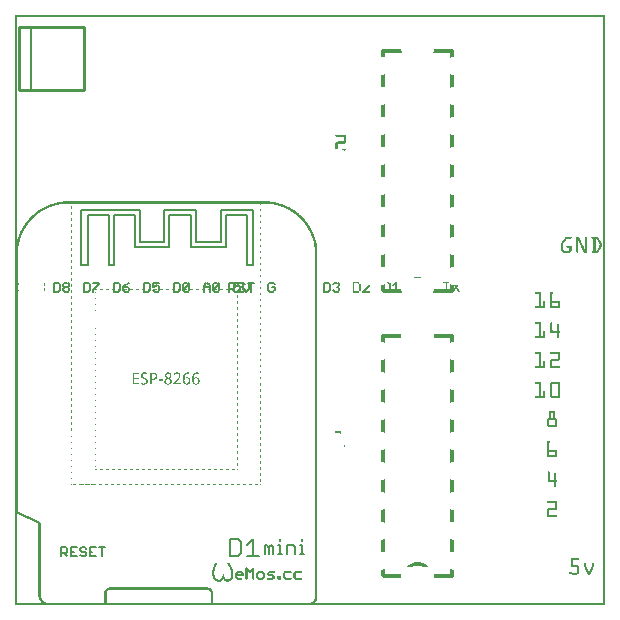
<source format=gto>
G04 MADE WITH FRITZING*
G04 WWW.FRITZING.ORG*
G04 DOUBLE SIDED*
G04 HOLES PLATED*
G04 CONTOUR ON CENTER OF CONTOUR VECTOR*
%ASAXBY*%
%FSLAX23Y23*%
%MOIN*%
%OFA0B0*%
%SFA1.0B1.0*%
%ADD10C,0.010000*%
%ADD11C,0.005000*%
%ADD12R,0.001000X0.001000*%
%LNSILK1*%
G90*
G70*
G54D10*
X231Y1718D02*
X231Y1928D01*
D02*
X231Y1928D02*
X15Y1928D01*
D02*
X15Y1928D02*
X15Y1718D01*
D02*
X15Y1718D02*
X231Y1718D01*
G54D11*
D02*
X55Y1928D02*
X55Y1718D01*
X792Y1135D02*
X775Y1135D01*
X775Y1301D01*
X704Y1301D01*
X704Y1195D01*
X588Y1195D01*
X588Y1301D01*
X515Y1301D01*
X515Y1195D01*
X400Y1195D01*
X400Y1301D01*
X329Y1301D01*
X329Y1135D01*
X312Y1135D01*
X312Y1301D01*
X242Y1301D01*
X242Y1135D01*
X219Y1135D01*
X219Y1318D01*
X417Y1318D01*
X417Y1211D01*
X498Y1211D01*
X498Y1318D01*
X605Y1318D01*
X605Y1211D01*
X687Y1211D01*
X687Y1318D01*
X792Y1318D01*
X792Y1135D01*
D02*
X714Y1046D02*
X714Y1077D01*
X714Y1077D02*
X729Y1077D01*
X729Y1077D02*
X734Y1072D01*
X734Y1072D02*
X734Y1062D01*
X734Y1061D02*
X729Y1057D01*
X729Y1057D02*
X714Y1057D01*
X723Y1057D02*
X733Y1047D01*
X766Y1072D02*
X760Y1077D01*
X760Y1077D02*
X751Y1077D01*
X750Y1077D02*
X745Y1072D01*
X745Y1072D02*
X745Y1067D01*
X745Y1067D02*
X750Y1062D01*
X750Y1061D02*
X759Y1061D01*
X760Y1061D02*
X765Y1057D01*
X766Y1057D02*
X766Y1052D01*
X766Y1051D02*
X760Y1046D01*
X760Y1046D02*
X751Y1046D01*
X750Y1046D02*
X745Y1051D01*
X787Y1046D02*
X787Y1077D01*
X776Y1077D02*
X796Y1077D01*
D02*
X629Y1047D02*
X629Y1067D01*
X629Y1067D02*
X638Y1076D01*
X639Y1077D02*
X649Y1068D01*
X650Y1067D02*
X650Y1047D01*
X629Y1062D02*
X649Y1062D01*
X661Y1051D02*
X661Y1072D01*
X661Y1073D02*
X666Y1077D01*
X666Y1077D02*
X675Y1077D01*
X676Y1077D02*
X681Y1073D01*
X681Y1073D02*
X681Y1052D01*
X681Y1051D02*
X676Y1047D01*
X676Y1047D02*
X667Y1047D01*
X666Y1047D02*
X661Y1051D01*
X661Y1051D02*
X681Y1072D01*
D02*
X529Y1077D02*
X529Y1046D01*
X529Y1046D02*
X544Y1046D01*
X545Y1046D02*
X550Y1051D01*
X550Y1051D02*
X550Y1072D01*
X550Y1072D02*
X545Y1077D01*
X545Y1077D02*
X530Y1077D01*
X561Y1051D02*
X561Y1072D01*
X561Y1072D02*
X566Y1077D01*
X566Y1077D02*
X575Y1077D01*
X576Y1077D02*
X581Y1072D01*
X581Y1072D02*
X581Y1052D01*
X581Y1051D02*
X576Y1046D01*
X576Y1046D02*
X567Y1046D01*
X566Y1046D02*
X561Y1051D01*
X561Y1051D02*
X581Y1071D01*
D02*
X429Y1077D02*
X429Y1046D01*
X429Y1046D02*
X444Y1046D01*
X445Y1046D02*
X450Y1051D01*
X450Y1051D02*
X450Y1072D01*
X450Y1072D02*
X445Y1077D01*
X445Y1077D02*
X430Y1077D01*
X481Y1077D02*
X461Y1077D01*
X461Y1077D02*
X461Y1062D01*
X461Y1062D02*
X471Y1067D01*
X471Y1068D02*
X475Y1068D01*
X476Y1068D02*
X481Y1063D01*
X481Y1062D02*
X481Y1052D01*
X481Y1051D02*
X476Y1046D01*
X476Y1046D02*
X467Y1046D01*
X466Y1046D02*
X461Y1051D01*
D02*
X329Y1077D02*
X329Y1046D01*
X329Y1046D02*
X344Y1046D01*
X345Y1046D02*
X350Y1051D01*
X350Y1051D02*
X350Y1072D01*
X350Y1072D02*
X345Y1077D01*
X345Y1077D02*
X330Y1077D01*
X381Y1077D02*
X372Y1072D01*
X371Y1072D02*
X361Y1062D01*
X361Y1061D02*
X361Y1052D01*
X361Y1051D02*
X366Y1046D01*
X366Y1046D02*
X375Y1046D01*
X376Y1046D02*
X381Y1051D01*
X381Y1051D02*
X381Y1057D01*
X381Y1057D02*
X376Y1061D01*
X376Y1061D02*
X361Y1061D01*
D02*
X229Y1077D02*
X229Y1046D01*
X229Y1046D02*
X244Y1046D01*
X245Y1046D02*
X250Y1051D01*
X250Y1051D02*
X250Y1072D01*
X250Y1072D02*
X245Y1077D01*
X245Y1077D02*
X230Y1077D01*
X261Y1077D02*
X281Y1077D01*
X281Y1077D02*
X281Y1072D01*
X281Y1072D02*
X261Y1052D01*
X261Y1051D02*
X261Y1046D01*
D02*
X129Y1077D02*
X129Y1046D01*
X129Y1046D02*
X144Y1046D01*
X145Y1046D02*
X150Y1051D01*
X150Y1051D02*
X150Y1072D01*
X150Y1072D02*
X145Y1077D01*
X145Y1077D02*
X129Y1077D01*
X161Y1072D02*
X166Y1077D01*
X166Y1077D02*
X175Y1077D01*
X176Y1077D02*
X181Y1072D01*
X181Y1072D02*
X181Y1067D01*
X181Y1067D02*
X176Y1062D01*
X176Y1061D02*
X181Y1056D01*
X181Y1056D02*
X181Y1052D01*
X181Y1051D02*
X176Y1046D01*
X176Y1046D02*
X167Y1046D01*
X166Y1046D02*
X161Y1051D01*
X161Y1051D02*
X161Y1056D01*
X161Y1056D02*
X166Y1061D01*
X166Y1061D02*
X161Y1066D01*
X161Y1067D02*
X161Y1072D01*
X166Y1061D02*
X175Y1061D01*
D02*
X750Y1077D02*
X729Y1077D01*
X729Y1077D02*
X729Y1062D01*
X729Y1062D02*
X738Y1067D01*
X739Y1068D02*
X744Y1068D01*
X745Y1068D02*
X750Y1063D01*
X750Y1062D02*
X750Y1052D01*
X750Y1051D02*
X745Y1046D01*
X745Y1046D02*
X736Y1046D01*
X735Y1046D02*
X729Y1051D01*
X761Y1077D02*
X761Y1057D01*
X761Y1057D02*
X771Y1046D01*
X771Y1046D02*
X780Y1056D01*
X781Y1057D02*
X781Y1077D01*
D02*
X866Y1072D02*
X860Y1077D01*
X860Y1077D02*
X851Y1077D01*
X850Y1077D02*
X845Y1072D01*
X845Y1072D02*
X845Y1052D01*
X845Y1051D02*
X850Y1046D01*
X850Y1046D02*
X859Y1046D01*
X860Y1046D02*
X865Y1051D01*
X866Y1051D02*
X866Y1062D01*
X866Y1062D02*
X856Y1062D01*
D02*
X1029Y1077D02*
X1029Y1046D01*
X1029Y1046D02*
X1044Y1046D01*
X1045Y1046D02*
X1050Y1051D01*
X1050Y1051D02*
X1050Y1072D01*
X1050Y1072D02*
X1045Y1077D01*
X1045Y1077D02*
X1030Y1077D01*
X1061Y1072D02*
X1066Y1077D01*
X1066Y1077D02*
X1075Y1077D01*
X1076Y1077D02*
X1081Y1072D01*
X1081Y1072D02*
X1081Y1068D01*
X1081Y1068D02*
X1076Y1063D01*
X1076Y1062D02*
X1072Y1062D01*
X1076Y1062D02*
X1081Y1057D01*
X1081Y1057D02*
X1081Y1052D01*
X1081Y1051D02*
X1076Y1046D01*
X1076Y1046D02*
X1067Y1046D01*
X1066Y1046D02*
X1061Y1051D01*
D02*
X154Y164D02*
X154Y195D01*
X154Y195D02*
X169Y195D01*
X169Y195D02*
X174Y190D01*
X175Y190D02*
X175Y180D01*
X175Y179D02*
X169Y174D01*
X169Y174D02*
X154Y174D01*
X164Y174D02*
X174Y165D01*
X206Y195D02*
X186Y195D01*
X186Y195D02*
X186Y164D01*
X186Y164D02*
X206Y164D01*
X186Y179D02*
X196Y179D01*
X238Y190D02*
X233Y195D01*
X233Y195D02*
X222Y195D01*
X222Y195D02*
X217Y190D01*
X217Y190D02*
X217Y185D01*
X217Y184D02*
X222Y179D01*
X222Y179D02*
X232Y179D01*
X233Y179D02*
X238Y174D01*
X238Y174D02*
X238Y170D01*
X238Y169D02*
X233Y164D01*
X233Y164D02*
X222Y164D01*
X222Y164D02*
X217Y169D01*
X270Y195D02*
X249Y195D01*
X249Y195D02*
X249Y164D01*
X249Y164D02*
X269Y164D01*
X249Y179D02*
X258Y179D01*
X291Y164D02*
X291Y195D01*
X281Y195D02*
X301Y195D01*
D02*
X717Y223D02*
X717Y165D01*
X717Y164D02*
X745Y164D01*
X745Y164D02*
X755Y174D01*
X755Y174D02*
X755Y213D01*
X755Y213D02*
X745Y223D01*
X745Y223D02*
X717Y223D01*
X775Y203D02*
X795Y223D01*
X795Y223D02*
X795Y165D01*
X775Y164D02*
X814Y164D01*
D02*
X832Y173D02*
X832Y202D01*
X832Y202D02*
X839Y202D01*
X839Y202D02*
X845Y195D01*
X846Y194D02*
X846Y173D01*
X846Y194D02*
X853Y201D01*
X853Y202D02*
X860Y195D01*
X861Y194D02*
X861Y173D01*
X876Y202D02*
X883Y202D01*
X883Y202D02*
X883Y173D01*
X876Y173D02*
X891Y173D01*
X883Y223D02*
X883Y216D01*
X906Y173D02*
X906Y202D01*
X906Y202D02*
X927Y202D01*
X927Y202D02*
X934Y195D01*
X934Y194D02*
X934Y173D01*
X949Y202D02*
X956Y202D01*
X957Y202D02*
X957Y173D01*
X949Y173D02*
X962Y173D01*
X957Y223D02*
X957Y216D01*
D02*
G54D12*
X0Y1969D02*
X1967Y1969D01*
X0Y1968D02*
X1967Y1968D01*
X0Y1967D02*
X1967Y1967D01*
X0Y1966D02*
X1967Y1966D01*
X0Y1965D02*
X1967Y1965D01*
X0Y1964D02*
X1967Y1964D01*
X0Y1963D02*
X1967Y1963D01*
X0Y1962D02*
X1967Y1962D01*
X0Y1961D02*
X7Y1961D01*
X1960Y1961D02*
X1967Y1961D01*
X0Y1960D02*
X7Y1960D01*
X1960Y1960D02*
X1967Y1960D01*
X0Y1959D02*
X7Y1959D01*
X1960Y1959D02*
X1967Y1959D01*
X0Y1958D02*
X7Y1958D01*
X1960Y1958D02*
X1967Y1958D01*
X0Y1957D02*
X7Y1957D01*
X1960Y1957D02*
X1967Y1957D01*
X0Y1956D02*
X7Y1956D01*
X1960Y1956D02*
X1967Y1956D01*
X0Y1955D02*
X7Y1955D01*
X1960Y1955D02*
X1967Y1955D01*
X0Y1954D02*
X7Y1954D01*
X1960Y1954D02*
X1967Y1954D01*
X0Y1953D02*
X7Y1953D01*
X1960Y1953D02*
X1967Y1953D01*
X0Y1952D02*
X7Y1952D01*
X1960Y1952D02*
X1967Y1952D01*
X0Y1951D02*
X7Y1951D01*
X1960Y1951D02*
X1967Y1951D01*
X0Y1950D02*
X7Y1950D01*
X1960Y1950D02*
X1967Y1950D01*
X0Y1949D02*
X7Y1949D01*
X1960Y1949D02*
X1967Y1949D01*
X0Y1948D02*
X7Y1948D01*
X1960Y1948D02*
X1967Y1948D01*
X0Y1947D02*
X7Y1947D01*
X1960Y1947D02*
X1967Y1947D01*
X0Y1946D02*
X7Y1946D01*
X1960Y1946D02*
X1967Y1946D01*
X0Y1945D02*
X7Y1945D01*
X1960Y1945D02*
X1967Y1945D01*
X0Y1944D02*
X7Y1944D01*
X1960Y1944D02*
X1967Y1944D01*
X0Y1943D02*
X7Y1943D01*
X1960Y1943D02*
X1967Y1943D01*
X0Y1942D02*
X7Y1942D01*
X1960Y1942D02*
X1967Y1942D01*
X0Y1941D02*
X7Y1941D01*
X1960Y1941D02*
X1967Y1941D01*
X0Y1940D02*
X7Y1940D01*
X1960Y1940D02*
X1967Y1940D01*
X0Y1939D02*
X7Y1939D01*
X1960Y1939D02*
X1967Y1939D01*
X0Y1938D02*
X7Y1938D01*
X1960Y1938D02*
X1967Y1938D01*
X0Y1937D02*
X7Y1937D01*
X1960Y1937D02*
X1967Y1937D01*
X0Y1936D02*
X7Y1936D01*
X1960Y1936D02*
X1967Y1936D01*
X0Y1935D02*
X7Y1935D01*
X1960Y1935D02*
X1967Y1935D01*
X0Y1934D02*
X7Y1934D01*
X1960Y1934D02*
X1967Y1934D01*
X0Y1933D02*
X7Y1933D01*
X1960Y1933D02*
X1967Y1933D01*
X0Y1932D02*
X7Y1932D01*
X1960Y1932D02*
X1967Y1932D01*
X0Y1931D02*
X7Y1931D01*
X1960Y1931D02*
X1967Y1931D01*
X0Y1930D02*
X7Y1930D01*
X1960Y1930D02*
X1967Y1930D01*
X0Y1929D02*
X7Y1929D01*
X1960Y1929D02*
X1967Y1929D01*
X0Y1928D02*
X7Y1928D01*
X1960Y1928D02*
X1967Y1928D01*
X0Y1927D02*
X7Y1927D01*
X1960Y1927D02*
X1967Y1927D01*
X0Y1926D02*
X7Y1926D01*
X1960Y1926D02*
X1967Y1926D01*
X0Y1925D02*
X7Y1925D01*
X1960Y1925D02*
X1967Y1925D01*
X0Y1924D02*
X7Y1924D01*
X1960Y1924D02*
X1967Y1924D01*
X0Y1923D02*
X7Y1923D01*
X1960Y1923D02*
X1967Y1923D01*
X0Y1922D02*
X7Y1922D01*
X1960Y1922D02*
X1967Y1922D01*
X0Y1921D02*
X7Y1921D01*
X1960Y1921D02*
X1967Y1921D01*
X0Y1920D02*
X7Y1920D01*
X1960Y1920D02*
X1967Y1920D01*
X0Y1919D02*
X7Y1919D01*
X1960Y1919D02*
X1967Y1919D01*
X0Y1918D02*
X7Y1918D01*
X1960Y1918D02*
X1967Y1918D01*
X0Y1917D02*
X7Y1917D01*
X1960Y1917D02*
X1967Y1917D01*
X0Y1916D02*
X7Y1916D01*
X1960Y1916D02*
X1967Y1916D01*
X0Y1915D02*
X7Y1915D01*
X1960Y1915D02*
X1967Y1915D01*
X0Y1914D02*
X7Y1914D01*
X1960Y1914D02*
X1967Y1914D01*
X0Y1913D02*
X7Y1913D01*
X1960Y1913D02*
X1967Y1913D01*
X0Y1912D02*
X7Y1912D01*
X1960Y1912D02*
X1967Y1912D01*
X0Y1911D02*
X7Y1911D01*
X1960Y1911D02*
X1967Y1911D01*
X0Y1910D02*
X7Y1910D01*
X1960Y1910D02*
X1967Y1910D01*
X0Y1909D02*
X7Y1909D01*
X1960Y1909D02*
X1967Y1909D01*
X0Y1908D02*
X7Y1908D01*
X1960Y1908D02*
X1967Y1908D01*
X0Y1907D02*
X7Y1907D01*
X1960Y1907D02*
X1967Y1907D01*
X0Y1906D02*
X7Y1906D01*
X1960Y1906D02*
X1967Y1906D01*
X0Y1905D02*
X7Y1905D01*
X1960Y1905D02*
X1967Y1905D01*
X0Y1904D02*
X7Y1904D01*
X1960Y1904D02*
X1967Y1904D01*
X0Y1903D02*
X7Y1903D01*
X1960Y1903D02*
X1967Y1903D01*
X0Y1902D02*
X7Y1902D01*
X1960Y1902D02*
X1967Y1902D01*
X0Y1901D02*
X7Y1901D01*
X1960Y1901D02*
X1967Y1901D01*
X0Y1900D02*
X7Y1900D01*
X1960Y1900D02*
X1967Y1900D01*
X0Y1899D02*
X7Y1899D01*
X1960Y1899D02*
X1967Y1899D01*
X0Y1898D02*
X7Y1898D01*
X1960Y1898D02*
X1967Y1898D01*
X0Y1897D02*
X7Y1897D01*
X1960Y1897D02*
X1967Y1897D01*
X0Y1896D02*
X7Y1896D01*
X1960Y1896D02*
X1967Y1896D01*
X0Y1895D02*
X7Y1895D01*
X1960Y1895D02*
X1967Y1895D01*
X0Y1894D02*
X7Y1894D01*
X1960Y1894D02*
X1967Y1894D01*
X0Y1893D02*
X7Y1893D01*
X1960Y1893D02*
X1967Y1893D01*
X0Y1892D02*
X7Y1892D01*
X1960Y1892D02*
X1967Y1892D01*
X0Y1891D02*
X7Y1891D01*
X1960Y1891D02*
X1967Y1891D01*
X0Y1890D02*
X7Y1890D01*
X1960Y1890D02*
X1967Y1890D01*
X0Y1889D02*
X7Y1889D01*
X1960Y1889D02*
X1967Y1889D01*
X0Y1888D02*
X7Y1888D01*
X1960Y1888D02*
X1967Y1888D01*
X0Y1887D02*
X7Y1887D01*
X1960Y1887D02*
X1967Y1887D01*
X0Y1886D02*
X7Y1886D01*
X1960Y1886D02*
X1967Y1886D01*
X0Y1885D02*
X7Y1885D01*
X1960Y1885D02*
X1967Y1885D01*
X0Y1884D02*
X7Y1884D01*
X1960Y1884D02*
X1967Y1884D01*
X0Y1883D02*
X7Y1883D01*
X1960Y1883D02*
X1967Y1883D01*
X0Y1882D02*
X7Y1882D01*
X1960Y1882D02*
X1967Y1882D01*
X0Y1881D02*
X7Y1881D01*
X1960Y1881D02*
X1967Y1881D01*
X0Y1880D02*
X7Y1880D01*
X1960Y1880D02*
X1967Y1880D01*
X0Y1879D02*
X7Y1879D01*
X1960Y1879D02*
X1967Y1879D01*
X0Y1878D02*
X7Y1878D01*
X1960Y1878D02*
X1967Y1878D01*
X0Y1877D02*
X7Y1877D01*
X1960Y1877D02*
X1967Y1877D01*
X0Y1876D02*
X7Y1876D01*
X1960Y1876D02*
X1967Y1876D01*
X0Y1875D02*
X7Y1875D01*
X1960Y1875D02*
X1967Y1875D01*
X0Y1874D02*
X7Y1874D01*
X1960Y1874D02*
X1967Y1874D01*
X0Y1873D02*
X7Y1873D01*
X1960Y1873D02*
X1967Y1873D01*
X0Y1872D02*
X7Y1872D01*
X1960Y1872D02*
X1967Y1872D01*
X0Y1871D02*
X7Y1871D01*
X1960Y1871D02*
X1967Y1871D01*
X0Y1870D02*
X7Y1870D01*
X1960Y1870D02*
X1967Y1870D01*
X0Y1869D02*
X7Y1869D01*
X1960Y1869D02*
X1967Y1869D01*
X0Y1868D02*
X7Y1868D01*
X1960Y1868D02*
X1967Y1868D01*
X0Y1867D02*
X7Y1867D01*
X1960Y1867D02*
X1967Y1867D01*
X0Y1866D02*
X7Y1866D01*
X1960Y1866D02*
X1967Y1866D01*
X0Y1865D02*
X7Y1865D01*
X1960Y1865D02*
X1967Y1865D01*
X0Y1864D02*
X7Y1864D01*
X1960Y1864D02*
X1967Y1864D01*
X0Y1863D02*
X7Y1863D01*
X1960Y1863D02*
X1967Y1863D01*
X0Y1862D02*
X7Y1862D01*
X1960Y1862D02*
X1967Y1862D01*
X0Y1861D02*
X7Y1861D01*
X1960Y1861D02*
X1967Y1861D01*
X0Y1860D02*
X7Y1860D01*
X1960Y1860D02*
X1967Y1860D01*
X0Y1859D02*
X7Y1859D01*
X1960Y1859D02*
X1967Y1859D01*
X0Y1858D02*
X7Y1858D01*
X1960Y1858D02*
X1967Y1858D01*
X0Y1857D02*
X7Y1857D01*
X1960Y1857D02*
X1967Y1857D01*
X0Y1856D02*
X7Y1856D01*
X1960Y1856D02*
X1967Y1856D01*
X0Y1855D02*
X7Y1855D01*
X1226Y1855D02*
X1286Y1855D01*
X1399Y1855D02*
X1459Y1855D01*
X1960Y1855D02*
X1967Y1855D01*
X0Y1854D02*
X7Y1854D01*
X1224Y1854D02*
X1286Y1854D01*
X1399Y1854D02*
X1461Y1854D01*
X1960Y1854D02*
X1967Y1854D01*
X0Y1853D02*
X7Y1853D01*
X1223Y1853D02*
X1286Y1853D01*
X1399Y1853D02*
X1462Y1853D01*
X1960Y1853D02*
X1967Y1853D01*
X0Y1852D02*
X7Y1852D01*
X1223Y1852D02*
X1287Y1852D01*
X1398Y1852D02*
X1462Y1852D01*
X1960Y1852D02*
X1967Y1852D01*
X0Y1851D02*
X7Y1851D01*
X1222Y1851D02*
X1287Y1851D01*
X1398Y1851D02*
X1463Y1851D01*
X1960Y1851D02*
X1967Y1851D01*
X0Y1850D02*
X7Y1850D01*
X1222Y1850D02*
X1287Y1850D01*
X1398Y1850D02*
X1463Y1850D01*
X1960Y1850D02*
X1967Y1850D01*
X0Y1849D02*
X7Y1849D01*
X1222Y1849D02*
X1288Y1849D01*
X1397Y1849D02*
X1463Y1849D01*
X1960Y1849D02*
X1967Y1849D01*
X0Y1848D02*
X7Y1848D01*
X1222Y1848D02*
X1288Y1848D01*
X1397Y1848D02*
X1463Y1848D01*
X1960Y1848D02*
X1967Y1848D01*
X0Y1847D02*
X7Y1847D01*
X1222Y1847D02*
X1289Y1847D01*
X1396Y1847D02*
X1463Y1847D01*
X1960Y1847D02*
X1967Y1847D01*
X0Y1846D02*
X7Y1846D01*
X1222Y1846D02*
X1289Y1846D01*
X1396Y1846D02*
X1463Y1846D01*
X1960Y1846D02*
X1967Y1846D01*
X0Y1845D02*
X7Y1845D01*
X1222Y1845D02*
X1290Y1845D01*
X1395Y1845D02*
X1463Y1845D01*
X1960Y1845D02*
X1967Y1845D01*
X0Y1844D02*
X7Y1844D01*
X1222Y1844D02*
X1291Y1844D01*
X1394Y1844D02*
X1463Y1844D01*
X1960Y1844D02*
X1967Y1844D01*
X0Y1843D02*
X7Y1843D01*
X1222Y1843D02*
X1233Y1843D01*
X1452Y1843D02*
X1463Y1843D01*
X1960Y1843D02*
X1967Y1843D01*
X0Y1842D02*
X7Y1842D01*
X1222Y1842D02*
X1233Y1842D01*
X1452Y1842D02*
X1463Y1842D01*
X1960Y1842D02*
X1967Y1842D01*
X0Y1841D02*
X7Y1841D01*
X1222Y1841D02*
X1233Y1841D01*
X1452Y1841D02*
X1463Y1841D01*
X1960Y1841D02*
X1967Y1841D01*
X0Y1840D02*
X7Y1840D01*
X1222Y1840D02*
X1233Y1840D01*
X1452Y1840D02*
X1463Y1840D01*
X1960Y1840D02*
X1967Y1840D01*
X0Y1839D02*
X7Y1839D01*
X1222Y1839D02*
X1233Y1839D01*
X1452Y1839D02*
X1463Y1839D01*
X1960Y1839D02*
X1967Y1839D01*
X0Y1838D02*
X7Y1838D01*
X1222Y1838D02*
X1233Y1838D01*
X1452Y1838D02*
X1463Y1838D01*
X1960Y1838D02*
X1967Y1838D01*
X0Y1837D02*
X7Y1837D01*
X1222Y1837D02*
X1233Y1837D01*
X1452Y1837D02*
X1463Y1837D01*
X1960Y1837D02*
X1967Y1837D01*
X0Y1836D02*
X7Y1836D01*
X1222Y1836D02*
X1233Y1836D01*
X1452Y1836D02*
X1463Y1836D01*
X1960Y1836D02*
X1967Y1836D01*
X0Y1835D02*
X7Y1835D01*
X1222Y1835D02*
X1233Y1835D01*
X1452Y1835D02*
X1463Y1835D01*
X1960Y1835D02*
X1967Y1835D01*
X0Y1834D02*
X7Y1834D01*
X1222Y1834D02*
X1233Y1834D01*
X1452Y1834D02*
X1463Y1834D01*
X1960Y1834D02*
X1967Y1834D01*
X0Y1833D02*
X7Y1833D01*
X1222Y1833D02*
X1233Y1833D01*
X1452Y1833D02*
X1463Y1833D01*
X1960Y1833D02*
X1967Y1833D01*
X0Y1832D02*
X7Y1832D01*
X1222Y1832D02*
X1233Y1832D01*
X1452Y1832D02*
X1463Y1832D01*
X1960Y1832D02*
X1967Y1832D01*
X0Y1831D02*
X7Y1831D01*
X1222Y1831D02*
X1233Y1831D01*
X1452Y1831D02*
X1463Y1831D01*
X1960Y1831D02*
X1967Y1831D01*
X0Y1830D02*
X7Y1830D01*
X1223Y1830D02*
X1233Y1830D01*
X1452Y1830D02*
X1462Y1830D01*
X1960Y1830D02*
X1967Y1830D01*
X0Y1829D02*
X7Y1829D01*
X1228Y1829D02*
X1233Y1829D01*
X1452Y1829D02*
X1457Y1829D01*
X1960Y1829D02*
X1967Y1829D01*
X0Y1828D02*
X7Y1828D01*
X1230Y1828D02*
X1233Y1828D01*
X1452Y1828D02*
X1455Y1828D01*
X1960Y1828D02*
X1967Y1828D01*
X0Y1827D02*
X7Y1827D01*
X1233Y1827D02*
X1233Y1827D01*
X1452Y1827D02*
X1452Y1827D01*
X1960Y1827D02*
X1967Y1827D01*
X0Y1826D02*
X7Y1826D01*
X1960Y1826D02*
X1967Y1826D01*
X0Y1825D02*
X7Y1825D01*
X1960Y1825D02*
X1967Y1825D01*
X0Y1824D02*
X7Y1824D01*
X1960Y1824D02*
X1967Y1824D01*
X0Y1823D02*
X7Y1823D01*
X1960Y1823D02*
X1967Y1823D01*
X0Y1822D02*
X7Y1822D01*
X1960Y1822D02*
X1967Y1822D01*
X0Y1821D02*
X7Y1821D01*
X1960Y1821D02*
X1967Y1821D01*
X0Y1820D02*
X7Y1820D01*
X1960Y1820D02*
X1967Y1820D01*
X0Y1819D02*
X7Y1819D01*
X1960Y1819D02*
X1967Y1819D01*
X0Y1818D02*
X7Y1818D01*
X1960Y1818D02*
X1967Y1818D01*
X0Y1817D02*
X7Y1817D01*
X1960Y1817D02*
X1967Y1817D01*
X0Y1816D02*
X7Y1816D01*
X1960Y1816D02*
X1967Y1816D01*
X0Y1815D02*
X7Y1815D01*
X1960Y1815D02*
X1967Y1815D01*
X0Y1814D02*
X7Y1814D01*
X1960Y1814D02*
X1967Y1814D01*
X0Y1813D02*
X7Y1813D01*
X1960Y1813D02*
X1967Y1813D01*
X0Y1812D02*
X7Y1812D01*
X1960Y1812D02*
X1967Y1812D01*
X0Y1811D02*
X7Y1811D01*
X1960Y1811D02*
X1967Y1811D01*
X0Y1810D02*
X7Y1810D01*
X1960Y1810D02*
X1967Y1810D01*
X0Y1809D02*
X7Y1809D01*
X1960Y1809D02*
X1967Y1809D01*
X0Y1808D02*
X7Y1808D01*
X1960Y1808D02*
X1967Y1808D01*
X0Y1807D02*
X7Y1807D01*
X1960Y1807D02*
X1967Y1807D01*
X0Y1806D02*
X7Y1806D01*
X1960Y1806D02*
X1967Y1806D01*
X0Y1805D02*
X7Y1805D01*
X1960Y1805D02*
X1967Y1805D01*
X0Y1804D02*
X7Y1804D01*
X1960Y1804D02*
X1967Y1804D01*
X0Y1803D02*
X7Y1803D01*
X1960Y1803D02*
X1967Y1803D01*
X0Y1802D02*
X7Y1802D01*
X1960Y1802D02*
X1967Y1802D01*
X0Y1801D02*
X7Y1801D01*
X1960Y1801D02*
X1967Y1801D01*
X0Y1800D02*
X7Y1800D01*
X1960Y1800D02*
X1967Y1800D01*
X0Y1799D02*
X7Y1799D01*
X1960Y1799D02*
X1967Y1799D01*
X0Y1798D02*
X7Y1798D01*
X1960Y1798D02*
X1967Y1798D01*
X0Y1797D02*
X7Y1797D01*
X1960Y1797D02*
X1967Y1797D01*
X0Y1796D02*
X7Y1796D01*
X1960Y1796D02*
X1967Y1796D01*
X0Y1795D02*
X7Y1795D01*
X1960Y1795D02*
X1967Y1795D01*
X0Y1794D02*
X7Y1794D01*
X1960Y1794D02*
X1967Y1794D01*
X0Y1793D02*
X7Y1793D01*
X1960Y1793D02*
X1967Y1793D01*
X0Y1792D02*
X7Y1792D01*
X1960Y1792D02*
X1967Y1792D01*
X0Y1791D02*
X7Y1791D01*
X1960Y1791D02*
X1967Y1791D01*
X0Y1790D02*
X7Y1790D01*
X1960Y1790D02*
X1967Y1790D01*
X0Y1789D02*
X7Y1789D01*
X1960Y1789D02*
X1967Y1789D01*
X0Y1788D02*
X7Y1788D01*
X1960Y1788D02*
X1967Y1788D01*
X0Y1787D02*
X7Y1787D01*
X1960Y1787D02*
X1967Y1787D01*
X0Y1786D02*
X7Y1786D01*
X1960Y1786D02*
X1967Y1786D01*
X0Y1785D02*
X7Y1785D01*
X1960Y1785D02*
X1967Y1785D01*
X0Y1784D02*
X7Y1784D01*
X1960Y1784D02*
X1967Y1784D01*
X0Y1783D02*
X7Y1783D01*
X1960Y1783D02*
X1967Y1783D01*
X0Y1782D02*
X7Y1782D01*
X1960Y1782D02*
X1967Y1782D01*
X0Y1781D02*
X7Y1781D01*
X1960Y1781D02*
X1967Y1781D01*
X0Y1780D02*
X7Y1780D01*
X1960Y1780D02*
X1967Y1780D01*
X0Y1779D02*
X7Y1779D01*
X1960Y1779D02*
X1967Y1779D01*
X0Y1778D02*
X7Y1778D01*
X1960Y1778D02*
X1967Y1778D01*
X0Y1777D02*
X7Y1777D01*
X1960Y1777D02*
X1967Y1777D01*
X0Y1776D02*
X7Y1776D01*
X1960Y1776D02*
X1967Y1776D01*
X0Y1775D02*
X7Y1775D01*
X1960Y1775D02*
X1967Y1775D01*
X0Y1774D02*
X7Y1774D01*
X1960Y1774D02*
X1967Y1774D01*
X0Y1773D02*
X7Y1773D01*
X1960Y1773D02*
X1967Y1773D01*
X0Y1772D02*
X7Y1772D01*
X1233Y1772D02*
X1233Y1772D01*
X1960Y1772D02*
X1967Y1772D01*
X0Y1771D02*
X7Y1771D01*
X1231Y1771D02*
X1233Y1771D01*
X1452Y1771D02*
X1454Y1771D01*
X1960Y1771D02*
X1967Y1771D01*
X0Y1770D02*
X7Y1770D01*
X1229Y1770D02*
X1233Y1770D01*
X1452Y1770D02*
X1456Y1770D01*
X1960Y1770D02*
X1967Y1770D01*
X0Y1769D02*
X7Y1769D01*
X1225Y1769D02*
X1233Y1769D01*
X1452Y1769D02*
X1460Y1769D01*
X1960Y1769D02*
X1967Y1769D01*
X0Y1768D02*
X7Y1768D01*
X1222Y1768D02*
X1233Y1768D01*
X1452Y1768D02*
X1463Y1768D01*
X1960Y1768D02*
X1967Y1768D01*
X0Y1767D02*
X7Y1767D01*
X1222Y1767D02*
X1233Y1767D01*
X1452Y1767D02*
X1463Y1767D01*
X1960Y1767D02*
X1967Y1767D01*
X0Y1766D02*
X7Y1766D01*
X1222Y1766D02*
X1233Y1766D01*
X1452Y1766D02*
X1463Y1766D01*
X1960Y1766D02*
X1967Y1766D01*
X0Y1765D02*
X7Y1765D01*
X1222Y1765D02*
X1233Y1765D01*
X1452Y1765D02*
X1463Y1765D01*
X1960Y1765D02*
X1967Y1765D01*
X0Y1764D02*
X7Y1764D01*
X1222Y1764D02*
X1233Y1764D01*
X1452Y1764D02*
X1463Y1764D01*
X1960Y1764D02*
X1967Y1764D01*
X0Y1763D02*
X7Y1763D01*
X1222Y1763D02*
X1233Y1763D01*
X1452Y1763D02*
X1463Y1763D01*
X1960Y1763D02*
X1967Y1763D01*
X0Y1762D02*
X7Y1762D01*
X1222Y1762D02*
X1233Y1762D01*
X1452Y1762D02*
X1463Y1762D01*
X1960Y1762D02*
X1967Y1762D01*
X0Y1761D02*
X7Y1761D01*
X1222Y1761D02*
X1233Y1761D01*
X1452Y1761D02*
X1463Y1761D01*
X1960Y1761D02*
X1967Y1761D01*
X0Y1760D02*
X7Y1760D01*
X1222Y1760D02*
X1233Y1760D01*
X1452Y1760D02*
X1463Y1760D01*
X1960Y1760D02*
X1967Y1760D01*
X0Y1759D02*
X7Y1759D01*
X1222Y1759D02*
X1233Y1759D01*
X1452Y1759D02*
X1463Y1759D01*
X1960Y1759D02*
X1967Y1759D01*
X0Y1758D02*
X7Y1758D01*
X1222Y1758D02*
X1233Y1758D01*
X1452Y1758D02*
X1463Y1758D01*
X1960Y1758D02*
X1967Y1758D01*
X0Y1757D02*
X7Y1757D01*
X1222Y1757D02*
X1233Y1757D01*
X1452Y1757D02*
X1463Y1757D01*
X1960Y1757D02*
X1967Y1757D01*
X0Y1756D02*
X7Y1756D01*
X1222Y1756D02*
X1233Y1756D01*
X1452Y1756D02*
X1463Y1756D01*
X1960Y1756D02*
X1967Y1756D01*
X0Y1755D02*
X7Y1755D01*
X1222Y1755D02*
X1233Y1755D01*
X1452Y1755D02*
X1463Y1755D01*
X1960Y1755D02*
X1967Y1755D01*
X0Y1754D02*
X7Y1754D01*
X1222Y1754D02*
X1233Y1754D01*
X1452Y1754D02*
X1463Y1754D01*
X1960Y1754D02*
X1967Y1754D01*
X0Y1753D02*
X7Y1753D01*
X1222Y1753D02*
X1233Y1753D01*
X1452Y1753D02*
X1463Y1753D01*
X1960Y1753D02*
X1967Y1753D01*
X0Y1752D02*
X7Y1752D01*
X1222Y1752D02*
X1233Y1752D01*
X1452Y1752D02*
X1463Y1752D01*
X1960Y1752D02*
X1967Y1752D01*
X0Y1751D02*
X7Y1751D01*
X1222Y1751D02*
X1233Y1751D01*
X1452Y1751D02*
X1463Y1751D01*
X1960Y1751D02*
X1967Y1751D01*
X0Y1750D02*
X7Y1750D01*
X1222Y1750D02*
X1233Y1750D01*
X1452Y1750D02*
X1463Y1750D01*
X1960Y1750D02*
X1967Y1750D01*
X0Y1749D02*
X7Y1749D01*
X1222Y1749D02*
X1233Y1749D01*
X1452Y1749D02*
X1463Y1749D01*
X1960Y1749D02*
X1967Y1749D01*
X0Y1748D02*
X7Y1748D01*
X1222Y1748D02*
X1233Y1748D01*
X1452Y1748D02*
X1463Y1748D01*
X1960Y1748D02*
X1967Y1748D01*
X0Y1747D02*
X7Y1747D01*
X1222Y1747D02*
X1233Y1747D01*
X1452Y1747D02*
X1463Y1747D01*
X1960Y1747D02*
X1967Y1747D01*
X0Y1746D02*
X7Y1746D01*
X1222Y1746D02*
X1233Y1746D01*
X1452Y1746D02*
X1463Y1746D01*
X1960Y1746D02*
X1967Y1746D01*
X0Y1745D02*
X7Y1745D01*
X1222Y1745D02*
X1233Y1745D01*
X1452Y1745D02*
X1463Y1745D01*
X1960Y1745D02*
X1967Y1745D01*
X0Y1744D02*
X7Y1744D01*
X1222Y1744D02*
X1233Y1744D01*
X1452Y1744D02*
X1463Y1744D01*
X1960Y1744D02*
X1967Y1744D01*
X0Y1743D02*
X7Y1743D01*
X1222Y1743D02*
X1233Y1743D01*
X1452Y1743D02*
X1463Y1743D01*
X1960Y1743D02*
X1967Y1743D01*
X0Y1742D02*
X7Y1742D01*
X1222Y1742D02*
X1233Y1742D01*
X1452Y1742D02*
X1463Y1742D01*
X1960Y1742D02*
X1967Y1742D01*
X0Y1741D02*
X7Y1741D01*
X1222Y1741D02*
X1233Y1741D01*
X1452Y1741D02*
X1463Y1741D01*
X1960Y1741D02*
X1967Y1741D01*
X0Y1740D02*
X7Y1740D01*
X1222Y1740D02*
X1233Y1740D01*
X1452Y1740D02*
X1463Y1740D01*
X1960Y1740D02*
X1967Y1740D01*
X0Y1739D02*
X7Y1739D01*
X1222Y1739D02*
X1233Y1739D01*
X1452Y1739D02*
X1463Y1739D01*
X1960Y1739D02*
X1967Y1739D01*
X0Y1738D02*
X7Y1738D01*
X1222Y1738D02*
X1233Y1738D01*
X1452Y1738D02*
X1463Y1738D01*
X1960Y1738D02*
X1967Y1738D01*
X0Y1737D02*
X7Y1737D01*
X1222Y1737D02*
X1233Y1737D01*
X1452Y1737D02*
X1463Y1737D01*
X1960Y1737D02*
X1967Y1737D01*
X0Y1736D02*
X7Y1736D01*
X1222Y1736D02*
X1233Y1736D01*
X1452Y1736D02*
X1463Y1736D01*
X1960Y1736D02*
X1967Y1736D01*
X0Y1735D02*
X7Y1735D01*
X1222Y1735D02*
X1233Y1735D01*
X1452Y1735D02*
X1463Y1735D01*
X1960Y1735D02*
X1967Y1735D01*
X0Y1734D02*
X7Y1734D01*
X1222Y1734D02*
X1233Y1734D01*
X1452Y1734D02*
X1463Y1734D01*
X1960Y1734D02*
X1967Y1734D01*
X0Y1733D02*
X7Y1733D01*
X1222Y1733D02*
X1233Y1733D01*
X1452Y1733D02*
X1463Y1733D01*
X1960Y1733D02*
X1967Y1733D01*
X0Y1732D02*
X7Y1732D01*
X1222Y1732D02*
X1233Y1732D01*
X1452Y1732D02*
X1463Y1732D01*
X1960Y1732D02*
X1967Y1732D01*
X0Y1731D02*
X7Y1731D01*
X1222Y1731D02*
X1233Y1731D01*
X1452Y1731D02*
X1463Y1731D01*
X1960Y1731D02*
X1967Y1731D01*
X0Y1730D02*
X7Y1730D01*
X1223Y1730D02*
X1233Y1730D01*
X1452Y1730D02*
X1462Y1730D01*
X1960Y1730D02*
X1967Y1730D01*
X0Y1729D02*
X7Y1729D01*
X1228Y1729D02*
X1233Y1729D01*
X1452Y1729D02*
X1457Y1729D01*
X1960Y1729D02*
X1967Y1729D01*
X0Y1728D02*
X7Y1728D01*
X1231Y1728D02*
X1233Y1728D01*
X1452Y1728D02*
X1454Y1728D01*
X1960Y1728D02*
X1967Y1728D01*
X0Y1727D02*
X7Y1727D01*
X1233Y1727D02*
X1233Y1727D01*
X1452Y1727D02*
X1452Y1727D01*
X1960Y1727D02*
X1967Y1727D01*
X0Y1726D02*
X7Y1726D01*
X1960Y1726D02*
X1967Y1726D01*
X0Y1725D02*
X7Y1725D01*
X1960Y1725D02*
X1967Y1725D01*
X0Y1724D02*
X7Y1724D01*
X1960Y1724D02*
X1967Y1724D01*
X0Y1723D02*
X7Y1723D01*
X1960Y1723D02*
X1967Y1723D01*
X0Y1722D02*
X7Y1722D01*
X1960Y1722D02*
X1967Y1722D01*
X0Y1721D02*
X7Y1721D01*
X1960Y1721D02*
X1967Y1721D01*
X0Y1720D02*
X7Y1720D01*
X1960Y1720D02*
X1967Y1720D01*
X0Y1719D02*
X7Y1719D01*
X1960Y1719D02*
X1967Y1719D01*
X0Y1718D02*
X7Y1718D01*
X1960Y1718D02*
X1967Y1718D01*
X0Y1717D02*
X7Y1717D01*
X1960Y1717D02*
X1967Y1717D01*
X0Y1716D02*
X7Y1716D01*
X1960Y1716D02*
X1967Y1716D01*
X0Y1715D02*
X7Y1715D01*
X1960Y1715D02*
X1967Y1715D01*
X0Y1714D02*
X7Y1714D01*
X1960Y1714D02*
X1967Y1714D01*
X0Y1713D02*
X7Y1713D01*
X1960Y1713D02*
X1967Y1713D01*
X0Y1712D02*
X7Y1712D01*
X1960Y1712D02*
X1967Y1712D01*
X0Y1711D02*
X7Y1711D01*
X1960Y1711D02*
X1967Y1711D01*
X0Y1710D02*
X7Y1710D01*
X1960Y1710D02*
X1967Y1710D01*
X0Y1709D02*
X7Y1709D01*
X1960Y1709D02*
X1967Y1709D01*
X0Y1708D02*
X7Y1708D01*
X1960Y1708D02*
X1967Y1708D01*
X0Y1707D02*
X7Y1707D01*
X1960Y1707D02*
X1967Y1707D01*
X0Y1706D02*
X7Y1706D01*
X1960Y1706D02*
X1967Y1706D01*
X0Y1705D02*
X7Y1705D01*
X1960Y1705D02*
X1967Y1705D01*
X0Y1704D02*
X7Y1704D01*
X1960Y1704D02*
X1967Y1704D01*
X0Y1703D02*
X7Y1703D01*
X1960Y1703D02*
X1967Y1703D01*
X0Y1702D02*
X7Y1702D01*
X1960Y1702D02*
X1967Y1702D01*
X0Y1701D02*
X7Y1701D01*
X1960Y1701D02*
X1967Y1701D01*
X0Y1700D02*
X7Y1700D01*
X1960Y1700D02*
X1967Y1700D01*
X0Y1699D02*
X7Y1699D01*
X1960Y1699D02*
X1967Y1699D01*
X0Y1698D02*
X7Y1698D01*
X1960Y1698D02*
X1967Y1698D01*
X0Y1697D02*
X7Y1697D01*
X1960Y1697D02*
X1967Y1697D01*
X0Y1696D02*
X7Y1696D01*
X1960Y1696D02*
X1967Y1696D01*
X0Y1695D02*
X7Y1695D01*
X1960Y1695D02*
X1967Y1695D01*
X0Y1694D02*
X7Y1694D01*
X1960Y1694D02*
X1967Y1694D01*
X0Y1693D02*
X7Y1693D01*
X1960Y1693D02*
X1967Y1693D01*
X0Y1692D02*
X7Y1692D01*
X1960Y1692D02*
X1967Y1692D01*
X0Y1691D02*
X7Y1691D01*
X1960Y1691D02*
X1967Y1691D01*
X0Y1690D02*
X7Y1690D01*
X1960Y1690D02*
X1967Y1690D01*
X0Y1689D02*
X7Y1689D01*
X1960Y1689D02*
X1967Y1689D01*
X0Y1688D02*
X7Y1688D01*
X1960Y1688D02*
X1967Y1688D01*
X0Y1687D02*
X7Y1687D01*
X1960Y1687D02*
X1967Y1687D01*
X0Y1686D02*
X7Y1686D01*
X1960Y1686D02*
X1967Y1686D01*
X0Y1685D02*
X7Y1685D01*
X1960Y1685D02*
X1967Y1685D01*
X0Y1684D02*
X7Y1684D01*
X1960Y1684D02*
X1967Y1684D01*
X0Y1683D02*
X7Y1683D01*
X1960Y1683D02*
X1967Y1683D01*
X0Y1682D02*
X7Y1682D01*
X1960Y1682D02*
X1967Y1682D01*
X0Y1681D02*
X7Y1681D01*
X1960Y1681D02*
X1967Y1681D01*
X0Y1680D02*
X7Y1680D01*
X1960Y1680D02*
X1967Y1680D01*
X0Y1679D02*
X7Y1679D01*
X1960Y1679D02*
X1967Y1679D01*
X0Y1678D02*
X7Y1678D01*
X1960Y1678D02*
X1967Y1678D01*
X0Y1677D02*
X7Y1677D01*
X1960Y1677D02*
X1967Y1677D01*
X0Y1676D02*
X7Y1676D01*
X1960Y1676D02*
X1967Y1676D01*
X0Y1675D02*
X7Y1675D01*
X1960Y1675D02*
X1967Y1675D01*
X0Y1674D02*
X7Y1674D01*
X1960Y1674D02*
X1967Y1674D01*
X0Y1673D02*
X7Y1673D01*
X1960Y1673D02*
X1967Y1673D01*
X0Y1672D02*
X7Y1672D01*
X1233Y1672D02*
X1233Y1672D01*
X1452Y1672D02*
X1452Y1672D01*
X1960Y1672D02*
X1967Y1672D01*
X0Y1671D02*
X7Y1671D01*
X1231Y1671D02*
X1233Y1671D01*
X1452Y1671D02*
X1454Y1671D01*
X1960Y1671D02*
X1967Y1671D01*
X0Y1670D02*
X7Y1670D01*
X1229Y1670D02*
X1233Y1670D01*
X1452Y1670D02*
X1456Y1670D01*
X1960Y1670D02*
X1967Y1670D01*
X0Y1669D02*
X7Y1669D01*
X1225Y1669D02*
X1233Y1669D01*
X1452Y1669D02*
X1460Y1669D01*
X1960Y1669D02*
X1967Y1669D01*
X0Y1668D02*
X7Y1668D01*
X1222Y1668D02*
X1233Y1668D01*
X1452Y1668D02*
X1463Y1668D01*
X1960Y1668D02*
X1967Y1668D01*
X0Y1667D02*
X7Y1667D01*
X1222Y1667D02*
X1233Y1667D01*
X1452Y1667D02*
X1463Y1667D01*
X1960Y1667D02*
X1967Y1667D01*
X0Y1666D02*
X7Y1666D01*
X1222Y1666D02*
X1233Y1666D01*
X1452Y1666D02*
X1463Y1666D01*
X1960Y1666D02*
X1967Y1666D01*
X0Y1665D02*
X7Y1665D01*
X1222Y1665D02*
X1233Y1665D01*
X1452Y1665D02*
X1463Y1665D01*
X1960Y1665D02*
X1967Y1665D01*
X0Y1664D02*
X7Y1664D01*
X1222Y1664D02*
X1233Y1664D01*
X1452Y1664D02*
X1463Y1664D01*
X1960Y1664D02*
X1967Y1664D01*
X0Y1663D02*
X7Y1663D01*
X1222Y1663D02*
X1233Y1663D01*
X1452Y1663D02*
X1463Y1663D01*
X1960Y1663D02*
X1967Y1663D01*
X0Y1662D02*
X7Y1662D01*
X1222Y1662D02*
X1233Y1662D01*
X1452Y1662D02*
X1463Y1662D01*
X1960Y1662D02*
X1967Y1662D01*
X0Y1661D02*
X7Y1661D01*
X1222Y1661D02*
X1233Y1661D01*
X1452Y1661D02*
X1463Y1661D01*
X1960Y1661D02*
X1967Y1661D01*
X0Y1660D02*
X7Y1660D01*
X1222Y1660D02*
X1233Y1660D01*
X1452Y1660D02*
X1463Y1660D01*
X1960Y1660D02*
X1967Y1660D01*
X0Y1659D02*
X7Y1659D01*
X1222Y1659D02*
X1233Y1659D01*
X1452Y1659D02*
X1463Y1659D01*
X1960Y1659D02*
X1967Y1659D01*
X0Y1658D02*
X7Y1658D01*
X1222Y1658D02*
X1233Y1658D01*
X1452Y1658D02*
X1463Y1658D01*
X1960Y1658D02*
X1967Y1658D01*
X0Y1657D02*
X7Y1657D01*
X1222Y1657D02*
X1233Y1657D01*
X1452Y1657D02*
X1463Y1657D01*
X1960Y1657D02*
X1967Y1657D01*
X0Y1656D02*
X7Y1656D01*
X1222Y1656D02*
X1233Y1656D01*
X1452Y1656D02*
X1463Y1656D01*
X1960Y1656D02*
X1967Y1656D01*
X0Y1655D02*
X7Y1655D01*
X1222Y1655D02*
X1233Y1655D01*
X1452Y1655D02*
X1463Y1655D01*
X1960Y1655D02*
X1967Y1655D01*
X0Y1654D02*
X7Y1654D01*
X1222Y1654D02*
X1233Y1654D01*
X1452Y1654D02*
X1463Y1654D01*
X1960Y1654D02*
X1967Y1654D01*
X0Y1653D02*
X7Y1653D01*
X1222Y1653D02*
X1233Y1653D01*
X1452Y1653D02*
X1463Y1653D01*
X1960Y1653D02*
X1967Y1653D01*
X0Y1652D02*
X7Y1652D01*
X1222Y1652D02*
X1233Y1652D01*
X1452Y1652D02*
X1463Y1652D01*
X1960Y1652D02*
X1967Y1652D01*
X0Y1651D02*
X7Y1651D01*
X1222Y1651D02*
X1233Y1651D01*
X1452Y1651D02*
X1463Y1651D01*
X1960Y1651D02*
X1967Y1651D01*
X0Y1650D02*
X7Y1650D01*
X1222Y1650D02*
X1233Y1650D01*
X1452Y1650D02*
X1463Y1650D01*
X1960Y1650D02*
X1967Y1650D01*
X0Y1649D02*
X7Y1649D01*
X1222Y1649D02*
X1233Y1649D01*
X1452Y1649D02*
X1463Y1649D01*
X1960Y1649D02*
X1967Y1649D01*
X0Y1648D02*
X7Y1648D01*
X1222Y1648D02*
X1233Y1648D01*
X1452Y1648D02*
X1463Y1648D01*
X1960Y1648D02*
X1967Y1648D01*
X0Y1647D02*
X7Y1647D01*
X1222Y1647D02*
X1233Y1647D01*
X1452Y1647D02*
X1463Y1647D01*
X1960Y1647D02*
X1967Y1647D01*
X0Y1646D02*
X7Y1646D01*
X1222Y1646D02*
X1233Y1646D01*
X1452Y1646D02*
X1463Y1646D01*
X1960Y1646D02*
X1967Y1646D01*
X0Y1645D02*
X7Y1645D01*
X1222Y1645D02*
X1233Y1645D01*
X1452Y1645D02*
X1463Y1645D01*
X1960Y1645D02*
X1967Y1645D01*
X0Y1644D02*
X7Y1644D01*
X1222Y1644D02*
X1233Y1644D01*
X1452Y1644D02*
X1463Y1644D01*
X1960Y1644D02*
X1967Y1644D01*
X0Y1643D02*
X7Y1643D01*
X1222Y1643D02*
X1233Y1643D01*
X1452Y1643D02*
X1463Y1643D01*
X1960Y1643D02*
X1967Y1643D01*
X0Y1642D02*
X7Y1642D01*
X1222Y1642D02*
X1233Y1642D01*
X1452Y1642D02*
X1463Y1642D01*
X1960Y1642D02*
X1967Y1642D01*
X0Y1641D02*
X7Y1641D01*
X1222Y1641D02*
X1233Y1641D01*
X1452Y1641D02*
X1463Y1641D01*
X1960Y1641D02*
X1967Y1641D01*
X0Y1640D02*
X7Y1640D01*
X1222Y1640D02*
X1233Y1640D01*
X1452Y1640D02*
X1463Y1640D01*
X1960Y1640D02*
X1967Y1640D01*
X0Y1639D02*
X7Y1639D01*
X1222Y1639D02*
X1233Y1639D01*
X1452Y1639D02*
X1463Y1639D01*
X1960Y1639D02*
X1967Y1639D01*
X0Y1638D02*
X7Y1638D01*
X1222Y1638D02*
X1233Y1638D01*
X1452Y1638D02*
X1463Y1638D01*
X1960Y1638D02*
X1967Y1638D01*
X0Y1637D02*
X7Y1637D01*
X1222Y1637D02*
X1233Y1637D01*
X1452Y1637D02*
X1463Y1637D01*
X1960Y1637D02*
X1967Y1637D01*
X0Y1636D02*
X7Y1636D01*
X1222Y1636D02*
X1233Y1636D01*
X1452Y1636D02*
X1463Y1636D01*
X1960Y1636D02*
X1967Y1636D01*
X0Y1635D02*
X7Y1635D01*
X1222Y1635D02*
X1233Y1635D01*
X1452Y1635D02*
X1463Y1635D01*
X1960Y1635D02*
X1967Y1635D01*
X0Y1634D02*
X7Y1634D01*
X1222Y1634D02*
X1233Y1634D01*
X1452Y1634D02*
X1463Y1634D01*
X1960Y1634D02*
X1967Y1634D01*
X0Y1633D02*
X7Y1633D01*
X1222Y1633D02*
X1233Y1633D01*
X1452Y1633D02*
X1463Y1633D01*
X1960Y1633D02*
X1967Y1633D01*
X0Y1632D02*
X7Y1632D01*
X1222Y1632D02*
X1233Y1632D01*
X1452Y1632D02*
X1463Y1632D01*
X1960Y1632D02*
X1967Y1632D01*
X0Y1631D02*
X7Y1631D01*
X1222Y1631D02*
X1233Y1631D01*
X1452Y1631D02*
X1463Y1631D01*
X1960Y1631D02*
X1967Y1631D01*
X0Y1630D02*
X7Y1630D01*
X1223Y1630D02*
X1233Y1630D01*
X1452Y1630D02*
X1462Y1630D01*
X1960Y1630D02*
X1967Y1630D01*
X0Y1629D02*
X7Y1629D01*
X1228Y1629D02*
X1233Y1629D01*
X1452Y1629D02*
X1457Y1629D01*
X1960Y1629D02*
X1967Y1629D01*
X0Y1628D02*
X7Y1628D01*
X1231Y1628D02*
X1233Y1628D01*
X1452Y1628D02*
X1454Y1628D01*
X1960Y1628D02*
X1967Y1628D01*
X0Y1627D02*
X7Y1627D01*
X1233Y1627D02*
X1233Y1627D01*
X1452Y1627D02*
X1452Y1627D01*
X1960Y1627D02*
X1967Y1627D01*
X0Y1626D02*
X7Y1626D01*
X1960Y1626D02*
X1967Y1626D01*
X0Y1625D02*
X7Y1625D01*
X1960Y1625D02*
X1967Y1625D01*
X0Y1624D02*
X7Y1624D01*
X1960Y1624D02*
X1967Y1624D01*
X0Y1623D02*
X7Y1623D01*
X1960Y1623D02*
X1967Y1623D01*
X0Y1622D02*
X7Y1622D01*
X1960Y1622D02*
X1967Y1622D01*
X0Y1621D02*
X7Y1621D01*
X1960Y1621D02*
X1967Y1621D01*
X0Y1620D02*
X7Y1620D01*
X1960Y1620D02*
X1967Y1620D01*
X0Y1619D02*
X7Y1619D01*
X1960Y1619D02*
X1967Y1619D01*
X0Y1618D02*
X7Y1618D01*
X1960Y1618D02*
X1967Y1618D01*
X0Y1617D02*
X7Y1617D01*
X1960Y1617D02*
X1967Y1617D01*
X0Y1616D02*
X7Y1616D01*
X1960Y1616D02*
X1967Y1616D01*
X0Y1615D02*
X7Y1615D01*
X1960Y1615D02*
X1967Y1615D01*
X0Y1614D02*
X7Y1614D01*
X1960Y1614D02*
X1967Y1614D01*
X0Y1613D02*
X7Y1613D01*
X1960Y1613D02*
X1967Y1613D01*
X0Y1612D02*
X7Y1612D01*
X1960Y1612D02*
X1967Y1612D01*
X0Y1611D02*
X7Y1611D01*
X1960Y1611D02*
X1967Y1611D01*
X0Y1610D02*
X7Y1610D01*
X1960Y1610D02*
X1967Y1610D01*
X0Y1609D02*
X7Y1609D01*
X1960Y1609D02*
X1967Y1609D01*
X0Y1608D02*
X7Y1608D01*
X1960Y1608D02*
X1967Y1608D01*
X0Y1607D02*
X7Y1607D01*
X1960Y1607D02*
X1967Y1607D01*
X0Y1606D02*
X7Y1606D01*
X1960Y1606D02*
X1967Y1606D01*
X0Y1605D02*
X7Y1605D01*
X1960Y1605D02*
X1967Y1605D01*
X0Y1604D02*
X7Y1604D01*
X1960Y1604D02*
X1967Y1604D01*
X0Y1603D02*
X7Y1603D01*
X1960Y1603D02*
X1967Y1603D01*
X0Y1602D02*
X7Y1602D01*
X1960Y1602D02*
X1967Y1602D01*
X0Y1601D02*
X7Y1601D01*
X1960Y1601D02*
X1967Y1601D01*
X0Y1600D02*
X7Y1600D01*
X1960Y1600D02*
X1967Y1600D01*
X0Y1599D02*
X7Y1599D01*
X1960Y1599D02*
X1967Y1599D01*
X0Y1598D02*
X7Y1598D01*
X1960Y1598D02*
X1967Y1598D01*
X0Y1597D02*
X7Y1597D01*
X1960Y1597D02*
X1967Y1597D01*
X0Y1596D02*
X7Y1596D01*
X1960Y1596D02*
X1967Y1596D01*
X0Y1595D02*
X7Y1595D01*
X1960Y1595D02*
X1967Y1595D01*
X0Y1594D02*
X7Y1594D01*
X1960Y1594D02*
X1967Y1594D01*
X0Y1593D02*
X7Y1593D01*
X1960Y1593D02*
X1967Y1593D01*
X0Y1592D02*
X7Y1592D01*
X1960Y1592D02*
X1967Y1592D01*
X0Y1591D02*
X7Y1591D01*
X1960Y1591D02*
X1967Y1591D01*
X0Y1590D02*
X7Y1590D01*
X1960Y1590D02*
X1967Y1590D01*
X0Y1589D02*
X7Y1589D01*
X1960Y1589D02*
X1967Y1589D01*
X0Y1588D02*
X7Y1588D01*
X1960Y1588D02*
X1967Y1588D01*
X0Y1587D02*
X7Y1587D01*
X1960Y1587D02*
X1967Y1587D01*
X0Y1586D02*
X7Y1586D01*
X1960Y1586D02*
X1967Y1586D01*
X0Y1585D02*
X7Y1585D01*
X1960Y1585D02*
X1967Y1585D01*
X0Y1584D02*
X7Y1584D01*
X1960Y1584D02*
X1967Y1584D01*
X0Y1583D02*
X7Y1583D01*
X1960Y1583D02*
X1967Y1583D01*
X0Y1582D02*
X7Y1582D01*
X1960Y1582D02*
X1967Y1582D01*
X0Y1581D02*
X7Y1581D01*
X1960Y1581D02*
X1967Y1581D01*
X0Y1580D02*
X7Y1580D01*
X1960Y1580D02*
X1967Y1580D01*
X0Y1579D02*
X7Y1579D01*
X1960Y1579D02*
X1967Y1579D01*
X0Y1578D02*
X7Y1578D01*
X1960Y1578D02*
X1967Y1578D01*
X0Y1577D02*
X7Y1577D01*
X1960Y1577D02*
X1967Y1577D01*
X0Y1576D02*
X7Y1576D01*
X1960Y1576D02*
X1967Y1576D01*
X0Y1575D02*
X7Y1575D01*
X1960Y1575D02*
X1967Y1575D01*
X0Y1574D02*
X7Y1574D01*
X1960Y1574D02*
X1967Y1574D01*
X0Y1573D02*
X7Y1573D01*
X1960Y1573D02*
X1967Y1573D01*
X0Y1572D02*
X7Y1572D01*
X1233Y1572D02*
X1233Y1572D01*
X1452Y1572D02*
X1452Y1572D01*
X1960Y1572D02*
X1967Y1572D01*
X0Y1571D02*
X7Y1571D01*
X1231Y1571D02*
X1233Y1571D01*
X1452Y1571D02*
X1454Y1571D01*
X1960Y1571D02*
X1967Y1571D01*
X0Y1570D02*
X7Y1570D01*
X1071Y1570D02*
X1099Y1570D01*
X1229Y1570D02*
X1233Y1570D01*
X1452Y1570D02*
X1456Y1570D01*
X1960Y1570D02*
X1967Y1570D01*
X0Y1569D02*
X7Y1569D01*
X1070Y1569D02*
X1100Y1569D01*
X1225Y1569D02*
X1233Y1569D01*
X1452Y1569D02*
X1460Y1569D01*
X1960Y1569D02*
X1967Y1569D01*
X0Y1568D02*
X7Y1568D01*
X1070Y1568D02*
X1101Y1568D01*
X1222Y1568D02*
X1233Y1568D01*
X1452Y1568D02*
X1463Y1568D01*
X1960Y1568D02*
X1967Y1568D01*
X0Y1567D02*
X7Y1567D01*
X1069Y1567D02*
X1102Y1567D01*
X1222Y1567D02*
X1233Y1567D01*
X1452Y1567D02*
X1463Y1567D01*
X1960Y1567D02*
X1967Y1567D01*
X0Y1566D02*
X7Y1566D01*
X1070Y1566D02*
X1103Y1566D01*
X1222Y1566D02*
X1233Y1566D01*
X1452Y1566D02*
X1463Y1566D01*
X1960Y1566D02*
X1967Y1566D01*
X0Y1565D02*
X7Y1565D01*
X1070Y1565D02*
X1103Y1565D01*
X1222Y1565D02*
X1233Y1565D01*
X1452Y1565D02*
X1463Y1565D01*
X1960Y1565D02*
X1967Y1565D01*
X0Y1564D02*
X7Y1564D01*
X1071Y1564D02*
X1103Y1564D01*
X1222Y1564D02*
X1233Y1564D01*
X1452Y1564D02*
X1463Y1564D01*
X1960Y1564D02*
X1967Y1564D01*
X0Y1563D02*
X7Y1563D01*
X1097Y1563D02*
X1103Y1563D01*
X1222Y1563D02*
X1233Y1563D01*
X1452Y1563D02*
X1463Y1563D01*
X1960Y1563D02*
X1967Y1563D01*
X0Y1562D02*
X7Y1562D01*
X1097Y1562D02*
X1103Y1562D01*
X1222Y1562D02*
X1233Y1562D01*
X1452Y1562D02*
X1463Y1562D01*
X1960Y1562D02*
X1967Y1562D01*
X0Y1561D02*
X7Y1561D01*
X1097Y1561D02*
X1103Y1561D01*
X1222Y1561D02*
X1233Y1561D01*
X1452Y1561D02*
X1463Y1561D01*
X1960Y1561D02*
X1967Y1561D01*
X0Y1560D02*
X7Y1560D01*
X1097Y1560D02*
X1103Y1560D01*
X1222Y1560D02*
X1233Y1560D01*
X1452Y1560D02*
X1463Y1560D01*
X1960Y1560D02*
X1967Y1560D01*
X0Y1559D02*
X7Y1559D01*
X1097Y1559D02*
X1103Y1559D01*
X1222Y1559D02*
X1233Y1559D01*
X1452Y1559D02*
X1463Y1559D01*
X1960Y1559D02*
X1967Y1559D01*
X0Y1558D02*
X7Y1558D01*
X1097Y1558D02*
X1103Y1558D01*
X1222Y1558D02*
X1233Y1558D01*
X1452Y1558D02*
X1463Y1558D01*
X1960Y1558D02*
X1967Y1558D01*
X0Y1557D02*
X7Y1557D01*
X1097Y1557D02*
X1103Y1557D01*
X1222Y1557D02*
X1233Y1557D01*
X1452Y1557D02*
X1463Y1557D01*
X1960Y1557D02*
X1967Y1557D01*
X0Y1556D02*
X7Y1556D01*
X1097Y1556D02*
X1103Y1556D01*
X1222Y1556D02*
X1233Y1556D01*
X1452Y1556D02*
X1463Y1556D01*
X1960Y1556D02*
X1967Y1556D01*
X0Y1555D02*
X7Y1555D01*
X1097Y1555D02*
X1103Y1555D01*
X1222Y1555D02*
X1233Y1555D01*
X1452Y1555D02*
X1463Y1555D01*
X1960Y1555D02*
X1967Y1555D01*
X0Y1554D02*
X7Y1554D01*
X1097Y1554D02*
X1103Y1554D01*
X1222Y1554D02*
X1233Y1554D01*
X1452Y1554D02*
X1463Y1554D01*
X1960Y1554D02*
X1967Y1554D01*
X0Y1553D02*
X7Y1553D01*
X1097Y1553D02*
X1103Y1553D01*
X1222Y1553D02*
X1233Y1553D01*
X1452Y1553D02*
X1463Y1553D01*
X1960Y1553D02*
X1967Y1553D01*
X0Y1552D02*
X7Y1552D01*
X1097Y1552D02*
X1103Y1552D01*
X1222Y1552D02*
X1233Y1552D01*
X1452Y1552D02*
X1463Y1552D01*
X1960Y1552D02*
X1967Y1552D01*
X0Y1551D02*
X7Y1551D01*
X1097Y1551D02*
X1103Y1551D01*
X1222Y1551D02*
X1233Y1551D01*
X1452Y1551D02*
X1463Y1551D01*
X1960Y1551D02*
X1967Y1551D01*
X0Y1550D02*
X7Y1550D01*
X1097Y1550D02*
X1103Y1550D01*
X1222Y1550D02*
X1233Y1550D01*
X1452Y1550D02*
X1463Y1550D01*
X1960Y1550D02*
X1967Y1550D01*
X0Y1549D02*
X7Y1549D01*
X1097Y1549D02*
X1103Y1549D01*
X1222Y1549D02*
X1233Y1549D01*
X1452Y1549D02*
X1463Y1549D01*
X1960Y1549D02*
X1967Y1549D01*
X0Y1548D02*
X7Y1548D01*
X1097Y1548D02*
X1103Y1548D01*
X1222Y1548D02*
X1233Y1548D01*
X1452Y1548D02*
X1463Y1548D01*
X1960Y1548D02*
X1967Y1548D01*
X0Y1547D02*
X7Y1547D01*
X1076Y1547D02*
X1103Y1547D01*
X1222Y1547D02*
X1233Y1547D01*
X1452Y1547D02*
X1463Y1547D01*
X1960Y1547D02*
X1967Y1547D01*
X0Y1546D02*
X7Y1546D01*
X1073Y1546D02*
X1103Y1546D01*
X1222Y1546D02*
X1233Y1546D01*
X1452Y1546D02*
X1463Y1546D01*
X1960Y1546D02*
X1967Y1546D01*
X0Y1545D02*
X7Y1545D01*
X1072Y1545D02*
X1103Y1545D01*
X1222Y1545D02*
X1233Y1545D01*
X1452Y1545D02*
X1463Y1545D01*
X1960Y1545D02*
X1967Y1545D01*
X0Y1544D02*
X7Y1544D01*
X1071Y1544D02*
X1102Y1544D01*
X1222Y1544D02*
X1233Y1544D01*
X1452Y1544D02*
X1463Y1544D01*
X1960Y1544D02*
X1967Y1544D01*
X0Y1543D02*
X7Y1543D01*
X1070Y1543D02*
X1102Y1543D01*
X1222Y1543D02*
X1233Y1543D01*
X1452Y1543D02*
X1463Y1543D01*
X1960Y1543D02*
X1967Y1543D01*
X0Y1542D02*
X7Y1542D01*
X1070Y1542D02*
X1101Y1542D01*
X1222Y1542D02*
X1233Y1542D01*
X1452Y1542D02*
X1463Y1542D01*
X1960Y1542D02*
X1967Y1542D01*
X0Y1541D02*
X7Y1541D01*
X1069Y1541D02*
X1099Y1541D01*
X1222Y1541D02*
X1233Y1541D01*
X1452Y1541D02*
X1463Y1541D01*
X1960Y1541D02*
X1967Y1541D01*
X0Y1540D02*
X7Y1540D01*
X1069Y1540D02*
X1076Y1540D01*
X1222Y1540D02*
X1233Y1540D01*
X1452Y1540D02*
X1463Y1540D01*
X1960Y1540D02*
X1967Y1540D01*
X0Y1539D02*
X7Y1539D01*
X1069Y1539D02*
X1075Y1539D01*
X1222Y1539D02*
X1233Y1539D01*
X1452Y1539D02*
X1463Y1539D01*
X1960Y1539D02*
X1967Y1539D01*
X0Y1538D02*
X7Y1538D01*
X1069Y1538D02*
X1075Y1538D01*
X1222Y1538D02*
X1233Y1538D01*
X1452Y1538D02*
X1463Y1538D01*
X1960Y1538D02*
X1967Y1538D01*
X0Y1537D02*
X7Y1537D01*
X1069Y1537D02*
X1075Y1537D01*
X1222Y1537D02*
X1233Y1537D01*
X1452Y1537D02*
X1463Y1537D01*
X1960Y1537D02*
X1967Y1537D01*
X0Y1536D02*
X7Y1536D01*
X1069Y1536D02*
X1075Y1536D01*
X1222Y1536D02*
X1233Y1536D01*
X1452Y1536D02*
X1463Y1536D01*
X1960Y1536D02*
X1967Y1536D01*
X0Y1535D02*
X7Y1535D01*
X1069Y1535D02*
X1075Y1535D01*
X1222Y1535D02*
X1233Y1535D01*
X1452Y1535D02*
X1463Y1535D01*
X1960Y1535D02*
X1967Y1535D01*
X0Y1534D02*
X7Y1534D01*
X1069Y1534D02*
X1075Y1534D01*
X1222Y1534D02*
X1233Y1534D01*
X1452Y1534D02*
X1463Y1534D01*
X1960Y1534D02*
X1967Y1534D01*
X0Y1533D02*
X7Y1533D01*
X1069Y1533D02*
X1075Y1533D01*
X1222Y1533D02*
X1233Y1533D01*
X1452Y1533D02*
X1463Y1533D01*
X1960Y1533D02*
X1967Y1533D01*
X0Y1532D02*
X7Y1532D01*
X1069Y1532D02*
X1075Y1532D01*
X1222Y1532D02*
X1233Y1532D01*
X1452Y1532D02*
X1463Y1532D01*
X1960Y1532D02*
X1967Y1532D01*
X0Y1531D02*
X7Y1531D01*
X1069Y1531D02*
X1075Y1531D01*
X1222Y1531D02*
X1233Y1531D01*
X1452Y1531D02*
X1463Y1531D01*
X1960Y1531D02*
X1967Y1531D01*
X0Y1530D02*
X7Y1530D01*
X1069Y1530D02*
X1075Y1530D01*
X1223Y1530D02*
X1233Y1530D01*
X1452Y1530D02*
X1462Y1530D01*
X1960Y1530D02*
X1967Y1530D01*
X0Y1529D02*
X7Y1529D01*
X1069Y1529D02*
X1075Y1529D01*
X1228Y1529D02*
X1233Y1529D01*
X1452Y1529D02*
X1457Y1529D01*
X1960Y1529D02*
X1967Y1529D01*
X0Y1528D02*
X7Y1528D01*
X1069Y1528D02*
X1075Y1528D01*
X1231Y1528D02*
X1233Y1528D01*
X1452Y1528D02*
X1454Y1528D01*
X1960Y1528D02*
X1967Y1528D01*
X0Y1527D02*
X7Y1527D01*
X1069Y1527D02*
X1075Y1527D01*
X1233Y1527D02*
X1233Y1527D01*
X1452Y1527D02*
X1452Y1527D01*
X1960Y1527D02*
X1967Y1527D01*
X0Y1526D02*
X7Y1526D01*
X1069Y1526D02*
X1075Y1526D01*
X1960Y1526D02*
X1967Y1526D01*
X0Y1525D02*
X7Y1525D01*
X1069Y1525D02*
X1075Y1525D01*
X1960Y1525D02*
X1967Y1525D01*
X0Y1524D02*
X7Y1524D01*
X1069Y1524D02*
X1075Y1524D01*
X1960Y1524D02*
X1967Y1524D01*
X0Y1523D02*
X7Y1523D01*
X1069Y1523D02*
X1073Y1523D01*
X1087Y1523D02*
X1101Y1523D01*
X1960Y1523D02*
X1967Y1523D01*
X0Y1522D02*
X7Y1522D01*
X1069Y1522D02*
X1070Y1522D01*
X1090Y1522D02*
X1102Y1522D01*
X1960Y1522D02*
X1967Y1522D01*
X0Y1521D02*
X7Y1521D01*
X1092Y1521D02*
X1103Y1521D01*
X1960Y1521D02*
X1967Y1521D01*
X0Y1520D02*
X7Y1520D01*
X1094Y1520D02*
X1103Y1520D01*
X1960Y1520D02*
X1967Y1520D01*
X0Y1519D02*
X7Y1519D01*
X1095Y1519D02*
X1103Y1519D01*
X1960Y1519D02*
X1967Y1519D01*
X0Y1518D02*
X7Y1518D01*
X1097Y1518D02*
X1102Y1518D01*
X1960Y1518D02*
X1967Y1518D01*
X0Y1517D02*
X7Y1517D01*
X1098Y1517D02*
X1101Y1517D01*
X1960Y1517D02*
X1967Y1517D01*
X0Y1516D02*
X7Y1516D01*
X1960Y1516D02*
X1967Y1516D01*
X0Y1515D02*
X7Y1515D01*
X1960Y1515D02*
X1967Y1515D01*
X0Y1514D02*
X7Y1514D01*
X1960Y1514D02*
X1967Y1514D01*
X0Y1513D02*
X7Y1513D01*
X1960Y1513D02*
X1967Y1513D01*
X0Y1512D02*
X7Y1512D01*
X1960Y1512D02*
X1967Y1512D01*
X0Y1511D02*
X7Y1511D01*
X1960Y1511D02*
X1967Y1511D01*
X0Y1510D02*
X7Y1510D01*
X1960Y1510D02*
X1967Y1510D01*
X0Y1509D02*
X7Y1509D01*
X1960Y1509D02*
X1967Y1509D01*
X0Y1508D02*
X7Y1508D01*
X1960Y1508D02*
X1967Y1508D01*
X0Y1507D02*
X7Y1507D01*
X1960Y1507D02*
X1967Y1507D01*
X0Y1506D02*
X7Y1506D01*
X1960Y1506D02*
X1967Y1506D01*
X0Y1505D02*
X7Y1505D01*
X1960Y1505D02*
X1967Y1505D01*
X0Y1504D02*
X7Y1504D01*
X1960Y1504D02*
X1967Y1504D01*
X0Y1503D02*
X7Y1503D01*
X1960Y1503D02*
X1967Y1503D01*
X0Y1502D02*
X7Y1502D01*
X1960Y1502D02*
X1967Y1502D01*
X0Y1501D02*
X7Y1501D01*
X1960Y1501D02*
X1967Y1501D01*
X0Y1500D02*
X7Y1500D01*
X1960Y1500D02*
X1967Y1500D01*
X0Y1499D02*
X7Y1499D01*
X1960Y1499D02*
X1967Y1499D01*
X0Y1498D02*
X7Y1498D01*
X1960Y1498D02*
X1967Y1498D01*
X0Y1497D02*
X7Y1497D01*
X1960Y1497D02*
X1967Y1497D01*
X0Y1496D02*
X7Y1496D01*
X1960Y1496D02*
X1967Y1496D01*
X0Y1495D02*
X7Y1495D01*
X1960Y1495D02*
X1967Y1495D01*
X0Y1494D02*
X7Y1494D01*
X1960Y1494D02*
X1967Y1494D01*
X0Y1493D02*
X7Y1493D01*
X1960Y1493D02*
X1967Y1493D01*
X0Y1492D02*
X7Y1492D01*
X1960Y1492D02*
X1967Y1492D01*
X0Y1491D02*
X7Y1491D01*
X1960Y1491D02*
X1967Y1491D01*
X0Y1490D02*
X7Y1490D01*
X1960Y1490D02*
X1967Y1490D01*
X0Y1489D02*
X7Y1489D01*
X1960Y1489D02*
X1967Y1489D01*
X0Y1488D02*
X7Y1488D01*
X1960Y1488D02*
X1967Y1488D01*
X0Y1487D02*
X7Y1487D01*
X1960Y1487D02*
X1967Y1487D01*
X0Y1486D02*
X7Y1486D01*
X1960Y1486D02*
X1967Y1486D01*
X0Y1485D02*
X7Y1485D01*
X1960Y1485D02*
X1967Y1485D01*
X0Y1484D02*
X7Y1484D01*
X1960Y1484D02*
X1967Y1484D01*
X0Y1483D02*
X7Y1483D01*
X1960Y1483D02*
X1967Y1483D01*
X0Y1482D02*
X7Y1482D01*
X1960Y1482D02*
X1967Y1482D01*
X0Y1481D02*
X7Y1481D01*
X1960Y1481D02*
X1967Y1481D01*
X0Y1480D02*
X7Y1480D01*
X1960Y1480D02*
X1967Y1480D01*
X0Y1479D02*
X7Y1479D01*
X1960Y1479D02*
X1967Y1479D01*
X0Y1478D02*
X7Y1478D01*
X1960Y1478D02*
X1967Y1478D01*
X0Y1477D02*
X7Y1477D01*
X1960Y1477D02*
X1967Y1477D01*
X0Y1476D02*
X7Y1476D01*
X1960Y1476D02*
X1967Y1476D01*
X0Y1475D02*
X7Y1475D01*
X1960Y1475D02*
X1967Y1475D01*
X0Y1474D02*
X7Y1474D01*
X1960Y1474D02*
X1967Y1474D01*
X0Y1473D02*
X7Y1473D01*
X1960Y1473D02*
X1967Y1473D01*
X0Y1472D02*
X7Y1472D01*
X1233Y1472D02*
X1233Y1472D01*
X1452Y1472D02*
X1452Y1472D01*
X1960Y1472D02*
X1967Y1472D01*
X0Y1471D02*
X7Y1471D01*
X1231Y1471D02*
X1233Y1471D01*
X1452Y1471D02*
X1454Y1471D01*
X1960Y1471D02*
X1967Y1471D01*
X0Y1470D02*
X7Y1470D01*
X1229Y1470D02*
X1233Y1470D01*
X1452Y1470D02*
X1456Y1470D01*
X1960Y1470D02*
X1967Y1470D01*
X0Y1469D02*
X7Y1469D01*
X1225Y1469D02*
X1233Y1469D01*
X1452Y1469D02*
X1460Y1469D01*
X1960Y1469D02*
X1967Y1469D01*
X0Y1468D02*
X7Y1468D01*
X1222Y1468D02*
X1233Y1468D01*
X1452Y1468D02*
X1463Y1468D01*
X1960Y1468D02*
X1967Y1468D01*
X0Y1467D02*
X7Y1467D01*
X1222Y1467D02*
X1233Y1467D01*
X1452Y1467D02*
X1463Y1467D01*
X1960Y1467D02*
X1967Y1467D01*
X0Y1466D02*
X7Y1466D01*
X1222Y1466D02*
X1233Y1466D01*
X1452Y1466D02*
X1463Y1466D01*
X1960Y1466D02*
X1967Y1466D01*
X0Y1465D02*
X7Y1465D01*
X1222Y1465D02*
X1233Y1465D01*
X1452Y1465D02*
X1463Y1465D01*
X1960Y1465D02*
X1967Y1465D01*
X0Y1464D02*
X7Y1464D01*
X1222Y1464D02*
X1233Y1464D01*
X1452Y1464D02*
X1463Y1464D01*
X1960Y1464D02*
X1967Y1464D01*
X0Y1463D02*
X7Y1463D01*
X1222Y1463D02*
X1233Y1463D01*
X1452Y1463D02*
X1463Y1463D01*
X1960Y1463D02*
X1967Y1463D01*
X0Y1462D02*
X7Y1462D01*
X1222Y1462D02*
X1233Y1462D01*
X1452Y1462D02*
X1463Y1462D01*
X1960Y1462D02*
X1967Y1462D01*
X0Y1461D02*
X7Y1461D01*
X1222Y1461D02*
X1233Y1461D01*
X1452Y1461D02*
X1463Y1461D01*
X1960Y1461D02*
X1967Y1461D01*
X0Y1460D02*
X7Y1460D01*
X1222Y1460D02*
X1233Y1460D01*
X1452Y1460D02*
X1463Y1460D01*
X1960Y1460D02*
X1967Y1460D01*
X0Y1459D02*
X7Y1459D01*
X1222Y1459D02*
X1233Y1459D01*
X1452Y1459D02*
X1463Y1459D01*
X1960Y1459D02*
X1967Y1459D01*
X0Y1458D02*
X7Y1458D01*
X1222Y1458D02*
X1233Y1458D01*
X1452Y1458D02*
X1463Y1458D01*
X1960Y1458D02*
X1967Y1458D01*
X0Y1457D02*
X7Y1457D01*
X1222Y1457D02*
X1233Y1457D01*
X1452Y1457D02*
X1463Y1457D01*
X1960Y1457D02*
X1967Y1457D01*
X0Y1456D02*
X7Y1456D01*
X1222Y1456D02*
X1233Y1456D01*
X1452Y1456D02*
X1463Y1456D01*
X1960Y1456D02*
X1967Y1456D01*
X0Y1455D02*
X7Y1455D01*
X1222Y1455D02*
X1233Y1455D01*
X1452Y1455D02*
X1463Y1455D01*
X1960Y1455D02*
X1967Y1455D01*
X0Y1454D02*
X7Y1454D01*
X1222Y1454D02*
X1233Y1454D01*
X1452Y1454D02*
X1463Y1454D01*
X1960Y1454D02*
X1967Y1454D01*
X0Y1453D02*
X7Y1453D01*
X1222Y1453D02*
X1233Y1453D01*
X1452Y1453D02*
X1463Y1453D01*
X1960Y1453D02*
X1967Y1453D01*
X0Y1452D02*
X7Y1452D01*
X1222Y1452D02*
X1233Y1452D01*
X1452Y1452D02*
X1463Y1452D01*
X1960Y1452D02*
X1967Y1452D01*
X0Y1451D02*
X7Y1451D01*
X1222Y1451D02*
X1233Y1451D01*
X1452Y1451D02*
X1463Y1451D01*
X1960Y1451D02*
X1967Y1451D01*
X0Y1450D02*
X7Y1450D01*
X1222Y1450D02*
X1233Y1450D01*
X1452Y1450D02*
X1463Y1450D01*
X1960Y1450D02*
X1967Y1450D01*
X0Y1449D02*
X7Y1449D01*
X1222Y1449D02*
X1233Y1449D01*
X1452Y1449D02*
X1463Y1449D01*
X1960Y1449D02*
X1967Y1449D01*
X0Y1448D02*
X7Y1448D01*
X1222Y1448D02*
X1233Y1448D01*
X1452Y1448D02*
X1463Y1448D01*
X1960Y1448D02*
X1967Y1448D01*
X0Y1447D02*
X7Y1447D01*
X1222Y1447D02*
X1233Y1447D01*
X1452Y1447D02*
X1463Y1447D01*
X1960Y1447D02*
X1967Y1447D01*
X0Y1446D02*
X7Y1446D01*
X1222Y1446D02*
X1233Y1446D01*
X1452Y1446D02*
X1463Y1446D01*
X1960Y1446D02*
X1967Y1446D01*
X0Y1445D02*
X7Y1445D01*
X1222Y1445D02*
X1233Y1445D01*
X1452Y1445D02*
X1463Y1445D01*
X1960Y1445D02*
X1967Y1445D01*
X0Y1444D02*
X7Y1444D01*
X1222Y1444D02*
X1233Y1444D01*
X1452Y1444D02*
X1463Y1444D01*
X1960Y1444D02*
X1967Y1444D01*
X0Y1443D02*
X7Y1443D01*
X1222Y1443D02*
X1233Y1443D01*
X1452Y1443D02*
X1463Y1443D01*
X1960Y1443D02*
X1967Y1443D01*
X0Y1442D02*
X7Y1442D01*
X1222Y1442D02*
X1233Y1442D01*
X1452Y1442D02*
X1463Y1442D01*
X1960Y1442D02*
X1967Y1442D01*
X0Y1441D02*
X7Y1441D01*
X1222Y1441D02*
X1233Y1441D01*
X1452Y1441D02*
X1463Y1441D01*
X1960Y1441D02*
X1967Y1441D01*
X0Y1440D02*
X7Y1440D01*
X1222Y1440D02*
X1233Y1440D01*
X1452Y1440D02*
X1463Y1440D01*
X1960Y1440D02*
X1967Y1440D01*
X0Y1439D02*
X7Y1439D01*
X1222Y1439D02*
X1233Y1439D01*
X1452Y1439D02*
X1463Y1439D01*
X1960Y1439D02*
X1967Y1439D01*
X0Y1438D02*
X7Y1438D01*
X1222Y1438D02*
X1233Y1438D01*
X1452Y1438D02*
X1463Y1438D01*
X1960Y1438D02*
X1967Y1438D01*
X0Y1437D02*
X7Y1437D01*
X1222Y1437D02*
X1233Y1437D01*
X1452Y1437D02*
X1463Y1437D01*
X1960Y1437D02*
X1967Y1437D01*
X0Y1436D02*
X7Y1436D01*
X1222Y1436D02*
X1233Y1436D01*
X1452Y1436D02*
X1463Y1436D01*
X1960Y1436D02*
X1967Y1436D01*
X0Y1435D02*
X7Y1435D01*
X1222Y1435D02*
X1233Y1435D01*
X1452Y1435D02*
X1463Y1435D01*
X1960Y1435D02*
X1967Y1435D01*
X0Y1434D02*
X7Y1434D01*
X1222Y1434D02*
X1233Y1434D01*
X1452Y1434D02*
X1463Y1434D01*
X1960Y1434D02*
X1967Y1434D01*
X0Y1433D02*
X7Y1433D01*
X1222Y1433D02*
X1233Y1433D01*
X1452Y1433D02*
X1463Y1433D01*
X1960Y1433D02*
X1967Y1433D01*
X0Y1432D02*
X7Y1432D01*
X1222Y1432D02*
X1233Y1432D01*
X1452Y1432D02*
X1463Y1432D01*
X1960Y1432D02*
X1967Y1432D01*
X0Y1431D02*
X7Y1431D01*
X1222Y1431D02*
X1233Y1431D01*
X1452Y1431D02*
X1463Y1431D01*
X1960Y1431D02*
X1967Y1431D01*
X0Y1430D02*
X7Y1430D01*
X1224Y1430D02*
X1233Y1430D01*
X1452Y1430D02*
X1461Y1430D01*
X1960Y1430D02*
X1967Y1430D01*
X0Y1429D02*
X7Y1429D01*
X1228Y1429D02*
X1233Y1429D01*
X1452Y1429D02*
X1457Y1429D01*
X1960Y1429D02*
X1967Y1429D01*
X0Y1428D02*
X7Y1428D01*
X1231Y1428D02*
X1233Y1428D01*
X1452Y1428D02*
X1454Y1428D01*
X1960Y1428D02*
X1967Y1428D01*
X0Y1427D02*
X7Y1427D01*
X1233Y1427D02*
X1233Y1427D01*
X1452Y1427D02*
X1452Y1427D01*
X1960Y1427D02*
X1967Y1427D01*
X0Y1426D02*
X7Y1426D01*
X1960Y1426D02*
X1967Y1426D01*
X0Y1425D02*
X7Y1425D01*
X1960Y1425D02*
X1967Y1425D01*
X0Y1424D02*
X7Y1424D01*
X1960Y1424D02*
X1967Y1424D01*
X0Y1423D02*
X7Y1423D01*
X1960Y1423D02*
X1967Y1423D01*
X0Y1422D02*
X7Y1422D01*
X1960Y1422D02*
X1967Y1422D01*
X0Y1421D02*
X7Y1421D01*
X1960Y1421D02*
X1967Y1421D01*
X0Y1420D02*
X7Y1420D01*
X1960Y1420D02*
X1967Y1420D01*
X0Y1419D02*
X7Y1419D01*
X1960Y1419D02*
X1967Y1419D01*
X0Y1418D02*
X7Y1418D01*
X1960Y1418D02*
X1967Y1418D01*
X0Y1417D02*
X7Y1417D01*
X1960Y1417D02*
X1967Y1417D01*
X0Y1416D02*
X7Y1416D01*
X1960Y1416D02*
X1967Y1416D01*
X0Y1415D02*
X7Y1415D01*
X1960Y1415D02*
X1967Y1415D01*
X0Y1414D02*
X7Y1414D01*
X1960Y1414D02*
X1967Y1414D01*
X0Y1413D02*
X7Y1413D01*
X1960Y1413D02*
X1967Y1413D01*
X0Y1412D02*
X7Y1412D01*
X1960Y1412D02*
X1967Y1412D01*
X0Y1411D02*
X7Y1411D01*
X1960Y1411D02*
X1967Y1411D01*
X0Y1410D02*
X7Y1410D01*
X1960Y1410D02*
X1967Y1410D01*
X0Y1409D02*
X7Y1409D01*
X1960Y1409D02*
X1967Y1409D01*
X0Y1408D02*
X7Y1408D01*
X1960Y1408D02*
X1967Y1408D01*
X0Y1407D02*
X7Y1407D01*
X1960Y1407D02*
X1967Y1407D01*
X0Y1406D02*
X7Y1406D01*
X1960Y1406D02*
X1967Y1406D01*
X0Y1405D02*
X7Y1405D01*
X1960Y1405D02*
X1967Y1405D01*
X0Y1404D02*
X7Y1404D01*
X1960Y1404D02*
X1967Y1404D01*
X0Y1403D02*
X7Y1403D01*
X1960Y1403D02*
X1967Y1403D01*
X0Y1402D02*
X7Y1402D01*
X1960Y1402D02*
X1967Y1402D01*
X0Y1401D02*
X7Y1401D01*
X1960Y1401D02*
X1967Y1401D01*
X0Y1400D02*
X7Y1400D01*
X1960Y1400D02*
X1967Y1400D01*
X0Y1399D02*
X7Y1399D01*
X1960Y1399D02*
X1967Y1399D01*
X0Y1398D02*
X7Y1398D01*
X1960Y1398D02*
X1967Y1398D01*
X0Y1397D02*
X7Y1397D01*
X1960Y1397D02*
X1967Y1397D01*
X0Y1396D02*
X7Y1396D01*
X1960Y1396D02*
X1967Y1396D01*
X0Y1395D02*
X7Y1395D01*
X1960Y1395D02*
X1967Y1395D01*
X0Y1394D02*
X7Y1394D01*
X1960Y1394D02*
X1967Y1394D01*
X0Y1393D02*
X7Y1393D01*
X1960Y1393D02*
X1967Y1393D01*
X0Y1392D02*
X7Y1392D01*
X1960Y1392D02*
X1967Y1392D01*
X0Y1391D02*
X7Y1391D01*
X1960Y1391D02*
X1967Y1391D01*
X0Y1390D02*
X7Y1390D01*
X1960Y1390D02*
X1967Y1390D01*
X0Y1389D02*
X7Y1389D01*
X1960Y1389D02*
X1967Y1389D01*
X0Y1388D02*
X7Y1388D01*
X1960Y1388D02*
X1967Y1388D01*
X0Y1387D02*
X7Y1387D01*
X1960Y1387D02*
X1967Y1387D01*
X0Y1386D02*
X7Y1386D01*
X1960Y1386D02*
X1967Y1386D01*
X0Y1385D02*
X7Y1385D01*
X1960Y1385D02*
X1967Y1385D01*
X0Y1384D02*
X7Y1384D01*
X1960Y1384D02*
X1967Y1384D01*
X0Y1383D02*
X7Y1383D01*
X1960Y1383D02*
X1967Y1383D01*
X0Y1382D02*
X7Y1382D01*
X1960Y1382D02*
X1967Y1382D01*
X0Y1381D02*
X7Y1381D01*
X1960Y1381D02*
X1967Y1381D01*
X0Y1380D02*
X7Y1380D01*
X1960Y1380D02*
X1967Y1380D01*
X0Y1379D02*
X7Y1379D01*
X1960Y1379D02*
X1967Y1379D01*
X0Y1378D02*
X7Y1378D01*
X1960Y1378D02*
X1967Y1378D01*
X0Y1377D02*
X7Y1377D01*
X1960Y1377D02*
X1967Y1377D01*
X0Y1376D02*
X7Y1376D01*
X1960Y1376D02*
X1967Y1376D01*
X0Y1375D02*
X7Y1375D01*
X1960Y1375D02*
X1967Y1375D01*
X0Y1374D02*
X7Y1374D01*
X1960Y1374D02*
X1967Y1374D01*
X0Y1373D02*
X7Y1373D01*
X1960Y1373D02*
X1967Y1373D01*
X0Y1372D02*
X7Y1372D01*
X1233Y1372D02*
X1233Y1372D01*
X1452Y1372D02*
X1452Y1372D01*
X1960Y1372D02*
X1967Y1372D01*
X0Y1371D02*
X7Y1371D01*
X1231Y1371D02*
X1233Y1371D01*
X1452Y1371D02*
X1454Y1371D01*
X1960Y1371D02*
X1967Y1371D01*
X0Y1370D02*
X7Y1370D01*
X1228Y1370D02*
X1233Y1370D01*
X1452Y1370D02*
X1456Y1370D01*
X1960Y1370D02*
X1967Y1370D01*
X0Y1369D02*
X7Y1369D01*
X1225Y1369D02*
X1233Y1369D01*
X1452Y1369D02*
X1460Y1369D01*
X1960Y1369D02*
X1967Y1369D01*
X0Y1368D02*
X7Y1368D01*
X1222Y1368D02*
X1233Y1368D01*
X1452Y1368D02*
X1463Y1368D01*
X1960Y1368D02*
X1967Y1368D01*
X0Y1367D02*
X7Y1367D01*
X1222Y1367D02*
X1233Y1367D01*
X1452Y1367D02*
X1463Y1367D01*
X1960Y1367D02*
X1967Y1367D01*
X0Y1366D02*
X7Y1366D01*
X1222Y1366D02*
X1233Y1366D01*
X1452Y1366D02*
X1463Y1366D01*
X1960Y1366D02*
X1967Y1366D01*
X0Y1365D02*
X7Y1365D01*
X1222Y1365D02*
X1233Y1365D01*
X1452Y1365D02*
X1463Y1365D01*
X1960Y1365D02*
X1967Y1365D01*
X0Y1364D02*
X7Y1364D01*
X1222Y1364D02*
X1233Y1364D01*
X1452Y1364D02*
X1463Y1364D01*
X1960Y1364D02*
X1967Y1364D01*
X0Y1363D02*
X7Y1363D01*
X1222Y1363D02*
X1233Y1363D01*
X1452Y1363D02*
X1463Y1363D01*
X1960Y1363D02*
X1967Y1363D01*
X0Y1362D02*
X7Y1362D01*
X1222Y1362D02*
X1233Y1362D01*
X1452Y1362D02*
X1463Y1362D01*
X1960Y1362D02*
X1967Y1362D01*
X0Y1361D02*
X7Y1361D01*
X1222Y1361D02*
X1233Y1361D01*
X1452Y1361D02*
X1463Y1361D01*
X1960Y1361D02*
X1967Y1361D01*
X0Y1360D02*
X7Y1360D01*
X1222Y1360D02*
X1233Y1360D01*
X1452Y1360D02*
X1463Y1360D01*
X1960Y1360D02*
X1967Y1360D01*
X0Y1359D02*
X7Y1359D01*
X1222Y1359D02*
X1233Y1359D01*
X1452Y1359D02*
X1463Y1359D01*
X1960Y1359D02*
X1967Y1359D01*
X0Y1358D02*
X7Y1358D01*
X1222Y1358D02*
X1233Y1358D01*
X1452Y1358D02*
X1463Y1358D01*
X1960Y1358D02*
X1967Y1358D01*
X0Y1357D02*
X7Y1357D01*
X1222Y1357D02*
X1233Y1357D01*
X1452Y1357D02*
X1463Y1357D01*
X1960Y1357D02*
X1967Y1357D01*
X0Y1356D02*
X7Y1356D01*
X1222Y1356D02*
X1233Y1356D01*
X1452Y1356D02*
X1463Y1356D01*
X1960Y1356D02*
X1967Y1356D01*
X0Y1355D02*
X7Y1355D01*
X1222Y1355D02*
X1233Y1355D01*
X1452Y1355D02*
X1463Y1355D01*
X1960Y1355D02*
X1967Y1355D01*
X0Y1354D02*
X7Y1354D01*
X1222Y1354D02*
X1233Y1354D01*
X1452Y1354D02*
X1463Y1354D01*
X1960Y1354D02*
X1967Y1354D01*
X0Y1353D02*
X7Y1353D01*
X1222Y1353D02*
X1233Y1353D01*
X1452Y1353D02*
X1463Y1353D01*
X1960Y1353D02*
X1967Y1353D01*
X0Y1352D02*
X7Y1352D01*
X1222Y1352D02*
X1233Y1352D01*
X1452Y1352D02*
X1463Y1352D01*
X1960Y1352D02*
X1967Y1352D01*
X0Y1351D02*
X7Y1351D01*
X1222Y1351D02*
X1233Y1351D01*
X1452Y1351D02*
X1463Y1351D01*
X1960Y1351D02*
X1967Y1351D01*
X0Y1350D02*
X7Y1350D01*
X1222Y1350D02*
X1233Y1350D01*
X1452Y1350D02*
X1463Y1350D01*
X1960Y1350D02*
X1967Y1350D01*
X0Y1349D02*
X7Y1349D01*
X191Y1349D02*
X192Y1349D01*
X195Y1349D02*
X196Y1349D01*
X199Y1349D02*
X200Y1349D01*
X203Y1349D02*
X204Y1349D01*
X207Y1349D02*
X208Y1349D01*
X211Y1349D02*
X212Y1349D01*
X215Y1349D02*
X216Y1349D01*
X219Y1349D02*
X220Y1349D01*
X223Y1349D02*
X224Y1349D01*
X227Y1349D02*
X228Y1349D01*
X231Y1349D02*
X232Y1349D01*
X235Y1349D02*
X236Y1349D01*
X239Y1349D02*
X240Y1349D01*
X243Y1349D02*
X244Y1349D01*
X247Y1349D02*
X248Y1349D01*
X251Y1349D02*
X252Y1349D01*
X255Y1349D02*
X256Y1349D01*
X259Y1349D02*
X260Y1349D01*
X263Y1349D02*
X264Y1349D01*
X267Y1349D02*
X268Y1349D01*
X271Y1349D02*
X272Y1349D01*
X275Y1349D02*
X276Y1349D01*
X279Y1349D02*
X280Y1349D01*
X283Y1349D02*
X284Y1349D01*
X287Y1349D02*
X288Y1349D01*
X291Y1349D02*
X292Y1349D01*
X295Y1349D02*
X296Y1349D01*
X299Y1349D02*
X300Y1349D01*
X303Y1349D02*
X304Y1349D01*
X307Y1349D02*
X308Y1349D01*
X311Y1349D02*
X312Y1349D01*
X315Y1349D02*
X316Y1349D01*
X319Y1349D02*
X320Y1349D01*
X323Y1349D02*
X324Y1349D01*
X327Y1349D02*
X328Y1349D01*
X331Y1349D02*
X332Y1349D01*
X335Y1349D02*
X336Y1349D01*
X339Y1349D02*
X340Y1349D01*
X343Y1349D02*
X344Y1349D01*
X347Y1349D02*
X348Y1349D01*
X351Y1349D02*
X352Y1349D01*
X355Y1349D02*
X356Y1349D01*
X359Y1349D02*
X360Y1349D01*
X363Y1349D02*
X364Y1349D01*
X367Y1349D02*
X368Y1349D01*
X371Y1349D02*
X372Y1349D01*
X375Y1349D02*
X376Y1349D01*
X379Y1349D02*
X380Y1349D01*
X383Y1349D02*
X384Y1349D01*
X387Y1349D02*
X388Y1349D01*
X391Y1349D02*
X392Y1349D01*
X395Y1349D02*
X396Y1349D01*
X399Y1349D02*
X400Y1349D01*
X403Y1349D02*
X404Y1349D01*
X407Y1349D02*
X408Y1349D01*
X411Y1349D02*
X412Y1349D01*
X415Y1349D02*
X416Y1349D01*
X419Y1349D02*
X420Y1349D01*
X423Y1349D02*
X424Y1349D01*
X427Y1349D02*
X428Y1349D01*
X431Y1349D02*
X432Y1349D01*
X435Y1349D02*
X436Y1349D01*
X439Y1349D02*
X440Y1349D01*
X443Y1349D02*
X444Y1349D01*
X447Y1349D02*
X448Y1349D01*
X451Y1349D02*
X452Y1349D01*
X455Y1349D02*
X456Y1349D01*
X459Y1349D02*
X460Y1349D01*
X463Y1349D02*
X464Y1349D01*
X467Y1349D02*
X468Y1349D01*
X471Y1349D02*
X472Y1349D01*
X475Y1349D02*
X476Y1349D01*
X479Y1349D02*
X480Y1349D01*
X483Y1349D02*
X484Y1349D01*
X487Y1349D02*
X488Y1349D01*
X491Y1349D02*
X492Y1349D01*
X495Y1349D02*
X496Y1349D01*
X499Y1349D02*
X500Y1349D01*
X503Y1349D02*
X504Y1349D01*
X507Y1349D02*
X508Y1349D01*
X511Y1349D02*
X512Y1349D01*
X515Y1349D02*
X516Y1349D01*
X519Y1349D02*
X520Y1349D01*
X523Y1349D02*
X524Y1349D01*
X527Y1349D02*
X528Y1349D01*
X531Y1349D02*
X532Y1349D01*
X535Y1349D02*
X536Y1349D01*
X539Y1349D02*
X540Y1349D01*
X543Y1349D02*
X544Y1349D01*
X547Y1349D02*
X548Y1349D01*
X551Y1349D02*
X552Y1349D01*
X555Y1349D02*
X556Y1349D01*
X559Y1349D02*
X560Y1349D01*
X563Y1349D02*
X564Y1349D01*
X567Y1349D02*
X568Y1349D01*
X571Y1349D02*
X572Y1349D01*
X575Y1349D02*
X576Y1349D01*
X579Y1349D02*
X580Y1349D01*
X583Y1349D02*
X584Y1349D01*
X587Y1349D02*
X588Y1349D01*
X591Y1349D02*
X592Y1349D01*
X595Y1349D02*
X596Y1349D01*
X599Y1349D02*
X600Y1349D01*
X603Y1349D02*
X604Y1349D01*
X607Y1349D02*
X608Y1349D01*
X611Y1349D02*
X612Y1349D01*
X615Y1349D02*
X616Y1349D01*
X619Y1349D02*
X620Y1349D01*
X623Y1349D02*
X624Y1349D01*
X627Y1349D02*
X628Y1349D01*
X631Y1349D02*
X632Y1349D01*
X635Y1349D02*
X636Y1349D01*
X639Y1349D02*
X640Y1349D01*
X643Y1349D02*
X644Y1349D01*
X647Y1349D02*
X648Y1349D01*
X651Y1349D02*
X652Y1349D01*
X655Y1349D02*
X656Y1349D01*
X659Y1349D02*
X660Y1349D01*
X663Y1349D02*
X664Y1349D01*
X667Y1349D02*
X668Y1349D01*
X671Y1349D02*
X672Y1349D01*
X675Y1349D02*
X676Y1349D01*
X679Y1349D02*
X680Y1349D01*
X683Y1349D02*
X684Y1349D01*
X687Y1349D02*
X688Y1349D01*
X691Y1349D02*
X692Y1349D01*
X695Y1349D02*
X696Y1349D01*
X699Y1349D02*
X700Y1349D01*
X703Y1349D02*
X704Y1349D01*
X707Y1349D02*
X708Y1349D01*
X711Y1349D02*
X712Y1349D01*
X715Y1349D02*
X716Y1349D01*
X719Y1349D02*
X720Y1349D01*
X723Y1349D02*
X724Y1349D01*
X727Y1349D02*
X728Y1349D01*
X731Y1349D02*
X732Y1349D01*
X735Y1349D02*
X736Y1349D01*
X739Y1349D02*
X740Y1349D01*
X743Y1349D02*
X744Y1349D01*
X747Y1349D02*
X748Y1349D01*
X751Y1349D02*
X752Y1349D01*
X755Y1349D02*
X756Y1349D01*
X759Y1349D02*
X760Y1349D01*
X763Y1349D02*
X764Y1349D01*
X767Y1349D02*
X768Y1349D01*
X771Y1349D02*
X772Y1349D01*
X775Y1349D02*
X776Y1349D01*
X779Y1349D02*
X780Y1349D01*
X783Y1349D02*
X784Y1349D01*
X787Y1349D02*
X788Y1349D01*
X791Y1349D02*
X792Y1349D01*
X795Y1349D02*
X796Y1349D01*
X799Y1349D02*
X800Y1349D01*
X803Y1349D02*
X804Y1349D01*
X807Y1349D02*
X808Y1349D01*
X811Y1349D02*
X812Y1349D01*
X815Y1349D02*
X816Y1349D01*
X819Y1349D02*
X821Y1349D01*
X1222Y1349D02*
X1233Y1349D01*
X1452Y1349D02*
X1463Y1349D01*
X1960Y1349D02*
X1967Y1349D01*
X0Y1348D02*
X7Y1348D01*
X178Y1348D02*
X832Y1348D01*
X1222Y1348D02*
X1233Y1348D01*
X1452Y1348D02*
X1463Y1348D01*
X1960Y1348D02*
X1967Y1348D01*
X0Y1347D02*
X7Y1347D01*
X160Y1347D02*
X850Y1347D01*
X1222Y1347D02*
X1233Y1347D01*
X1452Y1347D02*
X1463Y1347D01*
X1960Y1347D02*
X1967Y1347D01*
X0Y1346D02*
X7Y1346D01*
X153Y1346D02*
X858Y1346D01*
X1222Y1346D02*
X1233Y1346D01*
X1452Y1346D02*
X1463Y1346D01*
X1960Y1346D02*
X1967Y1346D01*
X0Y1345D02*
X7Y1345D01*
X147Y1345D02*
X864Y1345D01*
X1222Y1345D02*
X1233Y1345D01*
X1452Y1345D02*
X1463Y1345D01*
X1960Y1345D02*
X1967Y1345D01*
X0Y1344D02*
X7Y1344D01*
X142Y1344D02*
X869Y1344D01*
X1222Y1344D02*
X1233Y1344D01*
X1452Y1344D02*
X1463Y1344D01*
X1960Y1344D02*
X1967Y1344D01*
X0Y1343D02*
X7Y1343D01*
X138Y1343D02*
X873Y1343D01*
X1222Y1343D02*
X1233Y1343D01*
X1452Y1343D02*
X1463Y1343D01*
X1960Y1343D02*
X1967Y1343D01*
X0Y1342D02*
X7Y1342D01*
X134Y1342D02*
X877Y1342D01*
X1222Y1342D02*
X1233Y1342D01*
X1452Y1342D02*
X1463Y1342D01*
X1960Y1342D02*
X1967Y1342D01*
X0Y1341D02*
X7Y1341D01*
X130Y1341D02*
X881Y1341D01*
X1222Y1341D02*
X1233Y1341D01*
X1452Y1341D02*
X1463Y1341D01*
X1960Y1341D02*
X1967Y1341D01*
X0Y1340D02*
X7Y1340D01*
X127Y1340D02*
X177Y1340D01*
X189Y1340D02*
X191Y1340D01*
X820Y1340D02*
X821Y1340D01*
X833Y1340D02*
X884Y1340D01*
X1222Y1340D02*
X1233Y1340D01*
X1452Y1340D02*
X1463Y1340D01*
X1960Y1340D02*
X1967Y1340D01*
X0Y1339D02*
X7Y1339D01*
X124Y1339D02*
X160Y1339D01*
X189Y1339D02*
X191Y1339D01*
X851Y1339D02*
X887Y1339D01*
X1222Y1339D02*
X1233Y1339D01*
X1452Y1339D02*
X1463Y1339D01*
X1960Y1339D02*
X1967Y1339D01*
X0Y1338D02*
X7Y1338D01*
X121Y1338D02*
X152Y1338D01*
X858Y1338D02*
X890Y1338D01*
X1222Y1338D02*
X1233Y1338D01*
X1452Y1338D02*
X1463Y1338D01*
X1960Y1338D02*
X1967Y1338D01*
X0Y1337D02*
X7Y1337D01*
X118Y1337D02*
X147Y1337D01*
X819Y1337D02*
X821Y1337D01*
X864Y1337D02*
X893Y1337D01*
X1222Y1337D02*
X1233Y1337D01*
X1452Y1337D02*
X1463Y1337D01*
X1960Y1337D02*
X1967Y1337D01*
X0Y1336D02*
X7Y1336D01*
X115Y1336D02*
X142Y1336D01*
X189Y1336D02*
X191Y1336D01*
X820Y1336D02*
X821Y1336D01*
X869Y1336D02*
X896Y1336D01*
X1222Y1336D02*
X1233Y1336D01*
X1452Y1336D02*
X1463Y1336D01*
X1960Y1336D02*
X1967Y1336D01*
X0Y1335D02*
X7Y1335D01*
X113Y1335D02*
X137Y1335D01*
X189Y1335D02*
X191Y1335D01*
X873Y1335D02*
X898Y1335D01*
X1222Y1335D02*
X1233Y1335D01*
X1452Y1335D02*
X1463Y1335D01*
X1960Y1335D02*
X1967Y1335D01*
X0Y1334D02*
X7Y1334D01*
X110Y1334D02*
X134Y1334D01*
X877Y1334D02*
X901Y1334D01*
X1222Y1334D02*
X1233Y1334D01*
X1452Y1334D02*
X1463Y1334D01*
X1960Y1334D02*
X1967Y1334D01*
X0Y1333D02*
X7Y1333D01*
X108Y1333D02*
X130Y1333D01*
X819Y1333D02*
X821Y1333D01*
X880Y1333D02*
X903Y1333D01*
X1222Y1333D02*
X1233Y1333D01*
X1452Y1333D02*
X1463Y1333D01*
X1960Y1333D02*
X1967Y1333D01*
X0Y1332D02*
X7Y1332D01*
X106Y1332D02*
X127Y1332D01*
X189Y1332D02*
X191Y1332D01*
X820Y1332D02*
X821Y1332D01*
X884Y1332D02*
X905Y1332D01*
X1222Y1332D02*
X1233Y1332D01*
X1452Y1332D02*
X1463Y1332D01*
X1960Y1332D02*
X1967Y1332D01*
X0Y1331D02*
X7Y1331D01*
X104Y1331D02*
X124Y1331D01*
X189Y1331D02*
X191Y1331D01*
X887Y1331D02*
X907Y1331D01*
X1222Y1331D02*
X1233Y1331D01*
X1452Y1331D02*
X1463Y1331D01*
X1960Y1331D02*
X1967Y1331D01*
X0Y1330D02*
X7Y1330D01*
X102Y1330D02*
X121Y1330D01*
X889Y1330D02*
X909Y1330D01*
X1224Y1330D02*
X1233Y1330D01*
X1452Y1330D02*
X1461Y1330D01*
X1960Y1330D02*
X1967Y1330D01*
X0Y1329D02*
X7Y1329D01*
X100Y1329D02*
X118Y1329D01*
X819Y1329D02*
X821Y1329D01*
X892Y1329D02*
X911Y1329D01*
X1228Y1329D02*
X1233Y1329D01*
X1452Y1329D02*
X1457Y1329D01*
X1960Y1329D02*
X1967Y1329D01*
X0Y1328D02*
X7Y1328D01*
X98Y1328D02*
X116Y1328D01*
X189Y1328D02*
X191Y1328D01*
X820Y1328D02*
X821Y1328D01*
X895Y1328D02*
X913Y1328D01*
X1231Y1328D02*
X1233Y1328D01*
X1452Y1328D02*
X1454Y1328D01*
X1960Y1328D02*
X1967Y1328D01*
X0Y1327D02*
X7Y1327D01*
X96Y1327D02*
X113Y1327D01*
X189Y1327D02*
X191Y1327D01*
X897Y1327D02*
X915Y1327D01*
X1233Y1327D02*
X1233Y1327D01*
X1452Y1327D02*
X1452Y1327D01*
X1960Y1327D02*
X1967Y1327D01*
X0Y1326D02*
X7Y1326D01*
X94Y1326D02*
X111Y1326D01*
X899Y1326D02*
X917Y1326D01*
X1960Y1326D02*
X1967Y1326D01*
X0Y1325D02*
X7Y1325D01*
X92Y1325D02*
X109Y1325D01*
X819Y1325D02*
X821Y1325D01*
X902Y1325D02*
X919Y1325D01*
X1960Y1325D02*
X1967Y1325D01*
X0Y1324D02*
X7Y1324D01*
X90Y1324D02*
X106Y1324D01*
X189Y1324D02*
X191Y1324D01*
X820Y1324D02*
X821Y1324D01*
X904Y1324D02*
X921Y1324D01*
X1960Y1324D02*
X1967Y1324D01*
X0Y1323D02*
X7Y1323D01*
X89Y1323D02*
X104Y1323D01*
X189Y1323D02*
X191Y1323D01*
X906Y1323D02*
X922Y1323D01*
X1960Y1323D02*
X1967Y1323D01*
X0Y1322D02*
X7Y1322D01*
X87Y1322D02*
X102Y1322D01*
X908Y1322D02*
X924Y1322D01*
X1960Y1322D02*
X1967Y1322D01*
X0Y1321D02*
X7Y1321D01*
X85Y1321D02*
X100Y1321D01*
X819Y1321D02*
X821Y1321D01*
X910Y1321D02*
X925Y1321D01*
X1960Y1321D02*
X1967Y1321D01*
X0Y1320D02*
X7Y1320D01*
X84Y1320D02*
X99Y1320D01*
X189Y1320D02*
X191Y1320D01*
X820Y1320D02*
X821Y1320D01*
X912Y1320D02*
X927Y1320D01*
X1960Y1320D02*
X1967Y1320D01*
X0Y1319D02*
X7Y1319D01*
X82Y1319D02*
X97Y1319D01*
X189Y1319D02*
X191Y1319D01*
X914Y1319D02*
X929Y1319D01*
X1960Y1319D02*
X1967Y1319D01*
X0Y1318D02*
X7Y1318D01*
X81Y1318D02*
X95Y1318D01*
X915Y1318D02*
X930Y1318D01*
X1960Y1318D02*
X1967Y1318D01*
X0Y1317D02*
X7Y1317D01*
X79Y1317D02*
X93Y1317D01*
X819Y1317D02*
X821Y1317D01*
X917Y1317D02*
X932Y1317D01*
X1960Y1317D02*
X1967Y1317D01*
X0Y1316D02*
X7Y1316D01*
X78Y1316D02*
X91Y1316D01*
X189Y1316D02*
X191Y1316D01*
X820Y1316D02*
X821Y1316D01*
X919Y1316D02*
X933Y1316D01*
X1960Y1316D02*
X1967Y1316D01*
X0Y1315D02*
X7Y1315D01*
X77Y1315D02*
X90Y1315D01*
X189Y1315D02*
X191Y1315D01*
X921Y1315D02*
X934Y1315D01*
X1960Y1315D02*
X1967Y1315D01*
X0Y1314D02*
X7Y1314D01*
X75Y1314D02*
X88Y1314D01*
X922Y1314D02*
X936Y1314D01*
X1960Y1314D02*
X1967Y1314D01*
X0Y1313D02*
X7Y1313D01*
X74Y1313D02*
X87Y1313D01*
X819Y1313D02*
X821Y1313D01*
X924Y1313D02*
X937Y1313D01*
X1960Y1313D02*
X1967Y1313D01*
X0Y1312D02*
X7Y1312D01*
X72Y1312D02*
X85Y1312D01*
X189Y1312D02*
X191Y1312D01*
X820Y1312D02*
X821Y1312D01*
X925Y1312D02*
X939Y1312D01*
X1960Y1312D02*
X1967Y1312D01*
X0Y1311D02*
X7Y1311D01*
X71Y1311D02*
X84Y1311D01*
X189Y1311D02*
X191Y1311D01*
X927Y1311D02*
X940Y1311D01*
X1960Y1311D02*
X1967Y1311D01*
X0Y1310D02*
X7Y1310D01*
X70Y1310D02*
X82Y1310D01*
X928Y1310D02*
X941Y1310D01*
X1960Y1310D02*
X1967Y1310D01*
X0Y1309D02*
X7Y1309D01*
X69Y1309D02*
X81Y1309D01*
X819Y1309D02*
X821Y1309D01*
X930Y1309D02*
X942Y1309D01*
X1960Y1309D02*
X1967Y1309D01*
X0Y1308D02*
X7Y1308D01*
X67Y1308D02*
X79Y1308D01*
X189Y1308D02*
X191Y1308D01*
X820Y1308D02*
X821Y1308D01*
X931Y1308D02*
X944Y1308D01*
X1960Y1308D02*
X1967Y1308D01*
X0Y1307D02*
X7Y1307D01*
X66Y1307D02*
X78Y1307D01*
X189Y1307D02*
X191Y1307D01*
X932Y1307D02*
X945Y1307D01*
X1960Y1307D02*
X1967Y1307D01*
X0Y1306D02*
X7Y1306D01*
X65Y1306D02*
X77Y1306D01*
X934Y1306D02*
X946Y1306D01*
X1960Y1306D02*
X1967Y1306D01*
X0Y1305D02*
X7Y1305D01*
X64Y1305D02*
X75Y1305D01*
X819Y1305D02*
X821Y1305D01*
X935Y1305D02*
X947Y1305D01*
X1960Y1305D02*
X1967Y1305D01*
X0Y1304D02*
X7Y1304D01*
X63Y1304D02*
X74Y1304D01*
X189Y1304D02*
X191Y1304D01*
X820Y1304D02*
X821Y1304D01*
X936Y1304D02*
X948Y1304D01*
X1960Y1304D02*
X1967Y1304D01*
X0Y1303D02*
X7Y1303D01*
X61Y1303D02*
X73Y1303D01*
X189Y1303D02*
X191Y1303D01*
X938Y1303D02*
X949Y1303D01*
X1960Y1303D02*
X1967Y1303D01*
X0Y1302D02*
X7Y1302D01*
X60Y1302D02*
X72Y1302D01*
X939Y1302D02*
X951Y1302D01*
X1960Y1302D02*
X1967Y1302D01*
X0Y1301D02*
X7Y1301D01*
X59Y1301D02*
X70Y1301D01*
X819Y1301D02*
X821Y1301D01*
X940Y1301D02*
X952Y1301D01*
X1960Y1301D02*
X1967Y1301D01*
X0Y1300D02*
X7Y1300D01*
X58Y1300D02*
X69Y1300D01*
X189Y1300D02*
X191Y1300D01*
X820Y1300D02*
X821Y1300D01*
X941Y1300D02*
X953Y1300D01*
X1960Y1300D02*
X1967Y1300D01*
X0Y1299D02*
X7Y1299D01*
X57Y1299D02*
X68Y1299D01*
X189Y1299D02*
X191Y1299D01*
X942Y1299D02*
X954Y1299D01*
X1960Y1299D02*
X1967Y1299D01*
X0Y1298D02*
X7Y1298D01*
X56Y1298D02*
X67Y1298D01*
X944Y1298D02*
X955Y1298D01*
X1960Y1298D02*
X1967Y1298D01*
X0Y1297D02*
X7Y1297D01*
X55Y1297D02*
X66Y1297D01*
X819Y1297D02*
X821Y1297D01*
X945Y1297D02*
X956Y1297D01*
X1960Y1297D02*
X1967Y1297D01*
X0Y1296D02*
X7Y1296D01*
X54Y1296D02*
X65Y1296D01*
X189Y1296D02*
X191Y1296D01*
X820Y1296D02*
X821Y1296D01*
X946Y1296D02*
X957Y1296D01*
X1960Y1296D02*
X1967Y1296D01*
X0Y1295D02*
X7Y1295D01*
X53Y1295D02*
X63Y1295D01*
X189Y1295D02*
X191Y1295D01*
X947Y1295D02*
X958Y1295D01*
X1960Y1295D02*
X1967Y1295D01*
X0Y1294D02*
X7Y1294D01*
X52Y1294D02*
X62Y1294D01*
X948Y1294D02*
X959Y1294D01*
X1960Y1294D02*
X1967Y1294D01*
X0Y1293D02*
X7Y1293D01*
X51Y1293D02*
X61Y1293D01*
X819Y1293D02*
X821Y1293D01*
X949Y1293D02*
X960Y1293D01*
X1960Y1293D02*
X1967Y1293D01*
X0Y1292D02*
X7Y1292D01*
X50Y1292D02*
X60Y1292D01*
X189Y1292D02*
X191Y1292D01*
X820Y1292D02*
X821Y1292D01*
X950Y1292D02*
X961Y1292D01*
X1960Y1292D02*
X1967Y1292D01*
X0Y1291D02*
X7Y1291D01*
X49Y1291D02*
X59Y1291D01*
X189Y1291D02*
X191Y1291D01*
X951Y1291D02*
X962Y1291D01*
X1960Y1291D02*
X1967Y1291D01*
X0Y1290D02*
X7Y1290D01*
X48Y1290D02*
X58Y1290D01*
X952Y1290D02*
X963Y1290D01*
X1960Y1290D02*
X1967Y1290D01*
X0Y1289D02*
X7Y1289D01*
X47Y1289D02*
X57Y1289D01*
X819Y1289D02*
X821Y1289D01*
X953Y1289D02*
X963Y1289D01*
X1960Y1289D02*
X1967Y1289D01*
X0Y1288D02*
X7Y1288D01*
X47Y1288D02*
X56Y1288D01*
X189Y1288D02*
X191Y1288D01*
X820Y1288D02*
X821Y1288D01*
X954Y1288D02*
X964Y1288D01*
X1960Y1288D02*
X1967Y1288D01*
X0Y1287D02*
X7Y1287D01*
X46Y1287D02*
X55Y1287D01*
X189Y1287D02*
X191Y1287D01*
X955Y1287D02*
X965Y1287D01*
X1960Y1287D02*
X1967Y1287D01*
X0Y1286D02*
X7Y1286D01*
X45Y1286D02*
X54Y1286D01*
X956Y1286D02*
X966Y1286D01*
X1960Y1286D02*
X1967Y1286D01*
X0Y1285D02*
X7Y1285D01*
X44Y1285D02*
X53Y1285D01*
X819Y1285D02*
X821Y1285D01*
X957Y1285D02*
X967Y1285D01*
X1960Y1285D02*
X1967Y1285D01*
X0Y1284D02*
X7Y1284D01*
X43Y1284D02*
X53Y1284D01*
X189Y1284D02*
X191Y1284D01*
X820Y1284D02*
X821Y1284D01*
X958Y1284D02*
X968Y1284D01*
X1960Y1284D02*
X1967Y1284D01*
X0Y1283D02*
X7Y1283D01*
X42Y1283D02*
X52Y1283D01*
X189Y1283D02*
X191Y1283D01*
X959Y1283D02*
X969Y1283D01*
X1960Y1283D02*
X1967Y1283D01*
X0Y1282D02*
X7Y1282D01*
X41Y1282D02*
X51Y1282D01*
X960Y1282D02*
X969Y1282D01*
X1960Y1282D02*
X1967Y1282D01*
X0Y1281D02*
X7Y1281D01*
X41Y1281D02*
X50Y1281D01*
X819Y1281D02*
X821Y1281D01*
X960Y1281D02*
X970Y1281D01*
X1960Y1281D02*
X1967Y1281D01*
X0Y1280D02*
X7Y1280D01*
X40Y1280D02*
X49Y1280D01*
X189Y1280D02*
X191Y1280D01*
X820Y1280D02*
X821Y1280D01*
X961Y1280D02*
X971Y1280D01*
X1960Y1280D02*
X1967Y1280D01*
X0Y1279D02*
X7Y1279D01*
X39Y1279D02*
X48Y1279D01*
X189Y1279D02*
X191Y1279D01*
X962Y1279D02*
X972Y1279D01*
X1960Y1279D02*
X1967Y1279D01*
X0Y1278D02*
X7Y1278D01*
X38Y1278D02*
X47Y1278D01*
X963Y1278D02*
X972Y1278D01*
X1960Y1278D02*
X1967Y1278D01*
X0Y1277D02*
X7Y1277D01*
X38Y1277D02*
X47Y1277D01*
X819Y1277D02*
X821Y1277D01*
X964Y1277D02*
X973Y1277D01*
X1960Y1277D02*
X1967Y1277D01*
X0Y1276D02*
X7Y1276D01*
X37Y1276D02*
X46Y1276D01*
X189Y1276D02*
X191Y1276D01*
X820Y1276D02*
X821Y1276D01*
X965Y1276D02*
X974Y1276D01*
X1960Y1276D02*
X1967Y1276D01*
X0Y1275D02*
X7Y1275D01*
X36Y1275D02*
X45Y1275D01*
X189Y1275D02*
X191Y1275D01*
X965Y1275D02*
X975Y1275D01*
X1960Y1275D02*
X1967Y1275D01*
X0Y1274D02*
X7Y1274D01*
X35Y1274D02*
X44Y1274D01*
X966Y1274D02*
X975Y1274D01*
X1960Y1274D02*
X1967Y1274D01*
X0Y1273D02*
X7Y1273D01*
X35Y1273D02*
X43Y1273D01*
X819Y1273D02*
X821Y1273D01*
X967Y1273D02*
X976Y1273D01*
X1960Y1273D02*
X1967Y1273D01*
X0Y1272D02*
X7Y1272D01*
X34Y1272D02*
X43Y1272D01*
X189Y1272D02*
X191Y1272D01*
X820Y1272D02*
X821Y1272D01*
X968Y1272D02*
X977Y1272D01*
X1233Y1272D02*
X1233Y1272D01*
X1452Y1272D02*
X1452Y1272D01*
X1960Y1272D02*
X1967Y1272D01*
X0Y1271D02*
X7Y1271D01*
X33Y1271D02*
X42Y1271D01*
X189Y1271D02*
X191Y1271D01*
X968Y1271D02*
X978Y1271D01*
X1231Y1271D02*
X1233Y1271D01*
X1452Y1271D02*
X1454Y1271D01*
X1960Y1271D02*
X1967Y1271D01*
X0Y1270D02*
X7Y1270D01*
X32Y1270D02*
X41Y1270D01*
X969Y1270D02*
X978Y1270D01*
X1228Y1270D02*
X1233Y1270D01*
X1452Y1270D02*
X1457Y1270D01*
X1960Y1270D02*
X1967Y1270D01*
X0Y1269D02*
X7Y1269D01*
X32Y1269D02*
X41Y1269D01*
X819Y1269D02*
X821Y1269D01*
X970Y1269D02*
X979Y1269D01*
X1224Y1269D02*
X1233Y1269D01*
X1452Y1269D02*
X1460Y1269D01*
X1960Y1269D02*
X1967Y1269D01*
X0Y1268D02*
X7Y1268D01*
X31Y1268D02*
X40Y1268D01*
X189Y1268D02*
X191Y1268D01*
X820Y1268D02*
X821Y1268D01*
X971Y1268D02*
X980Y1268D01*
X1222Y1268D02*
X1233Y1268D01*
X1452Y1268D02*
X1463Y1268D01*
X1960Y1268D02*
X1967Y1268D01*
X0Y1267D02*
X7Y1267D01*
X31Y1267D02*
X39Y1267D01*
X189Y1267D02*
X191Y1267D01*
X971Y1267D02*
X980Y1267D01*
X1222Y1267D02*
X1233Y1267D01*
X1452Y1267D02*
X1463Y1267D01*
X1960Y1267D02*
X1967Y1267D01*
X0Y1266D02*
X7Y1266D01*
X30Y1266D02*
X38Y1266D01*
X972Y1266D02*
X981Y1266D01*
X1222Y1266D02*
X1233Y1266D01*
X1452Y1266D02*
X1463Y1266D01*
X1960Y1266D02*
X1967Y1266D01*
X0Y1265D02*
X7Y1265D01*
X29Y1265D02*
X38Y1265D01*
X819Y1265D02*
X821Y1265D01*
X973Y1265D02*
X981Y1265D01*
X1222Y1265D02*
X1233Y1265D01*
X1452Y1265D02*
X1463Y1265D01*
X1960Y1265D02*
X1967Y1265D01*
X0Y1264D02*
X7Y1264D01*
X29Y1264D02*
X37Y1264D01*
X189Y1264D02*
X191Y1264D01*
X820Y1264D02*
X821Y1264D01*
X973Y1264D02*
X982Y1264D01*
X1222Y1264D02*
X1233Y1264D01*
X1452Y1264D02*
X1463Y1264D01*
X1960Y1264D02*
X1967Y1264D01*
X0Y1263D02*
X7Y1263D01*
X28Y1263D02*
X36Y1263D01*
X189Y1263D02*
X191Y1263D01*
X974Y1263D02*
X983Y1263D01*
X1222Y1263D02*
X1233Y1263D01*
X1452Y1263D02*
X1463Y1263D01*
X1960Y1263D02*
X1967Y1263D01*
X0Y1262D02*
X7Y1262D01*
X27Y1262D02*
X36Y1262D01*
X975Y1262D02*
X983Y1262D01*
X1222Y1262D02*
X1233Y1262D01*
X1452Y1262D02*
X1463Y1262D01*
X1960Y1262D02*
X1967Y1262D01*
X0Y1261D02*
X7Y1261D01*
X27Y1261D02*
X35Y1261D01*
X819Y1261D02*
X821Y1261D01*
X975Y1261D02*
X984Y1261D01*
X1222Y1261D02*
X1233Y1261D01*
X1452Y1261D02*
X1463Y1261D01*
X1960Y1261D02*
X1967Y1261D01*
X0Y1260D02*
X7Y1260D01*
X26Y1260D02*
X35Y1260D01*
X189Y1260D02*
X191Y1260D01*
X820Y1260D02*
X821Y1260D01*
X976Y1260D02*
X984Y1260D01*
X1222Y1260D02*
X1233Y1260D01*
X1452Y1260D02*
X1463Y1260D01*
X1960Y1260D02*
X1967Y1260D01*
X0Y1259D02*
X7Y1259D01*
X26Y1259D02*
X34Y1259D01*
X189Y1259D02*
X191Y1259D01*
X976Y1259D02*
X985Y1259D01*
X1222Y1259D02*
X1233Y1259D01*
X1452Y1259D02*
X1463Y1259D01*
X1960Y1259D02*
X1967Y1259D01*
X0Y1258D02*
X7Y1258D01*
X25Y1258D02*
X33Y1258D01*
X977Y1258D02*
X986Y1258D01*
X1222Y1258D02*
X1233Y1258D01*
X1452Y1258D02*
X1463Y1258D01*
X1960Y1258D02*
X1967Y1258D01*
X0Y1257D02*
X7Y1257D01*
X24Y1257D02*
X33Y1257D01*
X819Y1257D02*
X821Y1257D01*
X978Y1257D02*
X986Y1257D01*
X1222Y1257D02*
X1233Y1257D01*
X1452Y1257D02*
X1463Y1257D01*
X1960Y1257D02*
X1967Y1257D01*
X0Y1256D02*
X7Y1256D01*
X24Y1256D02*
X32Y1256D01*
X189Y1256D02*
X191Y1256D01*
X820Y1256D02*
X821Y1256D01*
X978Y1256D02*
X987Y1256D01*
X1222Y1256D02*
X1233Y1256D01*
X1452Y1256D02*
X1463Y1256D01*
X1960Y1256D02*
X1967Y1256D01*
X0Y1255D02*
X7Y1255D01*
X23Y1255D02*
X32Y1255D01*
X189Y1255D02*
X191Y1255D01*
X979Y1255D02*
X987Y1255D01*
X1222Y1255D02*
X1233Y1255D01*
X1452Y1255D02*
X1463Y1255D01*
X1960Y1255D02*
X1967Y1255D01*
X0Y1254D02*
X7Y1254D01*
X23Y1254D02*
X31Y1254D01*
X979Y1254D02*
X988Y1254D01*
X1222Y1254D02*
X1233Y1254D01*
X1452Y1254D02*
X1463Y1254D01*
X1960Y1254D02*
X1967Y1254D01*
X0Y1253D02*
X7Y1253D01*
X22Y1253D02*
X30Y1253D01*
X819Y1253D02*
X821Y1253D01*
X980Y1253D02*
X988Y1253D01*
X1222Y1253D02*
X1233Y1253D01*
X1452Y1253D02*
X1463Y1253D01*
X1960Y1253D02*
X1967Y1253D01*
X0Y1252D02*
X7Y1252D01*
X22Y1252D02*
X30Y1252D01*
X189Y1252D02*
X191Y1252D01*
X820Y1252D02*
X821Y1252D01*
X981Y1252D02*
X989Y1252D01*
X1222Y1252D02*
X1233Y1252D01*
X1452Y1252D02*
X1463Y1252D01*
X1960Y1252D02*
X1967Y1252D01*
X0Y1251D02*
X7Y1251D01*
X21Y1251D02*
X29Y1251D01*
X189Y1251D02*
X191Y1251D01*
X981Y1251D02*
X989Y1251D01*
X1222Y1251D02*
X1233Y1251D01*
X1452Y1251D02*
X1463Y1251D01*
X1960Y1251D02*
X1967Y1251D01*
X0Y1250D02*
X7Y1250D01*
X21Y1250D02*
X29Y1250D01*
X982Y1250D02*
X990Y1250D01*
X1222Y1250D02*
X1233Y1250D01*
X1452Y1250D02*
X1463Y1250D01*
X1960Y1250D02*
X1967Y1250D01*
X0Y1249D02*
X7Y1249D01*
X20Y1249D02*
X28Y1249D01*
X819Y1249D02*
X821Y1249D01*
X982Y1249D02*
X990Y1249D01*
X1222Y1249D02*
X1233Y1249D01*
X1452Y1249D02*
X1463Y1249D01*
X1960Y1249D02*
X1967Y1249D01*
X0Y1248D02*
X7Y1248D01*
X20Y1248D02*
X28Y1248D01*
X189Y1248D02*
X191Y1248D01*
X820Y1248D02*
X821Y1248D01*
X983Y1248D02*
X991Y1248D01*
X1222Y1248D02*
X1233Y1248D01*
X1452Y1248D02*
X1463Y1248D01*
X1960Y1248D02*
X1967Y1248D01*
X0Y1247D02*
X7Y1247D01*
X19Y1247D02*
X27Y1247D01*
X189Y1247D02*
X191Y1247D01*
X983Y1247D02*
X991Y1247D01*
X1222Y1247D02*
X1233Y1247D01*
X1452Y1247D02*
X1463Y1247D01*
X1960Y1247D02*
X1967Y1247D01*
X0Y1246D02*
X7Y1246D01*
X19Y1246D02*
X27Y1246D01*
X984Y1246D02*
X992Y1246D01*
X1222Y1246D02*
X1233Y1246D01*
X1452Y1246D02*
X1463Y1246D01*
X1960Y1246D02*
X1967Y1246D01*
X0Y1245D02*
X7Y1245D01*
X18Y1245D02*
X26Y1245D01*
X819Y1245D02*
X821Y1245D01*
X984Y1245D02*
X992Y1245D01*
X1222Y1245D02*
X1233Y1245D01*
X1452Y1245D02*
X1463Y1245D01*
X1960Y1245D02*
X1967Y1245D01*
X0Y1244D02*
X7Y1244D01*
X18Y1244D02*
X26Y1244D01*
X189Y1244D02*
X191Y1244D01*
X820Y1244D02*
X821Y1244D01*
X985Y1244D02*
X993Y1244D01*
X1222Y1244D02*
X1233Y1244D01*
X1452Y1244D02*
X1463Y1244D01*
X1960Y1244D02*
X1967Y1244D01*
X0Y1243D02*
X7Y1243D01*
X17Y1243D02*
X25Y1243D01*
X189Y1243D02*
X191Y1243D01*
X985Y1243D02*
X993Y1243D01*
X1222Y1243D02*
X1233Y1243D01*
X1452Y1243D02*
X1463Y1243D01*
X1960Y1243D02*
X1967Y1243D01*
X0Y1242D02*
X7Y1242D01*
X17Y1242D02*
X25Y1242D01*
X986Y1242D02*
X994Y1242D01*
X1222Y1242D02*
X1233Y1242D01*
X1452Y1242D02*
X1463Y1242D01*
X1960Y1242D02*
X1967Y1242D01*
X0Y1241D02*
X7Y1241D01*
X17Y1241D02*
X24Y1241D01*
X819Y1241D02*
X821Y1241D01*
X986Y1241D02*
X994Y1241D01*
X1222Y1241D02*
X1233Y1241D01*
X1452Y1241D02*
X1463Y1241D01*
X1960Y1241D02*
X1967Y1241D01*
X0Y1240D02*
X7Y1240D01*
X16Y1240D02*
X24Y1240D01*
X189Y1240D02*
X191Y1240D01*
X820Y1240D02*
X821Y1240D01*
X987Y1240D02*
X994Y1240D01*
X1222Y1240D02*
X1233Y1240D01*
X1452Y1240D02*
X1463Y1240D01*
X1960Y1240D02*
X1967Y1240D01*
X0Y1239D02*
X7Y1239D01*
X16Y1239D02*
X23Y1239D01*
X189Y1239D02*
X191Y1239D01*
X987Y1239D02*
X995Y1239D01*
X1222Y1239D02*
X1233Y1239D01*
X1452Y1239D02*
X1463Y1239D01*
X1960Y1239D02*
X1967Y1239D01*
X0Y1238D02*
X7Y1238D01*
X15Y1238D02*
X23Y1238D01*
X987Y1238D02*
X995Y1238D01*
X1222Y1238D02*
X1233Y1238D01*
X1452Y1238D02*
X1463Y1238D01*
X1960Y1238D02*
X1967Y1238D01*
X0Y1237D02*
X7Y1237D01*
X15Y1237D02*
X22Y1237D01*
X819Y1237D02*
X821Y1237D01*
X988Y1237D02*
X996Y1237D01*
X1222Y1237D02*
X1233Y1237D01*
X1452Y1237D02*
X1463Y1237D01*
X1960Y1237D02*
X1967Y1237D01*
X0Y1236D02*
X7Y1236D01*
X14Y1236D02*
X22Y1236D01*
X189Y1236D02*
X191Y1236D01*
X820Y1236D02*
X820Y1236D01*
X988Y1236D02*
X996Y1236D01*
X1222Y1236D02*
X1233Y1236D01*
X1452Y1236D02*
X1463Y1236D01*
X1960Y1236D02*
X1967Y1236D01*
X0Y1235D02*
X7Y1235D01*
X14Y1235D02*
X22Y1235D01*
X189Y1235D02*
X191Y1235D01*
X989Y1235D02*
X996Y1235D01*
X1222Y1235D02*
X1233Y1235D01*
X1452Y1235D02*
X1463Y1235D01*
X1960Y1235D02*
X1967Y1235D01*
X0Y1234D02*
X7Y1234D01*
X14Y1234D02*
X21Y1234D01*
X989Y1234D02*
X997Y1234D01*
X1222Y1234D02*
X1233Y1234D01*
X1452Y1234D02*
X1463Y1234D01*
X1960Y1234D02*
X1967Y1234D01*
X0Y1233D02*
X7Y1233D01*
X13Y1233D02*
X21Y1233D01*
X819Y1233D02*
X821Y1233D01*
X989Y1233D02*
X997Y1233D01*
X1222Y1233D02*
X1233Y1233D01*
X1452Y1233D02*
X1463Y1233D01*
X1960Y1233D02*
X1967Y1233D01*
X0Y1232D02*
X7Y1232D01*
X13Y1232D02*
X20Y1232D01*
X189Y1232D02*
X191Y1232D01*
X820Y1232D02*
X820Y1232D01*
X990Y1232D02*
X998Y1232D01*
X1222Y1232D02*
X1233Y1232D01*
X1452Y1232D02*
X1463Y1232D01*
X1960Y1232D02*
X1967Y1232D01*
X0Y1231D02*
X7Y1231D01*
X13Y1231D02*
X20Y1231D01*
X189Y1231D02*
X191Y1231D01*
X990Y1231D02*
X998Y1231D01*
X1222Y1231D02*
X1233Y1231D01*
X1452Y1231D02*
X1463Y1231D01*
X1960Y1231D02*
X1967Y1231D01*
X0Y1230D02*
X7Y1230D01*
X12Y1230D02*
X20Y1230D01*
X991Y1230D02*
X998Y1230D01*
X1224Y1230D02*
X1233Y1230D01*
X1452Y1230D02*
X1461Y1230D01*
X1960Y1230D02*
X1967Y1230D01*
X0Y1229D02*
X7Y1229D01*
X12Y1229D02*
X19Y1229D01*
X819Y1229D02*
X821Y1229D01*
X991Y1229D02*
X999Y1229D01*
X1228Y1229D02*
X1233Y1229D01*
X1452Y1229D02*
X1457Y1229D01*
X1839Y1229D02*
X1854Y1229D01*
X1872Y1229D02*
X1881Y1229D01*
X1901Y1229D02*
X1904Y1229D01*
X1924Y1229D02*
X1941Y1229D01*
X1960Y1229D02*
X1967Y1229D01*
X0Y1228D02*
X7Y1228D01*
X11Y1228D02*
X19Y1228D01*
X189Y1228D02*
X191Y1228D01*
X820Y1228D02*
X820Y1228D01*
X991Y1228D02*
X999Y1228D01*
X1231Y1228D02*
X1233Y1228D01*
X1452Y1228D02*
X1454Y1228D01*
X1837Y1228D02*
X1855Y1228D01*
X1872Y1228D02*
X1881Y1228D01*
X1900Y1228D02*
X1905Y1228D01*
X1923Y1228D02*
X1943Y1228D01*
X1960Y1228D02*
X1967Y1228D01*
X0Y1227D02*
X7Y1227D01*
X11Y1227D02*
X19Y1227D01*
X189Y1227D02*
X191Y1227D01*
X992Y1227D02*
X999Y1227D01*
X1233Y1227D02*
X1233Y1227D01*
X1452Y1227D02*
X1452Y1227D01*
X1835Y1227D02*
X1855Y1227D01*
X1872Y1227D02*
X1881Y1227D01*
X1900Y1227D02*
X1905Y1227D01*
X1922Y1227D02*
X1944Y1227D01*
X1960Y1227D02*
X1967Y1227D01*
X0Y1226D02*
X7Y1226D01*
X11Y1226D02*
X18Y1226D01*
X992Y1226D02*
X1000Y1226D01*
X1834Y1226D02*
X1855Y1226D01*
X1872Y1226D02*
X1882Y1226D01*
X1900Y1226D02*
X1906Y1226D01*
X1922Y1226D02*
X1945Y1226D01*
X1960Y1226D02*
X1967Y1226D01*
X0Y1225D02*
X7Y1225D01*
X10Y1225D02*
X18Y1225D01*
X819Y1225D02*
X821Y1225D01*
X992Y1225D02*
X1000Y1225D01*
X1834Y1225D02*
X1855Y1225D01*
X1872Y1225D02*
X1882Y1225D01*
X1900Y1225D02*
X1906Y1225D01*
X1922Y1225D02*
X1946Y1225D01*
X1960Y1225D02*
X1967Y1225D01*
X0Y1224D02*
X7Y1224D01*
X10Y1224D02*
X18Y1224D01*
X189Y1224D02*
X191Y1224D01*
X820Y1224D02*
X820Y1224D01*
X993Y1224D02*
X1000Y1224D01*
X1833Y1224D02*
X1854Y1224D01*
X1872Y1224D02*
X1883Y1224D01*
X1900Y1224D02*
X1906Y1224D01*
X1923Y1224D02*
X1947Y1224D01*
X1960Y1224D02*
X1967Y1224D01*
X0Y1223D02*
X7Y1223D01*
X10Y1223D02*
X17Y1223D01*
X189Y1223D02*
X191Y1223D01*
X993Y1223D02*
X1001Y1223D01*
X1832Y1223D02*
X1853Y1223D01*
X1872Y1223D02*
X1883Y1223D01*
X1900Y1223D02*
X1906Y1223D01*
X1924Y1223D02*
X1947Y1223D01*
X1960Y1223D02*
X1967Y1223D01*
X0Y1222D02*
X7Y1222D01*
X10Y1222D02*
X17Y1222D01*
X993Y1222D02*
X1001Y1222D01*
X1831Y1222D02*
X1839Y1222D01*
X1872Y1222D02*
X1884Y1222D01*
X1900Y1222D02*
X1906Y1222D01*
X1929Y1222D02*
X1935Y1222D01*
X1941Y1222D02*
X1948Y1222D01*
X1960Y1222D02*
X1967Y1222D01*
X0Y1221D02*
X7Y1221D01*
X9Y1221D02*
X17Y1221D01*
X819Y1221D02*
X821Y1221D01*
X994Y1221D02*
X1001Y1221D01*
X1831Y1221D02*
X1838Y1221D01*
X1872Y1221D02*
X1884Y1221D01*
X1900Y1221D02*
X1906Y1221D01*
X1929Y1221D02*
X1935Y1221D01*
X1941Y1221D02*
X1948Y1221D01*
X1960Y1221D02*
X1967Y1221D01*
X0Y1220D02*
X7Y1220D01*
X9Y1220D02*
X16Y1220D01*
X189Y1220D02*
X191Y1220D01*
X820Y1220D02*
X820Y1220D01*
X994Y1220D02*
X1002Y1220D01*
X1830Y1220D02*
X1838Y1220D01*
X1872Y1220D02*
X1884Y1220D01*
X1900Y1220D02*
X1906Y1220D01*
X1929Y1220D02*
X1935Y1220D01*
X1942Y1220D02*
X1949Y1220D01*
X1960Y1220D02*
X1967Y1220D01*
X0Y1219D02*
X7Y1219D01*
X9Y1219D02*
X16Y1219D01*
X189Y1219D02*
X191Y1219D01*
X994Y1219D02*
X1002Y1219D01*
X1829Y1219D02*
X1837Y1219D01*
X1872Y1219D02*
X1885Y1219D01*
X1900Y1219D02*
X1906Y1219D01*
X1929Y1219D02*
X1935Y1219D01*
X1943Y1219D02*
X1949Y1219D01*
X1960Y1219D02*
X1967Y1219D01*
X0Y1218D02*
X16Y1218D01*
X995Y1218D02*
X1002Y1218D01*
X1828Y1218D02*
X1836Y1218D01*
X1872Y1218D02*
X1885Y1218D01*
X1900Y1218D02*
X1906Y1218D01*
X1929Y1218D02*
X1935Y1218D01*
X1943Y1218D02*
X1950Y1218D01*
X1960Y1218D02*
X1967Y1218D01*
X0Y1217D02*
X15Y1217D01*
X819Y1217D02*
X821Y1217D01*
X995Y1217D02*
X1002Y1217D01*
X1827Y1217D02*
X1835Y1217D01*
X1872Y1217D02*
X1886Y1217D01*
X1900Y1217D02*
X1906Y1217D01*
X1929Y1217D02*
X1935Y1217D01*
X1944Y1217D02*
X1950Y1217D01*
X1960Y1217D02*
X1967Y1217D01*
X0Y1216D02*
X15Y1216D01*
X189Y1216D02*
X191Y1216D01*
X820Y1216D02*
X820Y1216D01*
X995Y1216D02*
X1003Y1216D01*
X1827Y1216D02*
X1835Y1216D01*
X1872Y1216D02*
X1878Y1216D01*
X1880Y1216D02*
X1886Y1216D01*
X1900Y1216D02*
X1906Y1216D01*
X1929Y1216D02*
X1935Y1216D01*
X1944Y1216D02*
X1951Y1216D01*
X1960Y1216D02*
X1967Y1216D01*
X0Y1215D02*
X15Y1215D01*
X189Y1215D02*
X191Y1215D01*
X996Y1215D02*
X1003Y1215D01*
X1826Y1215D02*
X1834Y1215D01*
X1872Y1215D02*
X1878Y1215D01*
X1880Y1215D02*
X1887Y1215D01*
X1900Y1215D02*
X1906Y1215D01*
X1929Y1215D02*
X1935Y1215D01*
X1945Y1215D02*
X1951Y1215D01*
X1960Y1215D02*
X1967Y1215D01*
X0Y1214D02*
X15Y1214D01*
X996Y1214D02*
X1003Y1214D01*
X1825Y1214D02*
X1833Y1214D01*
X1872Y1214D02*
X1878Y1214D01*
X1880Y1214D02*
X1887Y1214D01*
X1900Y1214D02*
X1906Y1214D01*
X1929Y1214D02*
X1935Y1214D01*
X1945Y1214D02*
X1952Y1214D01*
X1960Y1214D02*
X1967Y1214D01*
X0Y1213D02*
X14Y1213D01*
X819Y1213D02*
X821Y1213D01*
X996Y1213D02*
X1003Y1213D01*
X1824Y1213D02*
X1832Y1213D01*
X1872Y1213D02*
X1878Y1213D01*
X1881Y1213D02*
X1888Y1213D01*
X1900Y1213D02*
X1906Y1213D01*
X1929Y1213D02*
X1935Y1213D01*
X1946Y1213D02*
X1952Y1213D01*
X1960Y1213D02*
X1967Y1213D01*
X0Y1212D02*
X14Y1212D01*
X189Y1212D02*
X191Y1212D01*
X820Y1212D02*
X820Y1212D01*
X996Y1212D02*
X1004Y1212D01*
X1824Y1212D02*
X1831Y1212D01*
X1872Y1212D02*
X1878Y1212D01*
X1881Y1212D02*
X1888Y1212D01*
X1900Y1212D02*
X1906Y1212D01*
X1929Y1212D02*
X1935Y1212D01*
X1946Y1212D02*
X1953Y1212D01*
X1960Y1212D02*
X1967Y1212D01*
X0Y1211D02*
X14Y1211D01*
X189Y1211D02*
X191Y1211D01*
X997Y1211D02*
X1004Y1211D01*
X1823Y1211D02*
X1831Y1211D01*
X1872Y1211D02*
X1878Y1211D01*
X1882Y1211D02*
X1888Y1211D01*
X1900Y1211D02*
X1906Y1211D01*
X1929Y1211D02*
X1935Y1211D01*
X1947Y1211D02*
X1953Y1211D01*
X1960Y1211D02*
X1967Y1211D01*
X0Y1210D02*
X14Y1210D01*
X997Y1210D02*
X1004Y1210D01*
X1823Y1210D02*
X1830Y1210D01*
X1872Y1210D02*
X1878Y1210D01*
X1882Y1210D02*
X1889Y1210D01*
X1900Y1210D02*
X1906Y1210D01*
X1929Y1210D02*
X1935Y1210D01*
X1947Y1210D02*
X1954Y1210D01*
X1960Y1210D02*
X1967Y1210D01*
X0Y1209D02*
X13Y1209D01*
X819Y1209D02*
X821Y1209D01*
X997Y1209D02*
X1004Y1209D01*
X1822Y1209D02*
X1829Y1209D01*
X1872Y1209D02*
X1878Y1209D01*
X1883Y1209D02*
X1889Y1209D01*
X1900Y1209D02*
X1906Y1209D01*
X1929Y1209D02*
X1935Y1209D01*
X1948Y1209D02*
X1954Y1209D01*
X1960Y1209D02*
X1967Y1209D01*
X0Y1208D02*
X13Y1208D01*
X189Y1208D02*
X191Y1208D01*
X820Y1208D02*
X820Y1208D01*
X997Y1208D02*
X1005Y1208D01*
X1822Y1208D02*
X1829Y1208D01*
X1872Y1208D02*
X1878Y1208D01*
X1883Y1208D02*
X1890Y1208D01*
X1900Y1208D02*
X1906Y1208D01*
X1929Y1208D02*
X1935Y1208D01*
X1948Y1208D02*
X1955Y1208D01*
X1960Y1208D02*
X1967Y1208D01*
X0Y1207D02*
X13Y1207D01*
X189Y1207D02*
X191Y1207D01*
X997Y1207D02*
X1005Y1207D01*
X1822Y1207D02*
X1828Y1207D01*
X1872Y1207D02*
X1878Y1207D01*
X1883Y1207D02*
X1890Y1207D01*
X1900Y1207D02*
X1906Y1207D01*
X1929Y1207D02*
X1935Y1207D01*
X1949Y1207D02*
X1955Y1207D01*
X1960Y1207D02*
X1967Y1207D01*
X0Y1206D02*
X13Y1206D01*
X998Y1206D02*
X1005Y1206D01*
X1822Y1206D02*
X1828Y1206D01*
X1872Y1206D02*
X1878Y1206D01*
X1884Y1206D02*
X1891Y1206D01*
X1900Y1206D02*
X1906Y1206D01*
X1929Y1206D02*
X1935Y1206D01*
X1949Y1206D02*
X1955Y1206D01*
X1960Y1206D02*
X1967Y1206D01*
X0Y1205D02*
X12Y1205D01*
X819Y1205D02*
X821Y1205D01*
X998Y1205D02*
X1005Y1205D01*
X1822Y1205D02*
X1828Y1205D01*
X1872Y1205D02*
X1878Y1205D01*
X1884Y1205D02*
X1891Y1205D01*
X1900Y1205D02*
X1906Y1205D01*
X1929Y1205D02*
X1935Y1205D01*
X1949Y1205D02*
X1956Y1205D01*
X1960Y1205D02*
X1967Y1205D01*
X0Y1204D02*
X12Y1204D01*
X189Y1204D02*
X191Y1204D01*
X820Y1204D02*
X820Y1204D01*
X998Y1204D02*
X1005Y1204D01*
X1822Y1204D02*
X1828Y1204D01*
X1872Y1204D02*
X1878Y1204D01*
X1885Y1204D02*
X1891Y1204D01*
X1900Y1204D02*
X1906Y1204D01*
X1929Y1204D02*
X1935Y1204D01*
X1950Y1204D02*
X1956Y1204D01*
X1960Y1204D02*
X1967Y1204D01*
X0Y1203D02*
X12Y1203D01*
X189Y1203D02*
X191Y1203D01*
X998Y1203D02*
X1005Y1203D01*
X1822Y1203D02*
X1828Y1203D01*
X1872Y1203D02*
X1878Y1203D01*
X1885Y1203D02*
X1892Y1203D01*
X1900Y1203D02*
X1906Y1203D01*
X1929Y1203D02*
X1935Y1203D01*
X1950Y1203D02*
X1956Y1203D01*
X1960Y1203D02*
X1967Y1203D01*
X0Y1202D02*
X12Y1202D01*
X999Y1202D02*
X1006Y1202D01*
X1822Y1202D02*
X1828Y1202D01*
X1872Y1202D02*
X1878Y1202D01*
X1886Y1202D02*
X1892Y1202D01*
X1900Y1202D02*
X1906Y1202D01*
X1929Y1202D02*
X1935Y1202D01*
X1950Y1202D02*
X1956Y1202D01*
X1960Y1202D02*
X1967Y1202D01*
X0Y1201D02*
X12Y1201D01*
X819Y1201D02*
X821Y1201D01*
X999Y1201D02*
X1006Y1201D01*
X1822Y1201D02*
X1828Y1201D01*
X1872Y1201D02*
X1878Y1201D01*
X1886Y1201D02*
X1893Y1201D01*
X1900Y1201D02*
X1906Y1201D01*
X1929Y1201D02*
X1935Y1201D01*
X1949Y1201D02*
X1956Y1201D01*
X1960Y1201D02*
X1967Y1201D01*
X0Y1200D02*
X11Y1200D01*
X189Y1200D02*
X191Y1200D01*
X820Y1200D02*
X820Y1200D01*
X999Y1200D02*
X1006Y1200D01*
X1822Y1200D02*
X1828Y1200D01*
X1841Y1200D02*
X1855Y1200D01*
X1872Y1200D02*
X1878Y1200D01*
X1887Y1200D02*
X1893Y1200D01*
X1900Y1200D02*
X1906Y1200D01*
X1929Y1200D02*
X1935Y1200D01*
X1949Y1200D02*
X1955Y1200D01*
X1960Y1200D02*
X1967Y1200D01*
X0Y1199D02*
X11Y1199D01*
X189Y1199D02*
X191Y1199D01*
X999Y1199D02*
X1006Y1199D01*
X1822Y1199D02*
X1828Y1199D01*
X1840Y1199D02*
X1855Y1199D01*
X1872Y1199D02*
X1878Y1199D01*
X1887Y1199D02*
X1894Y1199D01*
X1900Y1199D02*
X1906Y1199D01*
X1929Y1199D02*
X1935Y1199D01*
X1949Y1199D02*
X1955Y1199D01*
X1960Y1199D02*
X1967Y1199D01*
X0Y1198D02*
X11Y1198D01*
X999Y1198D02*
X1006Y1198D01*
X1822Y1198D02*
X1828Y1198D01*
X1839Y1198D02*
X1855Y1198D01*
X1872Y1198D02*
X1878Y1198D01*
X1887Y1198D02*
X1894Y1198D01*
X1900Y1198D02*
X1906Y1198D01*
X1929Y1198D02*
X1935Y1198D01*
X1948Y1198D02*
X1955Y1198D01*
X1960Y1198D02*
X1967Y1198D01*
X0Y1197D02*
X11Y1197D01*
X819Y1197D02*
X821Y1197D01*
X999Y1197D02*
X1007Y1197D01*
X1822Y1197D02*
X1828Y1197D01*
X1839Y1197D02*
X1855Y1197D01*
X1872Y1197D02*
X1878Y1197D01*
X1888Y1197D02*
X1895Y1197D01*
X1900Y1197D02*
X1906Y1197D01*
X1929Y1197D02*
X1935Y1197D01*
X1948Y1197D02*
X1955Y1197D01*
X1960Y1197D02*
X1967Y1197D01*
X0Y1196D02*
X11Y1196D01*
X189Y1196D02*
X191Y1196D01*
X820Y1196D02*
X820Y1196D01*
X1000Y1196D02*
X1007Y1196D01*
X1822Y1196D02*
X1828Y1196D01*
X1839Y1196D02*
X1855Y1196D01*
X1872Y1196D02*
X1878Y1196D01*
X1888Y1196D02*
X1895Y1196D01*
X1900Y1196D02*
X1906Y1196D01*
X1929Y1196D02*
X1935Y1196D01*
X1947Y1196D02*
X1954Y1196D01*
X1960Y1196D02*
X1967Y1196D01*
X0Y1195D02*
X11Y1195D01*
X189Y1195D02*
X191Y1195D01*
X1000Y1195D02*
X1007Y1195D01*
X1822Y1195D02*
X1828Y1195D01*
X1840Y1195D02*
X1855Y1195D01*
X1872Y1195D02*
X1878Y1195D01*
X1889Y1195D02*
X1895Y1195D01*
X1900Y1195D02*
X1906Y1195D01*
X1929Y1195D02*
X1935Y1195D01*
X1947Y1195D02*
X1954Y1195D01*
X1960Y1195D02*
X1967Y1195D01*
X0Y1194D02*
X11Y1194D01*
X1000Y1194D02*
X1007Y1194D01*
X1822Y1194D02*
X1828Y1194D01*
X1840Y1194D02*
X1855Y1194D01*
X1872Y1194D02*
X1878Y1194D01*
X1889Y1194D02*
X1896Y1194D01*
X1900Y1194D02*
X1906Y1194D01*
X1929Y1194D02*
X1935Y1194D01*
X1946Y1194D02*
X1953Y1194D01*
X1960Y1194D02*
X1967Y1194D01*
X0Y1193D02*
X10Y1193D01*
X819Y1193D02*
X821Y1193D01*
X1000Y1193D02*
X1007Y1193D01*
X1822Y1193D02*
X1828Y1193D01*
X1849Y1193D02*
X1855Y1193D01*
X1872Y1193D02*
X1878Y1193D01*
X1890Y1193D02*
X1896Y1193D01*
X1900Y1193D02*
X1906Y1193D01*
X1929Y1193D02*
X1935Y1193D01*
X1946Y1193D02*
X1953Y1193D01*
X1960Y1193D02*
X1967Y1193D01*
X0Y1192D02*
X10Y1192D01*
X189Y1192D02*
X191Y1192D01*
X820Y1192D02*
X820Y1192D01*
X1000Y1192D02*
X1007Y1192D01*
X1822Y1192D02*
X1828Y1192D01*
X1849Y1192D02*
X1855Y1192D01*
X1872Y1192D02*
X1878Y1192D01*
X1890Y1192D02*
X1897Y1192D01*
X1900Y1192D02*
X1906Y1192D01*
X1929Y1192D02*
X1935Y1192D01*
X1945Y1192D02*
X1952Y1192D01*
X1960Y1192D02*
X1967Y1192D01*
X0Y1191D02*
X10Y1191D01*
X189Y1191D02*
X191Y1191D01*
X1000Y1191D02*
X1007Y1191D01*
X1822Y1191D02*
X1828Y1191D01*
X1849Y1191D02*
X1855Y1191D01*
X1872Y1191D02*
X1878Y1191D01*
X1890Y1191D02*
X1897Y1191D01*
X1900Y1191D02*
X1906Y1191D01*
X1929Y1191D02*
X1935Y1191D01*
X1945Y1191D02*
X1952Y1191D01*
X1960Y1191D02*
X1967Y1191D01*
X0Y1190D02*
X10Y1190D01*
X1000Y1190D02*
X1007Y1190D01*
X1822Y1190D02*
X1828Y1190D01*
X1849Y1190D02*
X1855Y1190D01*
X1872Y1190D02*
X1878Y1190D01*
X1891Y1190D02*
X1898Y1190D01*
X1900Y1190D02*
X1906Y1190D01*
X1929Y1190D02*
X1935Y1190D01*
X1944Y1190D02*
X1951Y1190D01*
X1960Y1190D02*
X1967Y1190D01*
X0Y1189D02*
X10Y1189D01*
X819Y1189D02*
X821Y1189D01*
X1000Y1189D02*
X1008Y1189D01*
X1822Y1189D02*
X1828Y1189D01*
X1849Y1189D02*
X1855Y1189D01*
X1872Y1189D02*
X1878Y1189D01*
X1891Y1189D02*
X1906Y1189D01*
X1929Y1189D02*
X1935Y1189D01*
X1944Y1189D02*
X1951Y1189D01*
X1960Y1189D02*
X1967Y1189D01*
X0Y1188D02*
X10Y1188D01*
X189Y1188D02*
X191Y1188D01*
X820Y1188D02*
X820Y1188D01*
X1001Y1188D02*
X1008Y1188D01*
X1822Y1188D02*
X1828Y1188D01*
X1849Y1188D02*
X1855Y1188D01*
X1872Y1188D02*
X1878Y1188D01*
X1892Y1188D02*
X1906Y1188D01*
X1929Y1188D02*
X1935Y1188D01*
X1943Y1188D02*
X1950Y1188D01*
X1960Y1188D02*
X1967Y1188D01*
X0Y1187D02*
X10Y1187D01*
X189Y1187D02*
X191Y1187D01*
X1001Y1187D02*
X1008Y1187D01*
X1822Y1187D02*
X1828Y1187D01*
X1849Y1187D02*
X1855Y1187D01*
X1872Y1187D02*
X1878Y1187D01*
X1892Y1187D02*
X1906Y1187D01*
X1929Y1187D02*
X1935Y1187D01*
X1943Y1187D02*
X1950Y1187D01*
X1960Y1187D02*
X1967Y1187D01*
X0Y1186D02*
X10Y1186D01*
X1001Y1186D02*
X1008Y1186D01*
X1822Y1186D02*
X1828Y1186D01*
X1849Y1186D02*
X1855Y1186D01*
X1872Y1186D02*
X1878Y1186D01*
X1893Y1186D02*
X1906Y1186D01*
X1929Y1186D02*
X1935Y1186D01*
X1942Y1186D02*
X1949Y1186D01*
X1960Y1186D02*
X1967Y1186D01*
X0Y1185D02*
X10Y1185D01*
X819Y1185D02*
X821Y1185D01*
X1001Y1185D02*
X1008Y1185D01*
X1822Y1185D02*
X1828Y1185D01*
X1849Y1185D02*
X1855Y1185D01*
X1872Y1185D02*
X1878Y1185D01*
X1893Y1185D02*
X1906Y1185D01*
X1929Y1185D02*
X1935Y1185D01*
X1942Y1185D02*
X1949Y1185D01*
X1960Y1185D02*
X1967Y1185D01*
X0Y1184D02*
X9Y1184D01*
X189Y1184D02*
X191Y1184D01*
X820Y1184D02*
X820Y1184D01*
X1001Y1184D02*
X1008Y1184D01*
X1822Y1184D02*
X1829Y1184D01*
X1849Y1184D02*
X1855Y1184D01*
X1872Y1184D02*
X1878Y1184D01*
X1894Y1184D02*
X1906Y1184D01*
X1929Y1184D02*
X1935Y1184D01*
X1941Y1184D02*
X1948Y1184D01*
X1960Y1184D02*
X1967Y1184D01*
X0Y1183D02*
X9Y1183D01*
X189Y1183D02*
X191Y1183D01*
X1001Y1183D02*
X1008Y1183D01*
X1822Y1183D02*
X1830Y1183D01*
X1847Y1183D02*
X1855Y1183D01*
X1872Y1183D02*
X1878Y1183D01*
X1894Y1183D02*
X1906Y1183D01*
X1929Y1183D02*
X1935Y1183D01*
X1940Y1183D02*
X1948Y1183D01*
X1960Y1183D02*
X1967Y1183D01*
X0Y1182D02*
X9Y1182D01*
X1001Y1182D02*
X1008Y1182D01*
X1823Y1182D02*
X1855Y1182D01*
X1872Y1182D02*
X1878Y1182D01*
X1894Y1182D02*
X1906Y1182D01*
X1924Y1182D02*
X1947Y1182D01*
X1960Y1182D02*
X1967Y1182D01*
X0Y1181D02*
X9Y1181D01*
X819Y1181D02*
X821Y1181D01*
X1001Y1181D02*
X1008Y1181D01*
X1823Y1181D02*
X1854Y1181D01*
X1872Y1181D02*
X1878Y1181D01*
X1895Y1181D02*
X1906Y1181D01*
X1923Y1181D02*
X1947Y1181D01*
X1960Y1181D02*
X1967Y1181D01*
X0Y1180D02*
X9Y1180D01*
X189Y1180D02*
X191Y1180D01*
X820Y1180D02*
X820Y1180D01*
X1001Y1180D02*
X1008Y1180D01*
X1824Y1180D02*
X1853Y1180D01*
X1872Y1180D02*
X1878Y1180D01*
X1895Y1180D02*
X1906Y1180D01*
X1922Y1180D02*
X1946Y1180D01*
X1960Y1180D02*
X1967Y1180D01*
X0Y1179D02*
X9Y1179D01*
X189Y1179D02*
X191Y1179D01*
X1001Y1179D02*
X1008Y1179D01*
X1825Y1179D02*
X1852Y1179D01*
X1872Y1179D02*
X1878Y1179D01*
X1896Y1179D02*
X1906Y1179D01*
X1922Y1179D02*
X1945Y1179D01*
X1960Y1179D02*
X1967Y1179D01*
X0Y1178D02*
X9Y1178D01*
X1001Y1178D02*
X1008Y1178D01*
X1826Y1178D02*
X1851Y1178D01*
X1872Y1178D02*
X1878Y1178D01*
X1896Y1178D02*
X1906Y1178D01*
X1922Y1178D02*
X1944Y1178D01*
X1960Y1178D02*
X1967Y1178D01*
X0Y1177D02*
X9Y1177D01*
X819Y1177D02*
X821Y1177D01*
X1001Y1177D02*
X1008Y1177D01*
X1827Y1177D02*
X1850Y1177D01*
X1873Y1177D02*
X1877Y1177D01*
X1897Y1177D02*
X1906Y1177D01*
X1923Y1177D02*
X1943Y1177D01*
X1960Y1177D02*
X1967Y1177D01*
X0Y1176D02*
X9Y1176D01*
X189Y1176D02*
X191Y1176D01*
X820Y1176D02*
X820Y1176D01*
X1001Y1176D02*
X1008Y1176D01*
X1829Y1176D02*
X1848Y1176D01*
X1874Y1176D02*
X1876Y1176D01*
X1897Y1176D02*
X1906Y1176D01*
X1924Y1176D02*
X1940Y1176D01*
X1960Y1176D02*
X1967Y1176D01*
X0Y1175D02*
X9Y1175D01*
X189Y1175D02*
X191Y1175D01*
X1001Y1175D02*
X1008Y1175D01*
X1960Y1175D02*
X1967Y1175D01*
X0Y1174D02*
X9Y1174D01*
X820Y1174D02*
X820Y1174D01*
X1001Y1174D02*
X1008Y1174D01*
X1960Y1174D02*
X1967Y1174D01*
X0Y1173D02*
X9Y1173D01*
X819Y1173D02*
X821Y1173D01*
X1001Y1173D02*
X1008Y1173D01*
X1960Y1173D02*
X1967Y1173D01*
X0Y1172D02*
X9Y1172D01*
X189Y1172D02*
X191Y1172D01*
X820Y1172D02*
X820Y1172D01*
X1001Y1172D02*
X1008Y1172D01*
X1233Y1172D02*
X1233Y1172D01*
X1452Y1172D02*
X1452Y1172D01*
X1960Y1172D02*
X1967Y1172D01*
X0Y1171D02*
X9Y1171D01*
X189Y1171D02*
X191Y1171D01*
X1001Y1171D02*
X1008Y1171D01*
X1231Y1171D02*
X1233Y1171D01*
X1452Y1171D02*
X1454Y1171D01*
X1960Y1171D02*
X1967Y1171D01*
X0Y1170D02*
X9Y1170D01*
X820Y1170D02*
X820Y1170D01*
X1001Y1170D02*
X1008Y1170D01*
X1228Y1170D02*
X1233Y1170D01*
X1452Y1170D02*
X1457Y1170D01*
X1960Y1170D02*
X1967Y1170D01*
X0Y1169D02*
X9Y1169D01*
X819Y1169D02*
X821Y1169D01*
X1001Y1169D02*
X1008Y1169D01*
X1224Y1169D02*
X1233Y1169D01*
X1452Y1169D02*
X1461Y1169D01*
X1960Y1169D02*
X1967Y1169D01*
X0Y1168D02*
X9Y1168D01*
X189Y1168D02*
X191Y1168D01*
X820Y1168D02*
X820Y1168D01*
X1001Y1168D02*
X1008Y1168D01*
X1222Y1168D02*
X1233Y1168D01*
X1452Y1168D02*
X1463Y1168D01*
X1962Y1168D02*
X1967Y1168D01*
X0Y1167D02*
X9Y1167D01*
X189Y1167D02*
X191Y1167D01*
X1001Y1167D02*
X1008Y1167D01*
X1222Y1167D02*
X1233Y1167D01*
X1452Y1167D02*
X1463Y1167D01*
X1962Y1167D02*
X1967Y1167D01*
X0Y1166D02*
X9Y1166D01*
X820Y1166D02*
X820Y1166D01*
X1001Y1166D02*
X1008Y1166D01*
X1222Y1166D02*
X1233Y1166D01*
X1452Y1166D02*
X1463Y1166D01*
X1962Y1166D02*
X1967Y1166D01*
X0Y1165D02*
X9Y1165D01*
X819Y1165D02*
X821Y1165D01*
X1001Y1165D02*
X1008Y1165D01*
X1222Y1165D02*
X1233Y1165D01*
X1452Y1165D02*
X1463Y1165D01*
X1962Y1165D02*
X1967Y1165D01*
X0Y1164D02*
X9Y1164D01*
X189Y1164D02*
X191Y1164D01*
X820Y1164D02*
X820Y1164D01*
X1001Y1164D02*
X1008Y1164D01*
X1222Y1164D02*
X1233Y1164D01*
X1452Y1164D02*
X1463Y1164D01*
X1962Y1164D02*
X1967Y1164D01*
X0Y1163D02*
X9Y1163D01*
X189Y1163D02*
X191Y1163D01*
X1001Y1163D02*
X1008Y1163D01*
X1222Y1163D02*
X1233Y1163D01*
X1452Y1163D02*
X1463Y1163D01*
X1962Y1163D02*
X1967Y1163D01*
X0Y1162D02*
X9Y1162D01*
X820Y1162D02*
X820Y1162D01*
X1001Y1162D02*
X1008Y1162D01*
X1222Y1162D02*
X1233Y1162D01*
X1452Y1162D02*
X1463Y1162D01*
X1962Y1162D02*
X1967Y1162D01*
X0Y1161D02*
X9Y1161D01*
X819Y1161D02*
X821Y1161D01*
X1001Y1161D02*
X1008Y1161D01*
X1222Y1161D02*
X1233Y1161D01*
X1452Y1161D02*
X1463Y1161D01*
X1962Y1161D02*
X1967Y1161D01*
X0Y1160D02*
X9Y1160D01*
X189Y1160D02*
X191Y1160D01*
X820Y1160D02*
X820Y1160D01*
X1001Y1160D02*
X1008Y1160D01*
X1222Y1160D02*
X1233Y1160D01*
X1452Y1160D02*
X1463Y1160D01*
X1962Y1160D02*
X1967Y1160D01*
X0Y1159D02*
X9Y1159D01*
X189Y1159D02*
X191Y1159D01*
X1001Y1159D02*
X1008Y1159D01*
X1222Y1159D02*
X1233Y1159D01*
X1452Y1159D02*
X1463Y1159D01*
X1962Y1159D02*
X1967Y1159D01*
X0Y1158D02*
X9Y1158D01*
X820Y1158D02*
X820Y1158D01*
X1001Y1158D02*
X1008Y1158D01*
X1222Y1158D02*
X1233Y1158D01*
X1452Y1158D02*
X1463Y1158D01*
X1962Y1158D02*
X1967Y1158D01*
X0Y1157D02*
X9Y1157D01*
X819Y1157D02*
X821Y1157D01*
X1001Y1157D02*
X1008Y1157D01*
X1222Y1157D02*
X1233Y1157D01*
X1452Y1157D02*
X1463Y1157D01*
X1962Y1157D02*
X1967Y1157D01*
X0Y1156D02*
X9Y1156D01*
X189Y1156D02*
X191Y1156D01*
X820Y1156D02*
X820Y1156D01*
X1001Y1156D02*
X1008Y1156D01*
X1222Y1156D02*
X1233Y1156D01*
X1452Y1156D02*
X1463Y1156D01*
X1962Y1156D02*
X1967Y1156D01*
X0Y1155D02*
X9Y1155D01*
X189Y1155D02*
X191Y1155D01*
X1001Y1155D02*
X1008Y1155D01*
X1222Y1155D02*
X1233Y1155D01*
X1452Y1155D02*
X1463Y1155D01*
X1962Y1155D02*
X1967Y1155D01*
X0Y1154D02*
X9Y1154D01*
X820Y1154D02*
X820Y1154D01*
X1001Y1154D02*
X1008Y1154D01*
X1222Y1154D02*
X1233Y1154D01*
X1452Y1154D02*
X1463Y1154D01*
X1962Y1154D02*
X1967Y1154D01*
X0Y1153D02*
X9Y1153D01*
X819Y1153D02*
X821Y1153D01*
X1001Y1153D02*
X1008Y1153D01*
X1222Y1153D02*
X1233Y1153D01*
X1452Y1153D02*
X1463Y1153D01*
X1962Y1153D02*
X1967Y1153D01*
X0Y1152D02*
X9Y1152D01*
X189Y1152D02*
X191Y1152D01*
X820Y1152D02*
X820Y1152D01*
X1001Y1152D02*
X1008Y1152D01*
X1222Y1152D02*
X1233Y1152D01*
X1452Y1152D02*
X1463Y1152D01*
X1962Y1152D02*
X1967Y1152D01*
X0Y1151D02*
X9Y1151D01*
X189Y1151D02*
X191Y1151D01*
X1001Y1151D02*
X1008Y1151D01*
X1222Y1151D02*
X1233Y1151D01*
X1452Y1151D02*
X1463Y1151D01*
X1962Y1151D02*
X1967Y1151D01*
X0Y1150D02*
X9Y1150D01*
X820Y1150D02*
X820Y1150D01*
X1001Y1150D02*
X1008Y1150D01*
X1222Y1150D02*
X1233Y1150D01*
X1452Y1150D02*
X1463Y1150D01*
X1962Y1150D02*
X1967Y1150D01*
X0Y1149D02*
X9Y1149D01*
X819Y1149D02*
X821Y1149D01*
X1001Y1149D02*
X1008Y1149D01*
X1222Y1149D02*
X1233Y1149D01*
X1452Y1149D02*
X1463Y1149D01*
X1962Y1149D02*
X1967Y1149D01*
X0Y1148D02*
X9Y1148D01*
X189Y1148D02*
X191Y1148D01*
X820Y1148D02*
X820Y1148D01*
X1001Y1148D02*
X1008Y1148D01*
X1222Y1148D02*
X1233Y1148D01*
X1452Y1148D02*
X1463Y1148D01*
X1962Y1148D02*
X1967Y1148D01*
X0Y1147D02*
X9Y1147D01*
X189Y1147D02*
X191Y1147D01*
X1001Y1147D02*
X1008Y1147D01*
X1222Y1147D02*
X1233Y1147D01*
X1452Y1147D02*
X1463Y1147D01*
X1962Y1147D02*
X1967Y1147D01*
X0Y1146D02*
X9Y1146D01*
X820Y1146D02*
X820Y1146D01*
X1001Y1146D02*
X1008Y1146D01*
X1222Y1146D02*
X1233Y1146D01*
X1452Y1146D02*
X1463Y1146D01*
X1962Y1146D02*
X1967Y1146D01*
X0Y1145D02*
X9Y1145D01*
X819Y1145D02*
X821Y1145D01*
X1001Y1145D02*
X1008Y1145D01*
X1222Y1145D02*
X1233Y1145D01*
X1452Y1145D02*
X1463Y1145D01*
X1962Y1145D02*
X1967Y1145D01*
X0Y1144D02*
X9Y1144D01*
X189Y1144D02*
X191Y1144D01*
X820Y1144D02*
X820Y1144D01*
X1001Y1144D02*
X1008Y1144D01*
X1222Y1144D02*
X1233Y1144D01*
X1452Y1144D02*
X1463Y1144D01*
X1962Y1144D02*
X1967Y1144D01*
X0Y1143D02*
X9Y1143D01*
X189Y1143D02*
X191Y1143D01*
X1001Y1143D02*
X1008Y1143D01*
X1222Y1143D02*
X1233Y1143D01*
X1452Y1143D02*
X1463Y1143D01*
X1962Y1143D02*
X1967Y1143D01*
X0Y1142D02*
X9Y1142D01*
X820Y1142D02*
X820Y1142D01*
X1001Y1142D02*
X1008Y1142D01*
X1222Y1142D02*
X1233Y1142D01*
X1452Y1142D02*
X1463Y1142D01*
X1962Y1142D02*
X1967Y1142D01*
X0Y1141D02*
X9Y1141D01*
X819Y1141D02*
X821Y1141D01*
X1001Y1141D02*
X1008Y1141D01*
X1222Y1141D02*
X1233Y1141D01*
X1452Y1141D02*
X1463Y1141D01*
X1962Y1141D02*
X1967Y1141D01*
X0Y1140D02*
X9Y1140D01*
X189Y1140D02*
X191Y1140D01*
X820Y1140D02*
X820Y1140D01*
X1001Y1140D02*
X1008Y1140D01*
X1222Y1140D02*
X1233Y1140D01*
X1452Y1140D02*
X1463Y1140D01*
X1962Y1140D02*
X1967Y1140D01*
X0Y1139D02*
X9Y1139D01*
X189Y1139D02*
X191Y1139D01*
X1001Y1139D02*
X1008Y1139D01*
X1222Y1139D02*
X1233Y1139D01*
X1452Y1139D02*
X1463Y1139D01*
X1962Y1139D02*
X1967Y1139D01*
X0Y1138D02*
X9Y1138D01*
X820Y1138D02*
X820Y1138D01*
X1001Y1138D02*
X1008Y1138D01*
X1222Y1138D02*
X1233Y1138D01*
X1452Y1138D02*
X1463Y1138D01*
X1962Y1138D02*
X1967Y1138D01*
X0Y1137D02*
X9Y1137D01*
X819Y1137D02*
X821Y1137D01*
X1001Y1137D02*
X1008Y1137D01*
X1222Y1137D02*
X1233Y1137D01*
X1452Y1137D02*
X1463Y1137D01*
X1962Y1137D02*
X1967Y1137D01*
X0Y1136D02*
X9Y1136D01*
X189Y1136D02*
X191Y1136D01*
X820Y1136D02*
X820Y1136D01*
X1001Y1136D02*
X1008Y1136D01*
X1222Y1136D02*
X1233Y1136D01*
X1452Y1136D02*
X1463Y1136D01*
X1962Y1136D02*
X1967Y1136D01*
X0Y1135D02*
X9Y1135D01*
X189Y1135D02*
X191Y1135D01*
X1001Y1135D02*
X1008Y1135D01*
X1222Y1135D02*
X1233Y1135D01*
X1452Y1135D02*
X1463Y1135D01*
X1962Y1135D02*
X1967Y1135D01*
X0Y1134D02*
X9Y1134D01*
X820Y1134D02*
X820Y1134D01*
X1001Y1134D02*
X1008Y1134D01*
X1222Y1134D02*
X1233Y1134D01*
X1452Y1134D02*
X1463Y1134D01*
X1962Y1134D02*
X1967Y1134D01*
X0Y1133D02*
X9Y1133D01*
X819Y1133D02*
X821Y1133D01*
X1001Y1133D02*
X1008Y1133D01*
X1222Y1133D02*
X1233Y1133D01*
X1452Y1133D02*
X1463Y1133D01*
X1962Y1133D02*
X1967Y1133D01*
X0Y1132D02*
X9Y1132D01*
X189Y1132D02*
X191Y1132D01*
X820Y1132D02*
X820Y1132D01*
X1001Y1132D02*
X1008Y1132D01*
X1222Y1132D02*
X1233Y1132D01*
X1452Y1132D02*
X1463Y1132D01*
X1962Y1132D02*
X1967Y1132D01*
X0Y1131D02*
X9Y1131D01*
X189Y1131D02*
X191Y1131D01*
X1001Y1131D02*
X1008Y1131D01*
X1222Y1131D02*
X1233Y1131D01*
X1452Y1131D02*
X1463Y1131D01*
X1962Y1131D02*
X1967Y1131D01*
X0Y1130D02*
X9Y1130D01*
X820Y1130D02*
X820Y1130D01*
X1001Y1130D02*
X1008Y1130D01*
X1224Y1130D02*
X1233Y1130D01*
X1452Y1130D02*
X1461Y1130D01*
X1962Y1130D02*
X1967Y1130D01*
X0Y1129D02*
X9Y1129D01*
X819Y1129D02*
X821Y1129D01*
X1001Y1129D02*
X1008Y1129D01*
X1228Y1129D02*
X1233Y1129D01*
X1452Y1129D02*
X1457Y1129D01*
X1962Y1129D02*
X1967Y1129D01*
X0Y1128D02*
X9Y1128D01*
X189Y1128D02*
X191Y1128D01*
X820Y1128D02*
X820Y1128D01*
X1001Y1128D02*
X1008Y1128D01*
X1231Y1128D02*
X1233Y1128D01*
X1452Y1128D02*
X1454Y1128D01*
X1962Y1128D02*
X1967Y1128D01*
X0Y1127D02*
X9Y1127D01*
X189Y1127D02*
X191Y1127D01*
X1001Y1127D02*
X1008Y1127D01*
X1233Y1127D02*
X1233Y1127D01*
X1452Y1127D02*
X1452Y1127D01*
X1962Y1127D02*
X1967Y1127D01*
X0Y1126D02*
X9Y1126D01*
X820Y1126D02*
X820Y1126D01*
X1001Y1126D02*
X1008Y1126D01*
X1962Y1126D02*
X1967Y1126D01*
X0Y1125D02*
X9Y1125D01*
X819Y1125D02*
X821Y1125D01*
X1001Y1125D02*
X1008Y1125D01*
X1962Y1125D02*
X1967Y1125D01*
X0Y1124D02*
X9Y1124D01*
X189Y1124D02*
X191Y1124D01*
X820Y1124D02*
X820Y1124D01*
X1001Y1124D02*
X1008Y1124D01*
X1962Y1124D02*
X1967Y1124D01*
X0Y1123D02*
X9Y1123D01*
X189Y1123D02*
X191Y1123D01*
X1001Y1123D02*
X1008Y1123D01*
X1962Y1123D02*
X1967Y1123D01*
X0Y1122D02*
X9Y1122D01*
X820Y1122D02*
X820Y1122D01*
X1001Y1122D02*
X1008Y1122D01*
X1962Y1122D02*
X1967Y1122D01*
X0Y1121D02*
X9Y1121D01*
X819Y1121D02*
X821Y1121D01*
X1001Y1121D02*
X1008Y1121D01*
X1962Y1121D02*
X1967Y1121D01*
X0Y1120D02*
X9Y1120D01*
X189Y1120D02*
X191Y1120D01*
X820Y1120D02*
X820Y1120D01*
X1001Y1120D02*
X1008Y1120D01*
X1962Y1120D02*
X1967Y1120D01*
X0Y1119D02*
X9Y1119D01*
X189Y1119D02*
X191Y1119D01*
X1001Y1119D02*
X1008Y1119D01*
X1962Y1119D02*
X1967Y1119D01*
X0Y1118D02*
X9Y1118D01*
X820Y1118D02*
X820Y1118D01*
X1001Y1118D02*
X1008Y1118D01*
X1962Y1118D02*
X1967Y1118D01*
X0Y1117D02*
X9Y1117D01*
X819Y1117D02*
X821Y1117D01*
X1001Y1117D02*
X1008Y1117D01*
X1962Y1117D02*
X1967Y1117D01*
X0Y1116D02*
X9Y1116D01*
X189Y1116D02*
X191Y1116D01*
X1001Y1116D02*
X1008Y1116D01*
X1962Y1116D02*
X1967Y1116D01*
X0Y1115D02*
X9Y1115D01*
X189Y1115D02*
X191Y1115D01*
X1001Y1115D02*
X1008Y1115D01*
X1962Y1115D02*
X1967Y1115D01*
X0Y1114D02*
X9Y1114D01*
X820Y1114D02*
X820Y1114D01*
X1001Y1114D02*
X1008Y1114D01*
X1962Y1114D02*
X1967Y1114D01*
X0Y1113D02*
X9Y1113D01*
X819Y1113D02*
X821Y1113D01*
X1001Y1113D02*
X1008Y1113D01*
X1962Y1113D02*
X1967Y1113D01*
X0Y1112D02*
X9Y1112D01*
X189Y1112D02*
X191Y1112D01*
X1001Y1112D02*
X1008Y1112D01*
X1962Y1112D02*
X1967Y1112D01*
X0Y1111D02*
X9Y1111D01*
X189Y1111D02*
X191Y1111D01*
X1001Y1111D02*
X1008Y1111D01*
X1962Y1111D02*
X1967Y1111D01*
X0Y1110D02*
X9Y1110D01*
X820Y1110D02*
X820Y1110D01*
X1001Y1110D02*
X1008Y1110D01*
X1962Y1110D02*
X1967Y1110D01*
X0Y1109D02*
X9Y1109D01*
X819Y1109D02*
X821Y1109D01*
X1001Y1109D02*
X1008Y1109D01*
X1962Y1109D02*
X1967Y1109D01*
X0Y1108D02*
X9Y1108D01*
X189Y1108D02*
X191Y1108D01*
X1001Y1108D02*
X1008Y1108D01*
X1962Y1108D02*
X1967Y1108D01*
X0Y1107D02*
X9Y1107D01*
X189Y1107D02*
X191Y1107D01*
X1001Y1107D02*
X1008Y1107D01*
X1962Y1107D02*
X1967Y1107D01*
X0Y1106D02*
X9Y1106D01*
X820Y1106D02*
X820Y1106D01*
X1001Y1106D02*
X1008Y1106D01*
X1962Y1106D02*
X1967Y1106D01*
X0Y1105D02*
X9Y1105D01*
X819Y1105D02*
X821Y1105D01*
X1001Y1105D02*
X1008Y1105D01*
X1962Y1105D02*
X1967Y1105D01*
X0Y1104D02*
X9Y1104D01*
X189Y1104D02*
X191Y1104D01*
X1001Y1104D02*
X1008Y1104D01*
X1962Y1104D02*
X1967Y1104D01*
X0Y1103D02*
X9Y1103D01*
X189Y1103D02*
X191Y1103D01*
X1001Y1103D02*
X1008Y1103D01*
X1962Y1103D02*
X1967Y1103D01*
X0Y1102D02*
X9Y1102D01*
X820Y1102D02*
X820Y1102D01*
X1001Y1102D02*
X1008Y1102D01*
X1962Y1102D02*
X1967Y1102D01*
X0Y1101D02*
X9Y1101D01*
X819Y1101D02*
X821Y1101D01*
X1001Y1101D02*
X1008Y1101D01*
X1962Y1101D02*
X1967Y1101D01*
X0Y1100D02*
X9Y1100D01*
X189Y1100D02*
X191Y1100D01*
X1001Y1100D02*
X1008Y1100D01*
X1962Y1100D02*
X1967Y1100D01*
X0Y1099D02*
X9Y1099D01*
X189Y1099D02*
X191Y1099D01*
X1001Y1099D02*
X1008Y1099D01*
X1962Y1099D02*
X1967Y1099D01*
X0Y1098D02*
X9Y1098D01*
X820Y1098D02*
X820Y1098D01*
X1001Y1098D02*
X1008Y1098D01*
X1962Y1098D02*
X1967Y1098D01*
X0Y1097D02*
X9Y1097D01*
X819Y1097D02*
X821Y1097D01*
X1001Y1097D02*
X1008Y1097D01*
X1962Y1097D02*
X1967Y1097D01*
X0Y1096D02*
X9Y1096D01*
X189Y1096D02*
X191Y1096D01*
X1001Y1096D02*
X1008Y1096D01*
X1962Y1096D02*
X1967Y1096D01*
X0Y1095D02*
X9Y1095D01*
X189Y1095D02*
X191Y1095D01*
X1001Y1095D02*
X1008Y1095D01*
X1337Y1095D02*
X1348Y1095D01*
X1962Y1095D02*
X1967Y1095D01*
X0Y1094D02*
X9Y1094D01*
X820Y1094D02*
X820Y1094D01*
X1001Y1094D02*
X1008Y1094D01*
X1332Y1094D02*
X1353Y1094D01*
X1962Y1094D02*
X1967Y1094D01*
X0Y1093D02*
X9Y1093D01*
X819Y1093D02*
X821Y1093D01*
X1001Y1093D02*
X1008Y1093D01*
X1328Y1093D02*
X1357Y1093D01*
X1962Y1093D02*
X1967Y1093D01*
X0Y1092D02*
X9Y1092D01*
X189Y1092D02*
X191Y1092D01*
X1001Y1092D02*
X1008Y1092D01*
X1962Y1092D02*
X1967Y1092D01*
X0Y1091D02*
X9Y1091D01*
X189Y1091D02*
X191Y1091D01*
X1001Y1091D02*
X1008Y1091D01*
X1962Y1091D02*
X1967Y1091D01*
X0Y1090D02*
X9Y1090D01*
X820Y1090D02*
X820Y1090D01*
X1001Y1090D02*
X1008Y1090D01*
X1962Y1090D02*
X1967Y1090D01*
X0Y1089D02*
X9Y1089D01*
X819Y1089D02*
X821Y1089D01*
X1001Y1089D02*
X1008Y1089D01*
X1962Y1089D02*
X1967Y1089D01*
X0Y1088D02*
X9Y1088D01*
X189Y1088D02*
X191Y1088D01*
X1001Y1088D02*
X1008Y1088D01*
X1962Y1088D02*
X1967Y1088D01*
X0Y1087D02*
X9Y1087D01*
X189Y1087D02*
X191Y1087D01*
X1001Y1087D02*
X1008Y1087D01*
X1962Y1087D02*
X1967Y1087D01*
X0Y1086D02*
X9Y1086D01*
X820Y1086D02*
X820Y1086D01*
X1001Y1086D02*
X1008Y1086D01*
X1962Y1086D02*
X1967Y1086D01*
X0Y1085D02*
X9Y1085D01*
X819Y1085D02*
X821Y1085D01*
X1001Y1085D02*
X1008Y1085D01*
X1962Y1085D02*
X1967Y1085D01*
X0Y1084D02*
X9Y1084D01*
X189Y1084D02*
X191Y1084D01*
X1001Y1084D02*
X1008Y1084D01*
X1962Y1084D02*
X1967Y1084D01*
X0Y1083D02*
X9Y1083D01*
X189Y1083D02*
X191Y1083D01*
X1001Y1083D02*
X1008Y1083D01*
X1962Y1083D02*
X1967Y1083D01*
X0Y1082D02*
X9Y1082D01*
X820Y1082D02*
X820Y1082D01*
X1001Y1082D02*
X1008Y1082D01*
X1962Y1082D02*
X1967Y1082D01*
X0Y1081D02*
X9Y1081D01*
X819Y1081D02*
X821Y1081D01*
X1001Y1081D02*
X1008Y1081D01*
X1962Y1081D02*
X1967Y1081D01*
X0Y1080D02*
X9Y1080D01*
X189Y1080D02*
X191Y1080D01*
X1001Y1080D02*
X1008Y1080D01*
X1128Y1080D02*
X1142Y1080D01*
X1243Y1080D02*
X1245Y1080D01*
X1271Y1080D02*
X1272Y1080D01*
X1429Y1080D02*
X1442Y1080D01*
X1960Y1080D02*
X1967Y1080D01*
X0Y1079D02*
X9Y1079D01*
X189Y1079D02*
X191Y1079D01*
X1001Y1079D02*
X1008Y1079D01*
X1127Y1079D02*
X1143Y1079D01*
X1242Y1079D02*
X1246Y1079D01*
X1269Y1079D02*
X1273Y1079D01*
X1427Y1079D02*
X1443Y1079D01*
X1960Y1079D02*
X1967Y1079D01*
X0Y1078D02*
X9Y1078D01*
X820Y1078D02*
X820Y1078D01*
X1001Y1078D02*
X1008Y1078D01*
X1127Y1078D02*
X1144Y1078D01*
X1241Y1078D02*
X1247Y1078D01*
X1268Y1078D02*
X1274Y1078D01*
X1427Y1078D02*
X1444Y1078D01*
X1960Y1078D02*
X1967Y1078D01*
X0Y1077D02*
X9Y1077D01*
X819Y1077D02*
X821Y1077D01*
X1001Y1077D02*
X1008Y1077D01*
X1127Y1077D02*
X1145Y1077D01*
X1240Y1077D02*
X1248Y1077D01*
X1267Y1077D02*
X1274Y1077D01*
X1427Y1077D02*
X1445Y1077D01*
X1960Y1077D02*
X1967Y1077D01*
X0Y1076D02*
X9Y1076D01*
X97Y1076D02*
X97Y1076D01*
X189Y1076D02*
X191Y1076D01*
X1001Y1076D02*
X1008Y1076D01*
X1127Y1076D02*
X1146Y1076D01*
X1239Y1076D02*
X1250Y1076D01*
X1266Y1076D02*
X1274Y1076D01*
X1427Y1076D02*
X1446Y1076D01*
X1960Y1076D02*
X1967Y1076D01*
X0Y1075D02*
X9Y1075D01*
X13Y1075D02*
X13Y1075D01*
X98Y1075D02*
X98Y1075D01*
X189Y1075D02*
X191Y1075D01*
X1001Y1075D02*
X1008Y1075D01*
X1127Y1075D02*
X1147Y1075D01*
X1238Y1075D02*
X1251Y1075D01*
X1265Y1075D02*
X1273Y1075D01*
X1428Y1075D02*
X1447Y1075D01*
X1960Y1075D02*
X1967Y1075D01*
X0Y1074D02*
X9Y1074D01*
X12Y1074D02*
X13Y1074D01*
X98Y1074D02*
X99Y1074D01*
X820Y1074D02*
X820Y1074D01*
X1001Y1074D02*
X1008Y1074D01*
X1127Y1074D02*
X1131Y1074D01*
X1145Y1074D02*
X1148Y1074D01*
X1244Y1074D02*
X1252Y1074D01*
X1264Y1074D02*
X1273Y1074D01*
X1436Y1074D02*
X1441Y1074D01*
X1960Y1074D02*
X1967Y1074D01*
X0Y1073D02*
X9Y1073D01*
X11Y1073D02*
X12Y1073D01*
X98Y1073D02*
X99Y1073D01*
X819Y1073D02*
X821Y1073D01*
X1001Y1073D02*
X1008Y1073D01*
X1127Y1073D02*
X1131Y1073D01*
X1146Y1073D02*
X1150Y1073D01*
X1245Y1073D02*
X1252Y1073D01*
X1263Y1073D02*
X1273Y1073D01*
X1437Y1073D02*
X1441Y1073D01*
X1960Y1073D02*
X1967Y1073D01*
X0Y1072D02*
X9Y1072D01*
X11Y1072D02*
X12Y1072D01*
X98Y1072D02*
X99Y1072D01*
X189Y1072D02*
X191Y1072D01*
X1001Y1072D02*
X1008Y1072D01*
X1127Y1072D02*
X1131Y1072D01*
X1147Y1072D02*
X1152Y1072D01*
X1233Y1072D02*
X1233Y1072D01*
X1247Y1072D02*
X1252Y1072D01*
X1262Y1072D02*
X1273Y1072D01*
X1437Y1072D02*
X1441Y1072D01*
X1452Y1072D02*
X1452Y1072D01*
X1960Y1072D02*
X1967Y1072D01*
X0Y1071D02*
X9Y1071D01*
X12Y1071D02*
X12Y1071D01*
X99Y1071D02*
X99Y1071D01*
X189Y1071D02*
X191Y1071D01*
X1001Y1071D02*
X1008Y1071D01*
X1127Y1071D02*
X1131Y1071D01*
X1147Y1071D02*
X1152Y1071D01*
X1231Y1071D02*
X1233Y1071D01*
X1247Y1071D02*
X1252Y1071D01*
X1261Y1071D02*
X1273Y1071D01*
X1437Y1071D02*
X1441Y1071D01*
X1452Y1071D02*
X1454Y1071D01*
X1960Y1071D02*
X1967Y1071D01*
X0Y1070D02*
X9Y1070D01*
X99Y1070D02*
X99Y1070D01*
X820Y1070D02*
X820Y1070D01*
X1001Y1070D02*
X1008Y1070D01*
X1127Y1070D02*
X1131Y1070D01*
X1147Y1070D02*
X1152Y1070D01*
X1228Y1070D02*
X1233Y1070D01*
X1247Y1070D02*
X1252Y1070D01*
X1260Y1070D02*
X1267Y1070D01*
X1269Y1070D02*
X1273Y1070D01*
X1437Y1070D02*
X1441Y1070D01*
X1452Y1070D02*
X1457Y1070D01*
X1960Y1070D02*
X1967Y1070D01*
X0Y1069D02*
X9Y1069D01*
X99Y1069D02*
X99Y1069D01*
X819Y1069D02*
X821Y1069D01*
X1001Y1069D02*
X1008Y1069D01*
X1127Y1069D02*
X1131Y1069D01*
X1147Y1069D02*
X1152Y1069D01*
X1224Y1069D02*
X1233Y1069D01*
X1247Y1069D02*
X1252Y1069D01*
X1259Y1069D02*
X1266Y1069D01*
X1269Y1069D02*
X1273Y1069D01*
X1437Y1069D02*
X1441Y1069D01*
X1452Y1069D02*
X1461Y1069D01*
X1960Y1069D02*
X1967Y1069D01*
X0Y1068D02*
X9Y1068D01*
X99Y1068D02*
X99Y1068D01*
X189Y1068D02*
X191Y1068D01*
X1001Y1068D02*
X1008Y1068D01*
X1127Y1068D02*
X1131Y1068D01*
X1147Y1068D02*
X1152Y1068D01*
X1178Y1068D02*
X1183Y1068D01*
X1222Y1068D02*
X1233Y1068D01*
X1247Y1068D02*
X1252Y1068D01*
X1258Y1068D02*
X1265Y1068D01*
X1269Y1068D02*
X1273Y1068D01*
X1437Y1068D02*
X1441Y1068D01*
X1452Y1068D02*
X1469Y1068D01*
X1472Y1068D02*
X1478Y1068D01*
X1962Y1068D02*
X1967Y1068D01*
X0Y1067D02*
X9Y1067D01*
X99Y1067D02*
X99Y1067D01*
X189Y1067D02*
X191Y1067D01*
X1001Y1067D02*
X1008Y1067D01*
X1127Y1067D02*
X1131Y1067D01*
X1147Y1067D02*
X1152Y1067D01*
X1178Y1067D02*
X1184Y1067D01*
X1222Y1067D02*
X1233Y1067D01*
X1247Y1067D02*
X1252Y1067D01*
X1258Y1067D02*
X1264Y1067D01*
X1269Y1067D02*
X1273Y1067D01*
X1437Y1067D02*
X1441Y1067D01*
X1452Y1067D02*
X1477Y1067D01*
X1962Y1067D02*
X1967Y1067D01*
X0Y1066D02*
X9Y1066D01*
X99Y1066D02*
X99Y1066D01*
X820Y1066D02*
X820Y1066D01*
X1001Y1066D02*
X1008Y1066D01*
X1127Y1066D02*
X1131Y1066D01*
X1147Y1066D02*
X1152Y1066D01*
X1177Y1066D02*
X1183Y1066D01*
X1222Y1066D02*
X1233Y1066D01*
X1247Y1066D02*
X1252Y1066D01*
X1259Y1066D02*
X1262Y1066D01*
X1269Y1066D02*
X1273Y1066D01*
X1437Y1066D02*
X1441Y1066D01*
X1452Y1066D02*
X1463Y1066D01*
X1465Y1066D02*
X1476Y1066D01*
X1962Y1066D02*
X1967Y1066D01*
X0Y1065D02*
X9Y1065D01*
X819Y1065D02*
X821Y1065D01*
X1001Y1065D02*
X1008Y1065D01*
X1127Y1065D02*
X1131Y1065D01*
X1147Y1065D02*
X1152Y1065D01*
X1176Y1065D02*
X1183Y1065D01*
X1222Y1065D02*
X1233Y1065D01*
X1247Y1065D02*
X1252Y1065D01*
X1260Y1065D02*
X1261Y1065D01*
X1269Y1065D02*
X1273Y1065D01*
X1437Y1065D02*
X1441Y1065D01*
X1452Y1065D02*
X1463Y1065D01*
X1466Y1065D02*
X1476Y1065D01*
X1962Y1065D02*
X1967Y1065D01*
X0Y1064D02*
X9Y1064D01*
X189Y1064D02*
X191Y1064D01*
X1001Y1064D02*
X1008Y1064D01*
X1127Y1064D02*
X1131Y1064D01*
X1147Y1064D02*
X1152Y1064D01*
X1175Y1064D02*
X1182Y1064D01*
X1222Y1064D02*
X1233Y1064D01*
X1247Y1064D02*
X1252Y1064D01*
X1269Y1064D02*
X1273Y1064D01*
X1437Y1064D02*
X1441Y1064D01*
X1452Y1064D02*
X1463Y1064D01*
X1466Y1064D02*
X1475Y1064D01*
X1962Y1064D02*
X1967Y1064D01*
X0Y1063D02*
X9Y1063D01*
X189Y1063D02*
X191Y1063D01*
X1001Y1063D02*
X1008Y1063D01*
X1127Y1063D02*
X1131Y1063D01*
X1147Y1063D02*
X1152Y1063D01*
X1174Y1063D02*
X1181Y1063D01*
X1222Y1063D02*
X1233Y1063D01*
X1247Y1063D02*
X1252Y1063D01*
X1269Y1063D02*
X1273Y1063D01*
X1437Y1063D02*
X1441Y1063D01*
X1452Y1063D02*
X1463Y1063D01*
X1467Y1063D02*
X1474Y1063D01*
X1962Y1063D02*
X1967Y1063D01*
X0Y1062D02*
X9Y1062D01*
X820Y1062D02*
X820Y1062D01*
X1001Y1062D02*
X1008Y1062D01*
X1127Y1062D02*
X1131Y1062D01*
X1147Y1062D02*
X1152Y1062D01*
X1173Y1062D02*
X1180Y1062D01*
X1222Y1062D02*
X1233Y1062D01*
X1247Y1062D02*
X1252Y1062D01*
X1269Y1062D02*
X1273Y1062D01*
X1437Y1062D02*
X1441Y1062D01*
X1452Y1062D02*
X1463Y1062D01*
X1468Y1062D02*
X1474Y1062D01*
X1962Y1062D02*
X1967Y1062D01*
X0Y1061D02*
X9Y1061D01*
X819Y1061D02*
X821Y1061D01*
X1001Y1061D02*
X1008Y1061D01*
X1127Y1061D02*
X1131Y1061D01*
X1147Y1061D02*
X1152Y1061D01*
X1172Y1061D02*
X1179Y1061D01*
X1222Y1061D02*
X1233Y1061D01*
X1247Y1061D02*
X1252Y1061D01*
X1269Y1061D02*
X1273Y1061D01*
X1437Y1061D02*
X1441Y1061D01*
X1452Y1061D02*
X1463Y1061D01*
X1467Y1061D02*
X1474Y1061D01*
X1962Y1061D02*
X1967Y1061D01*
X0Y1060D02*
X9Y1060D01*
X189Y1060D02*
X191Y1060D01*
X1001Y1060D02*
X1008Y1060D01*
X1127Y1060D02*
X1131Y1060D01*
X1147Y1060D02*
X1152Y1060D01*
X1171Y1060D02*
X1178Y1060D01*
X1222Y1060D02*
X1233Y1060D01*
X1247Y1060D02*
X1252Y1060D01*
X1269Y1060D02*
X1273Y1060D01*
X1437Y1060D02*
X1441Y1060D01*
X1452Y1060D02*
X1463Y1060D01*
X1466Y1060D02*
X1475Y1060D01*
X1962Y1060D02*
X1967Y1060D01*
X0Y1059D02*
X9Y1059D01*
X189Y1059D02*
X191Y1059D01*
X1001Y1059D02*
X1008Y1059D01*
X1127Y1059D02*
X1131Y1059D01*
X1147Y1059D02*
X1152Y1059D01*
X1170Y1059D02*
X1177Y1059D01*
X1222Y1059D02*
X1233Y1059D01*
X1247Y1059D02*
X1252Y1059D01*
X1269Y1059D02*
X1273Y1059D01*
X1437Y1059D02*
X1441Y1059D01*
X1452Y1059D02*
X1463Y1059D01*
X1466Y1059D02*
X1476Y1059D01*
X1962Y1059D02*
X1967Y1059D01*
X0Y1058D02*
X9Y1058D01*
X99Y1058D02*
X99Y1058D01*
X820Y1058D02*
X820Y1058D01*
X1001Y1058D02*
X1008Y1058D01*
X1127Y1058D02*
X1131Y1058D01*
X1147Y1058D02*
X1152Y1058D01*
X1169Y1058D02*
X1176Y1058D01*
X1222Y1058D02*
X1233Y1058D01*
X1247Y1058D02*
X1252Y1058D01*
X1269Y1058D02*
X1273Y1058D01*
X1437Y1058D02*
X1441Y1058D01*
X1452Y1058D02*
X1463Y1058D01*
X1465Y1058D02*
X1476Y1058D01*
X1962Y1058D02*
X1967Y1058D01*
X0Y1057D02*
X9Y1057D01*
X99Y1057D02*
X99Y1057D01*
X819Y1057D02*
X821Y1057D01*
X1001Y1057D02*
X1008Y1057D01*
X1127Y1057D02*
X1131Y1057D01*
X1147Y1057D02*
X1152Y1057D01*
X1168Y1057D02*
X1175Y1057D01*
X1222Y1057D02*
X1233Y1057D01*
X1247Y1057D02*
X1252Y1057D01*
X1269Y1057D02*
X1273Y1057D01*
X1437Y1057D02*
X1441Y1057D01*
X1452Y1057D02*
X1477Y1057D01*
X1962Y1057D02*
X1967Y1057D01*
X0Y1056D02*
X9Y1056D01*
X99Y1056D02*
X99Y1056D01*
X189Y1056D02*
X191Y1056D01*
X1001Y1056D02*
X1008Y1056D01*
X1127Y1056D02*
X1131Y1056D01*
X1147Y1056D02*
X1152Y1056D01*
X1167Y1056D02*
X1174Y1056D01*
X1222Y1056D02*
X1233Y1056D01*
X1247Y1056D02*
X1252Y1056D01*
X1269Y1056D02*
X1273Y1056D01*
X1437Y1056D02*
X1441Y1056D01*
X1452Y1056D02*
X1469Y1056D01*
X1472Y1056D02*
X1478Y1056D01*
X1962Y1056D02*
X1967Y1056D01*
X0Y1055D02*
X9Y1055D01*
X99Y1055D02*
X99Y1055D01*
X189Y1055D02*
X191Y1055D01*
X1001Y1055D02*
X1008Y1055D01*
X1127Y1055D02*
X1131Y1055D01*
X1147Y1055D02*
X1152Y1055D01*
X1166Y1055D02*
X1173Y1055D01*
X1222Y1055D02*
X1286Y1055D01*
X1398Y1055D02*
X1469Y1055D01*
X1473Y1055D02*
X1478Y1055D01*
X1962Y1055D02*
X1967Y1055D01*
X0Y1054D02*
X9Y1054D01*
X99Y1054D02*
X99Y1054D01*
X268Y1054D02*
X269Y1054D01*
X272Y1054D02*
X273Y1054D01*
X276Y1054D02*
X277Y1054D01*
X280Y1054D02*
X281Y1054D01*
X284Y1054D02*
X285Y1054D01*
X288Y1054D02*
X289Y1054D01*
X292Y1054D02*
X293Y1054D01*
X296Y1054D02*
X297Y1054D01*
X300Y1054D02*
X301Y1054D01*
X304Y1054D02*
X305Y1054D01*
X308Y1054D02*
X309Y1054D01*
X312Y1054D02*
X313Y1054D01*
X316Y1054D02*
X317Y1054D01*
X320Y1054D02*
X321Y1054D01*
X324Y1054D02*
X325Y1054D01*
X328Y1054D02*
X329Y1054D01*
X332Y1054D02*
X333Y1054D01*
X336Y1054D02*
X337Y1054D01*
X340Y1054D02*
X341Y1054D01*
X344Y1054D02*
X345Y1054D01*
X348Y1054D02*
X349Y1054D01*
X352Y1054D02*
X353Y1054D01*
X356Y1054D02*
X357Y1054D01*
X360Y1054D02*
X361Y1054D01*
X364Y1054D02*
X365Y1054D01*
X368Y1054D02*
X369Y1054D01*
X372Y1054D02*
X373Y1054D01*
X376Y1054D02*
X377Y1054D01*
X380Y1054D02*
X381Y1054D01*
X384Y1054D02*
X385Y1054D01*
X388Y1054D02*
X389Y1054D01*
X392Y1054D02*
X393Y1054D01*
X396Y1054D02*
X397Y1054D01*
X400Y1054D02*
X401Y1054D01*
X404Y1054D02*
X405Y1054D01*
X408Y1054D02*
X409Y1054D01*
X412Y1054D02*
X413Y1054D01*
X416Y1054D02*
X417Y1054D01*
X420Y1054D02*
X421Y1054D01*
X424Y1054D02*
X425Y1054D01*
X428Y1054D02*
X429Y1054D01*
X432Y1054D02*
X433Y1054D01*
X436Y1054D02*
X437Y1054D01*
X440Y1054D02*
X441Y1054D01*
X444Y1054D02*
X445Y1054D01*
X448Y1054D02*
X449Y1054D01*
X452Y1054D02*
X453Y1054D01*
X456Y1054D02*
X457Y1054D01*
X460Y1054D02*
X461Y1054D01*
X464Y1054D02*
X465Y1054D01*
X468Y1054D02*
X469Y1054D01*
X472Y1054D02*
X473Y1054D01*
X476Y1054D02*
X477Y1054D01*
X480Y1054D02*
X481Y1054D01*
X484Y1054D02*
X485Y1054D01*
X488Y1054D02*
X489Y1054D01*
X492Y1054D02*
X493Y1054D01*
X496Y1054D02*
X497Y1054D01*
X500Y1054D02*
X501Y1054D01*
X504Y1054D02*
X505Y1054D01*
X508Y1054D02*
X509Y1054D01*
X512Y1054D02*
X513Y1054D01*
X516Y1054D02*
X517Y1054D01*
X520Y1054D02*
X521Y1054D01*
X524Y1054D02*
X525Y1054D01*
X528Y1054D02*
X529Y1054D01*
X532Y1054D02*
X533Y1054D01*
X536Y1054D02*
X537Y1054D01*
X540Y1054D02*
X541Y1054D01*
X544Y1054D02*
X545Y1054D01*
X548Y1054D02*
X549Y1054D01*
X552Y1054D02*
X553Y1054D01*
X556Y1054D02*
X557Y1054D01*
X560Y1054D02*
X561Y1054D01*
X564Y1054D02*
X565Y1054D01*
X568Y1054D02*
X569Y1054D01*
X572Y1054D02*
X573Y1054D01*
X576Y1054D02*
X577Y1054D01*
X580Y1054D02*
X581Y1054D01*
X584Y1054D02*
X585Y1054D01*
X588Y1054D02*
X589Y1054D01*
X592Y1054D02*
X593Y1054D01*
X596Y1054D02*
X597Y1054D01*
X600Y1054D02*
X601Y1054D01*
X604Y1054D02*
X605Y1054D01*
X608Y1054D02*
X609Y1054D01*
X612Y1054D02*
X613Y1054D01*
X616Y1054D02*
X617Y1054D01*
X620Y1054D02*
X621Y1054D01*
X624Y1054D02*
X625Y1054D01*
X628Y1054D02*
X629Y1054D01*
X632Y1054D02*
X633Y1054D01*
X636Y1054D02*
X637Y1054D01*
X640Y1054D02*
X641Y1054D01*
X644Y1054D02*
X645Y1054D01*
X648Y1054D02*
X649Y1054D01*
X652Y1054D02*
X653Y1054D01*
X656Y1054D02*
X657Y1054D01*
X660Y1054D02*
X661Y1054D01*
X664Y1054D02*
X665Y1054D01*
X668Y1054D02*
X669Y1054D01*
X672Y1054D02*
X673Y1054D01*
X676Y1054D02*
X677Y1054D01*
X680Y1054D02*
X681Y1054D01*
X684Y1054D02*
X685Y1054D01*
X688Y1054D02*
X689Y1054D01*
X692Y1054D02*
X693Y1054D01*
X696Y1054D02*
X697Y1054D01*
X700Y1054D02*
X701Y1054D01*
X704Y1054D02*
X705Y1054D01*
X708Y1054D02*
X709Y1054D01*
X712Y1054D02*
X713Y1054D01*
X716Y1054D02*
X717Y1054D01*
X720Y1054D02*
X721Y1054D01*
X724Y1054D02*
X725Y1054D01*
X728Y1054D02*
X729Y1054D01*
X732Y1054D02*
X733Y1054D01*
X736Y1054D02*
X737Y1054D01*
X740Y1054D02*
X741Y1054D01*
X820Y1054D02*
X821Y1054D01*
X1001Y1054D02*
X1008Y1054D01*
X1127Y1054D02*
X1131Y1054D01*
X1147Y1054D02*
X1152Y1054D01*
X1165Y1054D02*
X1172Y1054D01*
X1222Y1054D02*
X1286Y1054D01*
X1398Y1054D02*
X1468Y1054D01*
X1473Y1054D02*
X1479Y1054D01*
X1962Y1054D02*
X1967Y1054D01*
X0Y1053D02*
X9Y1053D01*
X12Y1053D02*
X12Y1053D01*
X99Y1053D02*
X99Y1053D01*
X268Y1053D02*
X269Y1053D01*
X272Y1053D02*
X273Y1053D01*
X276Y1053D02*
X277Y1053D01*
X280Y1053D02*
X281Y1053D01*
X284Y1053D02*
X285Y1053D01*
X288Y1053D02*
X289Y1053D01*
X292Y1053D02*
X293Y1053D01*
X296Y1053D02*
X297Y1053D01*
X300Y1053D02*
X301Y1053D01*
X304Y1053D02*
X305Y1053D01*
X308Y1053D02*
X309Y1053D01*
X312Y1053D02*
X313Y1053D01*
X316Y1053D02*
X317Y1053D01*
X320Y1053D02*
X321Y1053D01*
X324Y1053D02*
X325Y1053D01*
X328Y1053D02*
X329Y1053D01*
X332Y1053D02*
X333Y1053D01*
X336Y1053D02*
X337Y1053D01*
X340Y1053D02*
X341Y1053D01*
X344Y1053D02*
X345Y1053D01*
X348Y1053D02*
X349Y1053D01*
X352Y1053D02*
X353Y1053D01*
X356Y1053D02*
X357Y1053D01*
X360Y1053D02*
X361Y1053D01*
X364Y1053D02*
X365Y1053D01*
X368Y1053D02*
X369Y1053D01*
X372Y1053D02*
X373Y1053D01*
X376Y1053D02*
X377Y1053D01*
X380Y1053D02*
X381Y1053D01*
X384Y1053D02*
X385Y1053D01*
X388Y1053D02*
X389Y1053D01*
X392Y1053D02*
X393Y1053D01*
X396Y1053D02*
X397Y1053D01*
X400Y1053D02*
X401Y1053D01*
X404Y1053D02*
X405Y1053D01*
X408Y1053D02*
X409Y1053D01*
X412Y1053D02*
X413Y1053D01*
X416Y1053D02*
X417Y1053D01*
X420Y1053D02*
X421Y1053D01*
X424Y1053D02*
X425Y1053D01*
X428Y1053D02*
X429Y1053D01*
X432Y1053D02*
X433Y1053D01*
X436Y1053D02*
X437Y1053D01*
X440Y1053D02*
X441Y1053D01*
X444Y1053D02*
X445Y1053D01*
X448Y1053D02*
X449Y1053D01*
X452Y1053D02*
X453Y1053D01*
X456Y1053D02*
X457Y1053D01*
X460Y1053D02*
X461Y1053D01*
X464Y1053D02*
X465Y1053D01*
X468Y1053D02*
X469Y1053D01*
X472Y1053D02*
X473Y1053D01*
X476Y1053D02*
X477Y1053D01*
X480Y1053D02*
X481Y1053D01*
X484Y1053D02*
X485Y1053D01*
X488Y1053D02*
X489Y1053D01*
X492Y1053D02*
X493Y1053D01*
X496Y1053D02*
X497Y1053D01*
X500Y1053D02*
X501Y1053D01*
X504Y1053D02*
X505Y1053D01*
X508Y1053D02*
X509Y1053D01*
X512Y1053D02*
X513Y1053D01*
X516Y1053D02*
X517Y1053D01*
X520Y1053D02*
X521Y1053D01*
X524Y1053D02*
X525Y1053D01*
X528Y1053D02*
X529Y1053D01*
X532Y1053D02*
X533Y1053D01*
X536Y1053D02*
X537Y1053D01*
X540Y1053D02*
X541Y1053D01*
X544Y1053D02*
X545Y1053D01*
X548Y1053D02*
X549Y1053D01*
X552Y1053D02*
X553Y1053D01*
X556Y1053D02*
X557Y1053D01*
X560Y1053D02*
X561Y1053D01*
X564Y1053D02*
X565Y1053D01*
X568Y1053D02*
X569Y1053D01*
X572Y1053D02*
X573Y1053D01*
X576Y1053D02*
X577Y1053D01*
X580Y1053D02*
X581Y1053D01*
X584Y1053D02*
X585Y1053D01*
X588Y1053D02*
X589Y1053D01*
X592Y1053D02*
X593Y1053D01*
X596Y1053D02*
X597Y1053D01*
X600Y1053D02*
X601Y1053D01*
X604Y1053D02*
X605Y1053D01*
X608Y1053D02*
X609Y1053D01*
X612Y1053D02*
X613Y1053D01*
X616Y1053D02*
X617Y1053D01*
X620Y1053D02*
X621Y1053D01*
X624Y1053D02*
X625Y1053D01*
X628Y1053D02*
X629Y1053D01*
X632Y1053D02*
X633Y1053D01*
X636Y1053D02*
X637Y1053D01*
X640Y1053D02*
X641Y1053D01*
X644Y1053D02*
X645Y1053D01*
X648Y1053D02*
X649Y1053D01*
X652Y1053D02*
X653Y1053D01*
X656Y1053D02*
X657Y1053D01*
X660Y1053D02*
X661Y1053D01*
X664Y1053D02*
X665Y1053D01*
X668Y1053D02*
X669Y1053D01*
X672Y1053D02*
X673Y1053D01*
X676Y1053D02*
X677Y1053D01*
X680Y1053D02*
X681Y1053D01*
X684Y1053D02*
X685Y1053D01*
X688Y1053D02*
X689Y1053D01*
X692Y1053D02*
X693Y1053D01*
X696Y1053D02*
X697Y1053D01*
X700Y1053D02*
X701Y1053D01*
X704Y1053D02*
X705Y1053D01*
X708Y1053D02*
X709Y1053D01*
X712Y1053D02*
X713Y1053D01*
X716Y1053D02*
X717Y1053D01*
X720Y1053D02*
X721Y1053D01*
X724Y1053D02*
X725Y1053D01*
X728Y1053D02*
X729Y1053D01*
X732Y1053D02*
X733Y1053D01*
X736Y1053D02*
X737Y1053D01*
X740Y1053D02*
X741Y1053D01*
X819Y1053D02*
X821Y1053D01*
X1001Y1053D02*
X1008Y1053D01*
X1127Y1053D02*
X1131Y1053D01*
X1147Y1053D02*
X1152Y1053D01*
X1164Y1053D02*
X1171Y1053D01*
X1222Y1053D02*
X1286Y1053D01*
X1398Y1053D02*
X1467Y1053D01*
X1474Y1053D02*
X1480Y1053D01*
X1962Y1053D02*
X1967Y1053D01*
X0Y1052D02*
X9Y1052D01*
X11Y1052D02*
X12Y1052D01*
X98Y1052D02*
X99Y1052D01*
X189Y1052D02*
X191Y1052D01*
X267Y1052D02*
X269Y1052D01*
X272Y1052D02*
X273Y1052D01*
X276Y1052D02*
X277Y1052D01*
X280Y1052D02*
X281Y1052D01*
X284Y1052D02*
X285Y1052D01*
X288Y1052D02*
X289Y1052D01*
X292Y1052D02*
X293Y1052D01*
X296Y1052D02*
X297Y1052D01*
X300Y1052D02*
X301Y1052D01*
X304Y1052D02*
X305Y1052D01*
X308Y1052D02*
X309Y1052D01*
X312Y1052D02*
X313Y1052D01*
X316Y1052D02*
X317Y1052D01*
X320Y1052D02*
X321Y1052D01*
X324Y1052D02*
X325Y1052D01*
X328Y1052D02*
X329Y1052D01*
X332Y1052D02*
X333Y1052D01*
X336Y1052D02*
X337Y1052D01*
X340Y1052D02*
X341Y1052D01*
X344Y1052D02*
X345Y1052D01*
X348Y1052D02*
X349Y1052D01*
X352Y1052D02*
X353Y1052D01*
X356Y1052D02*
X357Y1052D01*
X360Y1052D02*
X361Y1052D01*
X364Y1052D02*
X365Y1052D01*
X368Y1052D02*
X369Y1052D01*
X372Y1052D02*
X373Y1052D01*
X376Y1052D02*
X377Y1052D01*
X380Y1052D02*
X381Y1052D01*
X384Y1052D02*
X385Y1052D01*
X388Y1052D02*
X389Y1052D01*
X392Y1052D02*
X393Y1052D01*
X396Y1052D02*
X397Y1052D01*
X400Y1052D02*
X401Y1052D01*
X404Y1052D02*
X405Y1052D01*
X408Y1052D02*
X409Y1052D01*
X412Y1052D02*
X413Y1052D01*
X416Y1052D02*
X417Y1052D01*
X420Y1052D02*
X421Y1052D01*
X424Y1052D02*
X425Y1052D01*
X428Y1052D02*
X429Y1052D01*
X432Y1052D02*
X433Y1052D01*
X436Y1052D02*
X437Y1052D01*
X440Y1052D02*
X441Y1052D01*
X444Y1052D02*
X445Y1052D01*
X448Y1052D02*
X449Y1052D01*
X452Y1052D02*
X453Y1052D01*
X456Y1052D02*
X457Y1052D01*
X460Y1052D02*
X461Y1052D01*
X464Y1052D02*
X465Y1052D01*
X468Y1052D02*
X469Y1052D01*
X472Y1052D02*
X473Y1052D01*
X476Y1052D02*
X477Y1052D01*
X480Y1052D02*
X481Y1052D01*
X484Y1052D02*
X485Y1052D01*
X488Y1052D02*
X489Y1052D01*
X492Y1052D02*
X493Y1052D01*
X496Y1052D02*
X497Y1052D01*
X500Y1052D02*
X501Y1052D01*
X504Y1052D02*
X505Y1052D01*
X508Y1052D02*
X509Y1052D01*
X512Y1052D02*
X513Y1052D01*
X516Y1052D02*
X517Y1052D01*
X520Y1052D02*
X521Y1052D01*
X524Y1052D02*
X525Y1052D01*
X528Y1052D02*
X529Y1052D01*
X532Y1052D02*
X533Y1052D01*
X536Y1052D02*
X537Y1052D01*
X540Y1052D02*
X541Y1052D01*
X544Y1052D02*
X545Y1052D01*
X548Y1052D02*
X549Y1052D01*
X552Y1052D02*
X553Y1052D01*
X556Y1052D02*
X557Y1052D01*
X560Y1052D02*
X561Y1052D01*
X564Y1052D02*
X565Y1052D01*
X568Y1052D02*
X569Y1052D01*
X572Y1052D02*
X573Y1052D01*
X576Y1052D02*
X577Y1052D01*
X580Y1052D02*
X581Y1052D01*
X584Y1052D02*
X585Y1052D01*
X588Y1052D02*
X589Y1052D01*
X592Y1052D02*
X593Y1052D01*
X596Y1052D02*
X597Y1052D01*
X600Y1052D02*
X601Y1052D01*
X604Y1052D02*
X605Y1052D01*
X608Y1052D02*
X609Y1052D01*
X612Y1052D02*
X613Y1052D01*
X616Y1052D02*
X617Y1052D01*
X620Y1052D02*
X621Y1052D01*
X624Y1052D02*
X625Y1052D01*
X628Y1052D02*
X629Y1052D01*
X632Y1052D02*
X633Y1052D01*
X636Y1052D02*
X637Y1052D01*
X640Y1052D02*
X641Y1052D01*
X644Y1052D02*
X645Y1052D01*
X648Y1052D02*
X649Y1052D01*
X652Y1052D02*
X653Y1052D01*
X656Y1052D02*
X657Y1052D01*
X660Y1052D02*
X661Y1052D01*
X664Y1052D02*
X665Y1052D01*
X668Y1052D02*
X669Y1052D01*
X672Y1052D02*
X673Y1052D01*
X676Y1052D02*
X677Y1052D01*
X680Y1052D02*
X681Y1052D01*
X684Y1052D02*
X685Y1052D01*
X688Y1052D02*
X689Y1052D01*
X692Y1052D02*
X693Y1052D01*
X696Y1052D02*
X697Y1052D01*
X700Y1052D02*
X701Y1052D01*
X704Y1052D02*
X705Y1052D01*
X708Y1052D02*
X709Y1052D01*
X712Y1052D02*
X713Y1052D01*
X716Y1052D02*
X717Y1052D01*
X720Y1052D02*
X721Y1052D01*
X724Y1052D02*
X725Y1052D01*
X728Y1052D02*
X729Y1052D01*
X732Y1052D02*
X733Y1052D01*
X736Y1052D02*
X737Y1052D01*
X740Y1052D02*
X741Y1052D01*
X1001Y1052D02*
X1008Y1052D01*
X1127Y1052D02*
X1131Y1052D01*
X1147Y1052D02*
X1152Y1052D01*
X1163Y1052D02*
X1170Y1052D01*
X1222Y1052D02*
X1287Y1052D01*
X1397Y1052D02*
X1467Y1052D01*
X1475Y1052D02*
X1480Y1052D01*
X1962Y1052D02*
X1967Y1052D01*
X0Y1051D02*
X9Y1051D01*
X11Y1051D02*
X12Y1051D01*
X98Y1051D02*
X99Y1051D01*
X189Y1051D02*
X191Y1051D01*
X267Y1051D02*
X268Y1051D01*
X742Y1051D02*
X743Y1051D01*
X1001Y1051D02*
X1008Y1051D01*
X1127Y1051D02*
X1131Y1051D01*
X1146Y1051D02*
X1152Y1051D01*
X1162Y1051D02*
X1169Y1051D01*
X1222Y1051D02*
X1287Y1051D01*
X1397Y1051D02*
X1466Y1051D01*
X1475Y1051D02*
X1481Y1051D01*
X1962Y1051D02*
X1967Y1051D01*
X0Y1050D02*
X9Y1050D01*
X12Y1050D02*
X13Y1050D01*
X98Y1050D02*
X99Y1050D01*
X742Y1050D02*
X743Y1050D01*
X820Y1050D02*
X821Y1050D01*
X1001Y1050D02*
X1008Y1050D01*
X1127Y1050D02*
X1131Y1050D01*
X1145Y1050D02*
X1152Y1050D01*
X1161Y1050D02*
X1168Y1050D01*
X1222Y1050D02*
X1288Y1050D01*
X1396Y1050D02*
X1465Y1050D01*
X1476Y1050D02*
X1482Y1050D01*
X1962Y1050D02*
X1967Y1050D01*
X0Y1049D02*
X9Y1049D01*
X13Y1049D02*
X13Y1049D01*
X98Y1049D02*
X98Y1049D01*
X819Y1049D02*
X821Y1049D01*
X1001Y1049D02*
X1008Y1049D01*
X1127Y1049D02*
X1151Y1049D01*
X1159Y1049D02*
X1181Y1049D01*
X1222Y1049D02*
X1288Y1049D01*
X1396Y1049D02*
X1465Y1049D01*
X1477Y1049D02*
X1482Y1049D01*
X1962Y1049D02*
X1967Y1049D01*
X0Y1048D02*
X9Y1048D01*
X97Y1048D02*
X97Y1048D01*
X189Y1048D02*
X191Y1048D01*
X267Y1048D02*
X269Y1048D01*
X1001Y1048D02*
X1008Y1048D01*
X1127Y1048D02*
X1149Y1048D01*
X1159Y1048D02*
X1183Y1048D01*
X1222Y1048D02*
X1288Y1048D01*
X1395Y1048D02*
X1464Y1048D01*
X1477Y1048D02*
X1483Y1048D01*
X1962Y1048D02*
X1967Y1048D01*
X0Y1047D02*
X9Y1047D01*
X189Y1047D02*
X191Y1047D01*
X267Y1047D02*
X268Y1047D01*
X742Y1047D02*
X743Y1047D01*
X1001Y1047D02*
X1008Y1047D01*
X1127Y1047D02*
X1148Y1047D01*
X1158Y1047D02*
X1183Y1047D01*
X1223Y1047D02*
X1289Y1047D01*
X1395Y1047D02*
X1463Y1047D01*
X1478Y1047D02*
X1483Y1047D01*
X1962Y1047D02*
X1967Y1047D01*
X0Y1046D02*
X9Y1046D01*
X742Y1046D02*
X743Y1046D01*
X820Y1046D02*
X821Y1046D01*
X1001Y1046D02*
X1008Y1046D01*
X1127Y1046D02*
X1147Y1046D01*
X1158Y1046D02*
X1183Y1046D01*
X1223Y1046D02*
X1290Y1046D01*
X1394Y1046D02*
X1463Y1046D01*
X1479Y1046D02*
X1483Y1046D01*
X1737Y1046D02*
X1753Y1046D01*
X1787Y1046D02*
X1790Y1046D01*
X1962Y1046D02*
X1967Y1046D01*
X0Y1045D02*
X9Y1045D01*
X819Y1045D02*
X821Y1045D01*
X1001Y1045D02*
X1008Y1045D01*
X1127Y1045D02*
X1147Y1045D01*
X1158Y1045D02*
X1183Y1045D01*
X1224Y1045D02*
X1290Y1045D01*
X1394Y1045D02*
X1462Y1045D01*
X1479Y1045D02*
X1483Y1045D01*
X1735Y1045D02*
X1753Y1045D01*
X1785Y1045D02*
X1792Y1045D01*
X1962Y1045D02*
X1967Y1045D01*
X0Y1044D02*
X9Y1044D01*
X189Y1044D02*
X191Y1044D01*
X267Y1044D02*
X269Y1044D01*
X1001Y1044D02*
X1008Y1044D01*
X1128Y1044D02*
X1146Y1044D01*
X1159Y1044D02*
X1182Y1044D01*
X1226Y1044D02*
X1291Y1044D01*
X1393Y1044D02*
X1459Y1044D01*
X1734Y1044D02*
X1753Y1044D01*
X1784Y1044D02*
X1793Y1044D01*
X1962Y1044D02*
X1967Y1044D01*
X0Y1043D02*
X9Y1043D01*
X189Y1043D02*
X191Y1043D01*
X267Y1043D02*
X268Y1043D01*
X742Y1043D02*
X743Y1043D01*
X1001Y1043D02*
X1008Y1043D01*
X1734Y1043D02*
X1753Y1043D01*
X1784Y1043D02*
X1793Y1043D01*
X1962Y1043D02*
X1967Y1043D01*
X0Y1042D02*
X9Y1042D01*
X742Y1042D02*
X743Y1042D01*
X820Y1042D02*
X821Y1042D01*
X1001Y1042D02*
X1008Y1042D01*
X1734Y1042D02*
X1753Y1042D01*
X1784Y1042D02*
X1793Y1042D01*
X1962Y1042D02*
X1967Y1042D01*
X0Y1041D02*
X9Y1041D01*
X819Y1041D02*
X821Y1041D01*
X1001Y1041D02*
X1008Y1041D01*
X1734Y1041D02*
X1753Y1041D01*
X1784Y1041D02*
X1793Y1041D01*
X1962Y1041D02*
X1967Y1041D01*
X0Y1040D02*
X9Y1040D01*
X189Y1040D02*
X191Y1040D01*
X267Y1040D02*
X269Y1040D01*
X1001Y1040D02*
X1008Y1040D01*
X1735Y1040D02*
X1753Y1040D01*
X1784Y1040D02*
X1792Y1040D01*
X1962Y1040D02*
X1967Y1040D01*
X0Y1039D02*
X9Y1039D01*
X189Y1039D02*
X191Y1039D01*
X267Y1039D02*
X268Y1039D01*
X742Y1039D02*
X743Y1039D01*
X1001Y1039D02*
X1008Y1039D01*
X1747Y1039D02*
X1753Y1039D01*
X1784Y1039D02*
X1790Y1039D01*
X1962Y1039D02*
X1967Y1039D01*
X0Y1038D02*
X9Y1038D01*
X742Y1038D02*
X743Y1038D01*
X820Y1038D02*
X821Y1038D01*
X1001Y1038D02*
X1008Y1038D01*
X1747Y1038D02*
X1753Y1038D01*
X1784Y1038D02*
X1790Y1038D01*
X1962Y1038D02*
X1967Y1038D01*
X0Y1037D02*
X9Y1037D01*
X819Y1037D02*
X821Y1037D01*
X1001Y1037D02*
X1008Y1037D01*
X1747Y1037D02*
X1753Y1037D01*
X1784Y1037D02*
X1790Y1037D01*
X1962Y1037D02*
X1967Y1037D01*
X0Y1036D02*
X9Y1036D01*
X189Y1036D02*
X191Y1036D01*
X267Y1036D02*
X269Y1036D01*
X1001Y1036D02*
X1008Y1036D01*
X1747Y1036D02*
X1753Y1036D01*
X1784Y1036D02*
X1790Y1036D01*
X1962Y1036D02*
X1967Y1036D01*
X0Y1035D02*
X9Y1035D01*
X189Y1035D02*
X191Y1035D01*
X267Y1035D02*
X268Y1035D01*
X742Y1035D02*
X743Y1035D01*
X1001Y1035D02*
X1008Y1035D01*
X1747Y1035D02*
X1753Y1035D01*
X1784Y1035D02*
X1790Y1035D01*
X1962Y1035D02*
X1967Y1035D01*
X0Y1034D02*
X9Y1034D01*
X742Y1034D02*
X743Y1034D01*
X820Y1034D02*
X821Y1034D01*
X1001Y1034D02*
X1008Y1034D01*
X1747Y1034D02*
X1753Y1034D01*
X1784Y1034D02*
X1790Y1034D01*
X1962Y1034D02*
X1967Y1034D01*
X0Y1033D02*
X9Y1033D01*
X819Y1033D02*
X821Y1033D01*
X1001Y1033D02*
X1008Y1033D01*
X1747Y1033D02*
X1753Y1033D01*
X1784Y1033D02*
X1790Y1033D01*
X1962Y1033D02*
X1967Y1033D01*
X0Y1032D02*
X9Y1032D01*
X189Y1032D02*
X191Y1032D01*
X267Y1032D02*
X269Y1032D01*
X1001Y1032D02*
X1008Y1032D01*
X1747Y1032D02*
X1753Y1032D01*
X1784Y1032D02*
X1790Y1032D01*
X1962Y1032D02*
X1967Y1032D01*
X0Y1031D02*
X9Y1031D01*
X189Y1031D02*
X191Y1031D01*
X267Y1031D02*
X268Y1031D01*
X742Y1031D02*
X743Y1031D01*
X1001Y1031D02*
X1008Y1031D01*
X1747Y1031D02*
X1753Y1031D01*
X1784Y1031D02*
X1790Y1031D01*
X1962Y1031D02*
X1967Y1031D01*
X0Y1030D02*
X9Y1030D01*
X742Y1030D02*
X743Y1030D01*
X820Y1030D02*
X821Y1030D01*
X1001Y1030D02*
X1008Y1030D01*
X1747Y1030D02*
X1753Y1030D01*
X1784Y1030D02*
X1790Y1030D01*
X1962Y1030D02*
X1967Y1030D01*
X0Y1029D02*
X9Y1029D01*
X819Y1029D02*
X821Y1029D01*
X1001Y1029D02*
X1008Y1029D01*
X1747Y1029D02*
X1753Y1029D01*
X1784Y1029D02*
X1790Y1029D01*
X1962Y1029D02*
X1967Y1029D01*
X0Y1028D02*
X9Y1028D01*
X189Y1028D02*
X191Y1028D01*
X267Y1028D02*
X269Y1028D01*
X1001Y1028D02*
X1008Y1028D01*
X1747Y1028D02*
X1753Y1028D01*
X1784Y1028D02*
X1790Y1028D01*
X1962Y1028D02*
X1967Y1028D01*
X0Y1027D02*
X9Y1027D01*
X189Y1027D02*
X191Y1027D01*
X267Y1027D02*
X268Y1027D01*
X742Y1027D02*
X743Y1027D01*
X1001Y1027D02*
X1008Y1027D01*
X1747Y1027D02*
X1753Y1027D01*
X1784Y1027D02*
X1790Y1027D01*
X1962Y1027D02*
X1967Y1027D01*
X0Y1026D02*
X9Y1026D01*
X742Y1026D02*
X743Y1026D01*
X820Y1026D02*
X821Y1026D01*
X1001Y1026D02*
X1008Y1026D01*
X1747Y1026D02*
X1753Y1026D01*
X1784Y1026D02*
X1790Y1026D01*
X1962Y1026D02*
X1967Y1026D01*
X0Y1025D02*
X9Y1025D01*
X819Y1025D02*
X821Y1025D01*
X1001Y1025D02*
X1008Y1025D01*
X1747Y1025D02*
X1753Y1025D01*
X1784Y1025D02*
X1790Y1025D01*
X1962Y1025D02*
X1967Y1025D01*
X0Y1024D02*
X9Y1024D01*
X189Y1024D02*
X191Y1024D01*
X267Y1024D02*
X269Y1024D01*
X1001Y1024D02*
X1008Y1024D01*
X1747Y1024D02*
X1753Y1024D01*
X1784Y1024D02*
X1790Y1024D01*
X1962Y1024D02*
X1967Y1024D01*
X0Y1023D02*
X9Y1023D01*
X189Y1023D02*
X191Y1023D01*
X267Y1023D02*
X268Y1023D01*
X742Y1023D02*
X743Y1023D01*
X1001Y1023D02*
X1008Y1023D01*
X1747Y1023D02*
X1753Y1023D01*
X1784Y1023D02*
X1790Y1023D01*
X1962Y1023D02*
X1967Y1023D01*
X0Y1022D02*
X9Y1022D01*
X742Y1022D02*
X743Y1022D01*
X820Y1022D02*
X821Y1022D01*
X1001Y1022D02*
X1008Y1022D01*
X1747Y1022D02*
X1753Y1022D01*
X1784Y1022D02*
X1790Y1022D01*
X1962Y1022D02*
X1967Y1022D01*
X0Y1021D02*
X9Y1021D01*
X819Y1021D02*
X821Y1021D01*
X1001Y1021D02*
X1008Y1021D01*
X1747Y1021D02*
X1753Y1021D01*
X1784Y1021D02*
X1790Y1021D01*
X1962Y1021D02*
X1967Y1021D01*
X0Y1020D02*
X9Y1020D01*
X189Y1020D02*
X191Y1020D01*
X267Y1020D02*
X269Y1020D01*
X1001Y1020D02*
X1008Y1020D01*
X1747Y1020D02*
X1753Y1020D01*
X1784Y1020D02*
X1790Y1020D01*
X1962Y1020D02*
X1967Y1020D01*
X0Y1019D02*
X9Y1019D01*
X189Y1019D02*
X191Y1019D01*
X267Y1019D02*
X268Y1019D01*
X742Y1019D02*
X743Y1019D01*
X1001Y1019D02*
X1008Y1019D01*
X1747Y1019D02*
X1753Y1019D01*
X1784Y1019D02*
X1790Y1019D01*
X1962Y1019D02*
X1967Y1019D01*
X0Y1018D02*
X9Y1018D01*
X742Y1018D02*
X743Y1018D01*
X820Y1018D02*
X821Y1018D01*
X1001Y1018D02*
X1008Y1018D01*
X1747Y1018D02*
X1753Y1018D01*
X1784Y1018D02*
X1790Y1018D01*
X1962Y1018D02*
X1967Y1018D01*
X0Y1017D02*
X9Y1017D01*
X819Y1017D02*
X821Y1017D01*
X1001Y1017D02*
X1008Y1017D01*
X1747Y1017D02*
X1753Y1017D01*
X1784Y1017D02*
X1790Y1017D01*
X1962Y1017D02*
X1967Y1017D01*
X0Y1016D02*
X9Y1016D01*
X189Y1016D02*
X191Y1016D01*
X267Y1016D02*
X269Y1016D01*
X1001Y1016D02*
X1008Y1016D01*
X1747Y1016D02*
X1753Y1016D01*
X1763Y1016D02*
X1766Y1016D01*
X1784Y1016D02*
X1816Y1016D01*
X1962Y1016D02*
X1967Y1016D01*
X0Y1015D02*
X9Y1015D01*
X189Y1015D02*
X191Y1015D01*
X267Y1015D02*
X268Y1015D01*
X742Y1015D02*
X743Y1015D01*
X1001Y1015D02*
X1008Y1015D01*
X1747Y1015D02*
X1753Y1015D01*
X1762Y1015D02*
X1767Y1015D01*
X1784Y1015D02*
X1817Y1015D01*
X1962Y1015D02*
X1967Y1015D01*
X0Y1014D02*
X9Y1014D01*
X742Y1014D02*
X743Y1014D01*
X820Y1014D02*
X821Y1014D01*
X1001Y1014D02*
X1008Y1014D01*
X1747Y1014D02*
X1753Y1014D01*
X1761Y1014D02*
X1767Y1014D01*
X1784Y1014D02*
X1817Y1014D01*
X1962Y1014D02*
X1967Y1014D01*
X0Y1013D02*
X9Y1013D01*
X819Y1013D02*
X821Y1013D01*
X1001Y1013D02*
X1008Y1013D01*
X1747Y1013D02*
X1753Y1013D01*
X1761Y1013D02*
X1767Y1013D01*
X1784Y1013D02*
X1817Y1013D01*
X1962Y1013D02*
X1967Y1013D01*
X0Y1012D02*
X9Y1012D01*
X189Y1012D02*
X191Y1012D01*
X267Y1012D02*
X269Y1012D01*
X1001Y1012D02*
X1008Y1012D01*
X1747Y1012D02*
X1753Y1012D01*
X1761Y1012D02*
X1767Y1012D01*
X1784Y1012D02*
X1817Y1012D01*
X1962Y1012D02*
X1967Y1012D01*
X0Y1011D02*
X9Y1011D01*
X189Y1011D02*
X191Y1011D01*
X267Y1011D02*
X268Y1011D01*
X742Y1011D02*
X743Y1011D01*
X1001Y1011D02*
X1008Y1011D01*
X1747Y1011D02*
X1753Y1011D01*
X1761Y1011D02*
X1767Y1011D01*
X1784Y1011D02*
X1817Y1011D01*
X1962Y1011D02*
X1967Y1011D01*
X0Y1010D02*
X9Y1010D01*
X742Y1010D02*
X743Y1010D01*
X820Y1010D02*
X821Y1010D01*
X1001Y1010D02*
X1008Y1010D01*
X1747Y1010D02*
X1753Y1010D01*
X1761Y1010D02*
X1767Y1010D01*
X1784Y1010D02*
X1817Y1010D01*
X1962Y1010D02*
X1967Y1010D01*
X0Y1009D02*
X9Y1009D01*
X819Y1009D02*
X821Y1009D01*
X1001Y1009D02*
X1008Y1009D01*
X1747Y1009D02*
X1753Y1009D01*
X1761Y1009D02*
X1767Y1009D01*
X1784Y1009D02*
X1790Y1009D01*
X1811Y1009D02*
X1817Y1009D01*
X1962Y1009D02*
X1967Y1009D01*
X0Y1008D02*
X9Y1008D01*
X189Y1008D02*
X191Y1008D01*
X267Y1008D02*
X269Y1008D01*
X1001Y1008D02*
X1008Y1008D01*
X1747Y1008D02*
X1753Y1008D01*
X1761Y1008D02*
X1767Y1008D01*
X1784Y1008D02*
X1790Y1008D01*
X1811Y1008D02*
X1817Y1008D01*
X1962Y1008D02*
X1967Y1008D01*
X0Y1007D02*
X9Y1007D01*
X189Y1007D02*
X191Y1007D01*
X267Y1007D02*
X268Y1007D01*
X742Y1007D02*
X743Y1007D01*
X1001Y1007D02*
X1008Y1007D01*
X1747Y1007D02*
X1753Y1007D01*
X1761Y1007D02*
X1767Y1007D01*
X1784Y1007D02*
X1790Y1007D01*
X1811Y1007D02*
X1817Y1007D01*
X1962Y1007D02*
X1967Y1007D01*
X0Y1006D02*
X9Y1006D01*
X742Y1006D02*
X743Y1006D01*
X820Y1006D02*
X821Y1006D01*
X1001Y1006D02*
X1008Y1006D01*
X1747Y1006D02*
X1753Y1006D01*
X1761Y1006D02*
X1767Y1006D01*
X1784Y1006D02*
X1790Y1006D01*
X1811Y1006D02*
X1817Y1006D01*
X1962Y1006D02*
X1967Y1006D01*
X0Y1005D02*
X9Y1005D01*
X819Y1005D02*
X821Y1005D01*
X1001Y1005D02*
X1008Y1005D01*
X1747Y1005D02*
X1753Y1005D01*
X1761Y1005D02*
X1767Y1005D01*
X1784Y1005D02*
X1790Y1005D01*
X1811Y1005D02*
X1817Y1005D01*
X1962Y1005D02*
X1967Y1005D01*
X0Y1004D02*
X9Y1004D01*
X189Y1004D02*
X191Y1004D01*
X267Y1004D02*
X269Y1004D01*
X1001Y1004D02*
X1008Y1004D01*
X1747Y1004D02*
X1753Y1004D01*
X1761Y1004D02*
X1767Y1004D01*
X1784Y1004D02*
X1790Y1004D01*
X1811Y1004D02*
X1817Y1004D01*
X1962Y1004D02*
X1967Y1004D01*
X0Y1003D02*
X9Y1003D01*
X189Y1003D02*
X191Y1003D01*
X267Y1003D02*
X268Y1003D01*
X742Y1003D02*
X743Y1003D01*
X1001Y1003D02*
X1008Y1003D01*
X1747Y1003D02*
X1753Y1003D01*
X1761Y1003D02*
X1767Y1003D01*
X1784Y1003D02*
X1790Y1003D01*
X1811Y1003D02*
X1817Y1003D01*
X1962Y1003D02*
X1967Y1003D01*
X0Y1002D02*
X9Y1002D01*
X742Y1002D02*
X743Y1002D01*
X820Y1002D02*
X821Y1002D01*
X1001Y1002D02*
X1008Y1002D01*
X1747Y1002D02*
X1753Y1002D01*
X1761Y1002D02*
X1767Y1002D01*
X1784Y1002D02*
X1790Y1002D01*
X1811Y1002D02*
X1817Y1002D01*
X1962Y1002D02*
X1967Y1002D01*
X0Y1001D02*
X9Y1001D01*
X819Y1001D02*
X821Y1001D01*
X1001Y1001D02*
X1008Y1001D01*
X1747Y1001D02*
X1753Y1001D01*
X1761Y1001D02*
X1767Y1001D01*
X1784Y1001D02*
X1790Y1001D01*
X1811Y1001D02*
X1817Y1001D01*
X1962Y1001D02*
X1967Y1001D01*
X0Y1000D02*
X9Y1000D01*
X189Y1000D02*
X191Y1000D01*
X267Y1000D02*
X269Y1000D01*
X1001Y1000D02*
X1008Y1000D01*
X1747Y1000D02*
X1753Y1000D01*
X1761Y1000D02*
X1767Y1000D01*
X1784Y1000D02*
X1790Y1000D01*
X1811Y1000D02*
X1817Y1000D01*
X1962Y1000D02*
X1967Y1000D01*
X0Y999D02*
X9Y999D01*
X189Y999D02*
X191Y999D01*
X267Y999D02*
X268Y999D01*
X742Y999D02*
X743Y999D01*
X1001Y999D02*
X1008Y999D01*
X1747Y999D02*
X1754Y999D01*
X1761Y999D02*
X1767Y999D01*
X1784Y999D02*
X1790Y999D01*
X1811Y999D02*
X1817Y999D01*
X1962Y999D02*
X1967Y999D01*
X0Y998D02*
X9Y998D01*
X742Y998D02*
X743Y998D01*
X820Y998D02*
X821Y998D01*
X1001Y998D02*
X1008Y998D01*
X1735Y998D02*
X1767Y998D01*
X1784Y998D02*
X1817Y998D01*
X1962Y998D02*
X1967Y998D01*
X0Y997D02*
X9Y997D01*
X819Y997D02*
X821Y997D01*
X1001Y997D02*
X1008Y997D01*
X1734Y997D02*
X1767Y997D01*
X1784Y997D02*
X1817Y997D01*
X1962Y997D02*
X1967Y997D01*
X0Y996D02*
X9Y996D01*
X189Y996D02*
X191Y996D01*
X267Y996D02*
X269Y996D01*
X1001Y996D02*
X1008Y996D01*
X1734Y996D02*
X1767Y996D01*
X1784Y996D02*
X1817Y996D01*
X1962Y996D02*
X1967Y996D01*
X0Y995D02*
X9Y995D01*
X189Y995D02*
X191Y995D01*
X267Y995D02*
X268Y995D01*
X742Y995D02*
X743Y995D01*
X1001Y995D02*
X1008Y995D01*
X1734Y995D02*
X1767Y995D01*
X1784Y995D02*
X1817Y995D01*
X1962Y995D02*
X1967Y995D01*
X0Y994D02*
X9Y994D01*
X742Y994D02*
X743Y994D01*
X820Y994D02*
X821Y994D01*
X1001Y994D02*
X1008Y994D01*
X1734Y994D02*
X1767Y994D01*
X1784Y994D02*
X1817Y994D01*
X1962Y994D02*
X1967Y994D01*
X0Y993D02*
X9Y993D01*
X819Y993D02*
X821Y993D01*
X1001Y993D02*
X1008Y993D01*
X1735Y993D02*
X1766Y993D01*
X1785Y993D02*
X1816Y993D01*
X1962Y993D02*
X1967Y993D01*
X0Y992D02*
X9Y992D01*
X189Y992D02*
X191Y992D01*
X267Y992D02*
X269Y992D01*
X1001Y992D02*
X1008Y992D01*
X1737Y992D02*
X1764Y992D01*
X1787Y992D02*
X1814Y992D01*
X1962Y992D02*
X1967Y992D01*
X0Y991D02*
X9Y991D01*
X189Y991D02*
X191Y991D01*
X267Y991D02*
X268Y991D01*
X742Y991D02*
X743Y991D01*
X1001Y991D02*
X1008Y991D01*
X1962Y991D02*
X1967Y991D01*
X0Y990D02*
X9Y990D01*
X742Y990D02*
X743Y990D01*
X820Y990D02*
X821Y990D01*
X1001Y990D02*
X1008Y990D01*
X1962Y990D02*
X1967Y990D01*
X0Y989D02*
X9Y989D01*
X819Y989D02*
X821Y989D01*
X1001Y989D02*
X1008Y989D01*
X1962Y989D02*
X1967Y989D01*
X0Y988D02*
X9Y988D01*
X189Y988D02*
X191Y988D01*
X267Y988D02*
X269Y988D01*
X1001Y988D02*
X1008Y988D01*
X1962Y988D02*
X1967Y988D01*
X0Y987D02*
X9Y987D01*
X189Y987D02*
X191Y987D01*
X267Y987D02*
X268Y987D01*
X742Y987D02*
X743Y987D01*
X1001Y987D02*
X1008Y987D01*
X1962Y987D02*
X1967Y987D01*
X0Y986D02*
X9Y986D01*
X742Y986D02*
X743Y986D01*
X820Y986D02*
X821Y986D01*
X1001Y986D02*
X1008Y986D01*
X1962Y986D02*
X1967Y986D01*
X0Y985D02*
X9Y985D01*
X819Y985D02*
X821Y985D01*
X1001Y985D02*
X1008Y985D01*
X1962Y985D02*
X1967Y985D01*
X0Y984D02*
X9Y984D01*
X189Y984D02*
X191Y984D01*
X267Y984D02*
X269Y984D01*
X1001Y984D02*
X1008Y984D01*
X1962Y984D02*
X1967Y984D01*
X0Y983D02*
X9Y983D01*
X189Y983D02*
X191Y983D01*
X267Y983D02*
X267Y983D01*
X742Y983D02*
X743Y983D01*
X1001Y983D02*
X1008Y983D01*
X1962Y983D02*
X1967Y983D01*
X0Y982D02*
X9Y982D01*
X742Y982D02*
X743Y982D01*
X820Y982D02*
X821Y982D01*
X1001Y982D02*
X1008Y982D01*
X1962Y982D02*
X1967Y982D01*
X0Y981D02*
X9Y981D01*
X819Y981D02*
X821Y981D01*
X1001Y981D02*
X1008Y981D01*
X1962Y981D02*
X1967Y981D01*
X0Y980D02*
X9Y980D01*
X189Y980D02*
X191Y980D01*
X1001Y980D02*
X1008Y980D01*
X1960Y980D02*
X1967Y980D01*
X0Y979D02*
X9Y979D01*
X189Y979D02*
X191Y979D01*
X742Y979D02*
X743Y979D01*
X1001Y979D02*
X1008Y979D01*
X1960Y979D02*
X1967Y979D01*
X0Y978D02*
X9Y978D01*
X742Y978D02*
X743Y978D01*
X820Y978D02*
X821Y978D01*
X1001Y978D02*
X1008Y978D01*
X1960Y978D02*
X1967Y978D01*
X0Y977D02*
X9Y977D01*
X819Y977D02*
X821Y977D01*
X1001Y977D02*
X1008Y977D01*
X1960Y977D02*
X1967Y977D01*
X0Y976D02*
X9Y976D01*
X189Y976D02*
X191Y976D01*
X1001Y976D02*
X1008Y976D01*
X1960Y976D02*
X1967Y976D01*
X0Y975D02*
X9Y975D01*
X189Y975D02*
X191Y975D01*
X742Y975D02*
X743Y975D01*
X1001Y975D02*
X1008Y975D01*
X1960Y975D02*
X1967Y975D01*
X0Y974D02*
X9Y974D01*
X742Y974D02*
X743Y974D01*
X820Y974D02*
X821Y974D01*
X1001Y974D02*
X1008Y974D01*
X1960Y974D02*
X1967Y974D01*
X0Y973D02*
X9Y973D01*
X819Y973D02*
X821Y973D01*
X1001Y973D02*
X1008Y973D01*
X1960Y973D02*
X1967Y973D01*
X0Y972D02*
X9Y972D01*
X189Y972D02*
X191Y972D01*
X1001Y972D02*
X1008Y972D01*
X1960Y972D02*
X1967Y972D01*
X0Y971D02*
X9Y971D01*
X189Y971D02*
X191Y971D01*
X742Y971D02*
X743Y971D01*
X1001Y971D02*
X1008Y971D01*
X1960Y971D02*
X1967Y971D01*
X0Y970D02*
X9Y970D01*
X742Y970D02*
X743Y970D01*
X820Y970D02*
X821Y970D01*
X1001Y970D02*
X1008Y970D01*
X1960Y970D02*
X1967Y970D01*
X0Y969D02*
X9Y969D01*
X819Y969D02*
X821Y969D01*
X1001Y969D02*
X1008Y969D01*
X1960Y969D02*
X1967Y969D01*
X0Y968D02*
X9Y968D01*
X189Y968D02*
X191Y968D01*
X1001Y968D02*
X1008Y968D01*
X1962Y968D02*
X1967Y968D01*
X0Y967D02*
X9Y967D01*
X189Y967D02*
X191Y967D01*
X742Y967D02*
X743Y967D01*
X1001Y967D02*
X1008Y967D01*
X1962Y967D02*
X1967Y967D01*
X0Y966D02*
X9Y966D01*
X742Y966D02*
X743Y966D01*
X820Y966D02*
X821Y966D01*
X1001Y966D02*
X1008Y966D01*
X1962Y966D02*
X1967Y966D01*
X0Y965D02*
X9Y965D01*
X819Y965D02*
X821Y965D01*
X1001Y965D02*
X1008Y965D01*
X1962Y965D02*
X1967Y965D01*
X0Y964D02*
X9Y964D01*
X189Y964D02*
X191Y964D01*
X1001Y964D02*
X1008Y964D01*
X1962Y964D02*
X1967Y964D01*
X0Y963D02*
X9Y963D01*
X189Y963D02*
X191Y963D01*
X742Y963D02*
X743Y963D01*
X1001Y963D02*
X1008Y963D01*
X1962Y963D02*
X1967Y963D01*
X0Y962D02*
X9Y962D01*
X742Y962D02*
X743Y962D01*
X820Y962D02*
X821Y962D01*
X1001Y962D02*
X1008Y962D01*
X1962Y962D02*
X1967Y962D01*
X0Y961D02*
X9Y961D01*
X819Y961D02*
X821Y961D01*
X1001Y961D02*
X1008Y961D01*
X1962Y961D02*
X1967Y961D01*
X0Y960D02*
X9Y960D01*
X189Y960D02*
X191Y960D01*
X1001Y960D02*
X1008Y960D01*
X1962Y960D02*
X1967Y960D01*
X0Y959D02*
X9Y959D01*
X189Y959D02*
X191Y959D01*
X742Y959D02*
X743Y959D01*
X1001Y959D02*
X1008Y959D01*
X1962Y959D02*
X1967Y959D01*
X0Y958D02*
X9Y958D01*
X742Y958D02*
X743Y958D01*
X820Y958D02*
X821Y958D01*
X1001Y958D02*
X1008Y958D01*
X1962Y958D02*
X1967Y958D01*
X0Y957D02*
X9Y957D01*
X819Y957D02*
X821Y957D01*
X1001Y957D02*
X1008Y957D01*
X1962Y957D02*
X1967Y957D01*
X0Y956D02*
X9Y956D01*
X189Y956D02*
X191Y956D01*
X1001Y956D02*
X1008Y956D01*
X1962Y956D02*
X1967Y956D01*
X0Y955D02*
X9Y955D01*
X189Y955D02*
X191Y955D01*
X742Y955D02*
X743Y955D01*
X1001Y955D02*
X1008Y955D01*
X1962Y955D02*
X1967Y955D01*
X0Y954D02*
X9Y954D01*
X742Y954D02*
X743Y954D01*
X820Y954D02*
X821Y954D01*
X1001Y954D02*
X1008Y954D01*
X1962Y954D02*
X1967Y954D01*
X0Y953D02*
X9Y953D01*
X819Y953D02*
X821Y953D01*
X1001Y953D02*
X1008Y953D01*
X1962Y953D02*
X1967Y953D01*
X0Y952D02*
X9Y952D01*
X189Y952D02*
X191Y952D01*
X1001Y952D02*
X1008Y952D01*
X1962Y952D02*
X1967Y952D01*
X0Y951D02*
X9Y951D01*
X189Y951D02*
X191Y951D01*
X742Y951D02*
X743Y951D01*
X1001Y951D02*
X1008Y951D01*
X1962Y951D02*
X1967Y951D01*
X0Y950D02*
X9Y950D01*
X742Y950D02*
X743Y950D01*
X820Y950D02*
X821Y950D01*
X1001Y950D02*
X1008Y950D01*
X1962Y950D02*
X1967Y950D01*
X0Y949D02*
X9Y949D01*
X819Y949D02*
X821Y949D01*
X1001Y949D02*
X1008Y949D01*
X1962Y949D02*
X1967Y949D01*
X0Y948D02*
X9Y948D01*
X189Y948D02*
X191Y948D01*
X1001Y948D02*
X1008Y948D01*
X1962Y948D02*
X1967Y948D01*
X0Y947D02*
X9Y947D01*
X189Y947D02*
X191Y947D01*
X742Y947D02*
X743Y947D01*
X1001Y947D02*
X1008Y947D01*
X1962Y947D02*
X1967Y947D01*
X0Y946D02*
X9Y946D01*
X742Y946D02*
X743Y946D01*
X820Y946D02*
X821Y946D01*
X1001Y946D02*
X1008Y946D01*
X1736Y946D02*
X1753Y946D01*
X1788Y946D02*
X1789Y946D01*
X1962Y946D02*
X1967Y946D01*
X0Y945D02*
X9Y945D01*
X819Y945D02*
X821Y945D01*
X1001Y945D02*
X1008Y945D01*
X1735Y945D02*
X1753Y945D01*
X1787Y945D02*
X1790Y945D01*
X1962Y945D02*
X1967Y945D01*
X0Y944D02*
X9Y944D01*
X189Y944D02*
X191Y944D01*
X1001Y944D02*
X1008Y944D01*
X1734Y944D02*
X1753Y944D01*
X1786Y944D02*
X1791Y944D01*
X1962Y944D02*
X1967Y944D01*
X0Y943D02*
X9Y943D01*
X189Y943D02*
X191Y943D01*
X742Y943D02*
X743Y943D01*
X1001Y943D02*
X1008Y943D01*
X1734Y943D02*
X1753Y943D01*
X1786Y943D02*
X1791Y943D01*
X1962Y943D02*
X1967Y943D01*
X0Y942D02*
X9Y942D01*
X742Y942D02*
X743Y942D01*
X820Y942D02*
X821Y942D01*
X1001Y942D02*
X1008Y942D01*
X1734Y942D02*
X1753Y942D01*
X1785Y942D02*
X1791Y942D01*
X1962Y942D02*
X1967Y942D01*
X0Y941D02*
X9Y941D01*
X819Y941D02*
X821Y941D01*
X1001Y941D02*
X1008Y941D01*
X1734Y941D02*
X1753Y941D01*
X1785Y941D02*
X1791Y941D01*
X1962Y941D02*
X1967Y941D01*
X0Y940D02*
X9Y940D01*
X189Y940D02*
X191Y940D01*
X267Y940D02*
X269Y940D01*
X1001Y940D02*
X1008Y940D01*
X1735Y940D02*
X1753Y940D01*
X1785Y940D02*
X1791Y940D01*
X1809Y940D02*
X1810Y940D01*
X1962Y940D02*
X1967Y940D01*
X0Y939D02*
X9Y939D01*
X189Y939D02*
X191Y939D01*
X267Y939D02*
X268Y939D01*
X742Y939D02*
X743Y939D01*
X1001Y939D02*
X1008Y939D01*
X1747Y939D02*
X1753Y939D01*
X1785Y939D02*
X1791Y939D01*
X1807Y939D02*
X1811Y939D01*
X1962Y939D02*
X1967Y939D01*
X0Y938D02*
X9Y938D01*
X742Y938D02*
X743Y938D01*
X820Y938D02*
X821Y938D01*
X1001Y938D02*
X1008Y938D01*
X1747Y938D02*
X1753Y938D01*
X1785Y938D02*
X1791Y938D01*
X1806Y938D02*
X1812Y938D01*
X1962Y938D02*
X1967Y938D01*
X0Y937D02*
X9Y937D01*
X819Y937D02*
X821Y937D01*
X1001Y937D02*
X1008Y937D01*
X1747Y937D02*
X1753Y937D01*
X1785Y937D02*
X1791Y937D01*
X1806Y937D02*
X1812Y937D01*
X1962Y937D02*
X1967Y937D01*
X0Y936D02*
X9Y936D01*
X189Y936D02*
X191Y936D01*
X267Y936D02*
X269Y936D01*
X1001Y936D02*
X1008Y936D01*
X1747Y936D02*
X1753Y936D01*
X1785Y936D02*
X1791Y936D01*
X1806Y936D02*
X1812Y936D01*
X1962Y936D02*
X1967Y936D01*
X0Y935D02*
X9Y935D01*
X189Y935D02*
X191Y935D01*
X267Y935D02*
X268Y935D01*
X742Y935D02*
X743Y935D01*
X1001Y935D02*
X1008Y935D01*
X1747Y935D02*
X1753Y935D01*
X1785Y935D02*
X1791Y935D01*
X1806Y935D02*
X1812Y935D01*
X1962Y935D02*
X1967Y935D01*
X0Y934D02*
X9Y934D01*
X742Y934D02*
X743Y934D01*
X820Y934D02*
X821Y934D01*
X1001Y934D02*
X1008Y934D01*
X1747Y934D02*
X1753Y934D01*
X1785Y934D02*
X1791Y934D01*
X1806Y934D02*
X1812Y934D01*
X1962Y934D02*
X1967Y934D01*
X0Y933D02*
X9Y933D01*
X819Y933D02*
X821Y933D01*
X1001Y933D02*
X1008Y933D01*
X1747Y933D02*
X1753Y933D01*
X1785Y933D02*
X1791Y933D01*
X1806Y933D02*
X1812Y933D01*
X1962Y933D02*
X1967Y933D01*
X0Y932D02*
X9Y932D01*
X189Y932D02*
X191Y932D01*
X267Y932D02*
X269Y932D01*
X1001Y932D02*
X1008Y932D01*
X1747Y932D02*
X1753Y932D01*
X1785Y932D02*
X1791Y932D01*
X1806Y932D02*
X1812Y932D01*
X1962Y932D02*
X1967Y932D01*
X0Y931D02*
X9Y931D01*
X189Y931D02*
X191Y931D01*
X267Y931D02*
X268Y931D01*
X742Y931D02*
X743Y931D01*
X1001Y931D02*
X1008Y931D01*
X1747Y931D02*
X1753Y931D01*
X1785Y931D02*
X1791Y931D01*
X1806Y931D02*
X1812Y931D01*
X1962Y931D02*
X1967Y931D01*
X0Y930D02*
X9Y930D01*
X742Y930D02*
X743Y930D01*
X820Y930D02*
X821Y930D01*
X1001Y930D02*
X1008Y930D01*
X1747Y930D02*
X1753Y930D01*
X1785Y930D02*
X1791Y930D01*
X1806Y930D02*
X1812Y930D01*
X1962Y930D02*
X1967Y930D01*
X0Y929D02*
X9Y929D01*
X819Y929D02*
X821Y929D01*
X1001Y929D02*
X1008Y929D01*
X1747Y929D02*
X1753Y929D01*
X1785Y929D02*
X1791Y929D01*
X1806Y929D02*
X1812Y929D01*
X1962Y929D02*
X1967Y929D01*
X0Y928D02*
X9Y928D01*
X189Y928D02*
X191Y928D01*
X267Y928D02*
X269Y928D01*
X1001Y928D02*
X1008Y928D01*
X1747Y928D02*
X1753Y928D01*
X1785Y928D02*
X1791Y928D01*
X1806Y928D02*
X1812Y928D01*
X1962Y928D02*
X1967Y928D01*
X0Y927D02*
X9Y927D01*
X189Y927D02*
X191Y927D01*
X267Y927D02*
X268Y927D01*
X742Y927D02*
X743Y927D01*
X1001Y927D02*
X1008Y927D01*
X1747Y927D02*
X1753Y927D01*
X1785Y927D02*
X1791Y927D01*
X1806Y927D02*
X1812Y927D01*
X1962Y927D02*
X1967Y927D01*
X0Y926D02*
X9Y926D01*
X742Y926D02*
X743Y926D01*
X820Y926D02*
X821Y926D01*
X1001Y926D02*
X1008Y926D01*
X1747Y926D02*
X1753Y926D01*
X1785Y926D02*
X1791Y926D01*
X1806Y926D02*
X1812Y926D01*
X1962Y926D02*
X1967Y926D01*
X0Y925D02*
X9Y925D01*
X819Y925D02*
X821Y925D01*
X1001Y925D02*
X1008Y925D01*
X1747Y925D02*
X1753Y925D01*
X1785Y925D02*
X1791Y925D01*
X1806Y925D02*
X1812Y925D01*
X1962Y925D02*
X1967Y925D01*
X0Y924D02*
X9Y924D01*
X189Y924D02*
X191Y924D01*
X267Y924D02*
X269Y924D01*
X1001Y924D02*
X1008Y924D01*
X1747Y924D02*
X1753Y924D01*
X1785Y924D02*
X1791Y924D01*
X1806Y924D02*
X1812Y924D01*
X1962Y924D02*
X1967Y924D01*
X0Y923D02*
X9Y923D01*
X189Y923D02*
X191Y923D01*
X267Y923D02*
X268Y923D01*
X742Y923D02*
X743Y923D01*
X1001Y923D02*
X1008Y923D01*
X1747Y923D02*
X1753Y923D01*
X1785Y923D02*
X1791Y923D01*
X1806Y923D02*
X1812Y923D01*
X1962Y923D02*
X1967Y923D01*
X0Y922D02*
X9Y922D01*
X742Y922D02*
X743Y922D01*
X820Y922D02*
X821Y922D01*
X1001Y922D02*
X1008Y922D01*
X1747Y922D02*
X1753Y922D01*
X1785Y922D02*
X1791Y922D01*
X1806Y922D02*
X1812Y922D01*
X1962Y922D02*
X1967Y922D01*
X0Y921D02*
X9Y921D01*
X819Y921D02*
X821Y921D01*
X1001Y921D02*
X1008Y921D01*
X1747Y921D02*
X1753Y921D01*
X1785Y921D02*
X1791Y921D01*
X1806Y921D02*
X1812Y921D01*
X1962Y921D02*
X1967Y921D01*
X0Y920D02*
X9Y920D01*
X189Y920D02*
X191Y920D01*
X267Y920D02*
X269Y920D01*
X1001Y920D02*
X1008Y920D01*
X1747Y920D02*
X1753Y920D01*
X1785Y920D02*
X1791Y920D01*
X1806Y920D02*
X1812Y920D01*
X1962Y920D02*
X1967Y920D01*
X0Y919D02*
X9Y919D01*
X189Y919D02*
X191Y919D01*
X267Y919D02*
X268Y919D01*
X742Y919D02*
X743Y919D01*
X1001Y919D02*
X1008Y919D01*
X1747Y919D02*
X1753Y919D01*
X1785Y919D02*
X1791Y919D01*
X1806Y919D02*
X1812Y919D01*
X1962Y919D02*
X1967Y919D01*
X0Y918D02*
X9Y918D01*
X742Y918D02*
X743Y918D01*
X820Y918D02*
X821Y918D01*
X1001Y918D02*
X1008Y918D01*
X1747Y918D02*
X1753Y918D01*
X1785Y918D02*
X1791Y918D01*
X1806Y918D02*
X1812Y918D01*
X1962Y918D02*
X1967Y918D01*
X0Y917D02*
X9Y917D01*
X819Y917D02*
X821Y917D01*
X1001Y917D02*
X1008Y917D01*
X1747Y917D02*
X1753Y917D01*
X1785Y917D02*
X1792Y917D01*
X1806Y917D02*
X1812Y917D01*
X1962Y917D02*
X1967Y917D01*
X0Y916D02*
X9Y916D01*
X189Y916D02*
X191Y916D01*
X267Y916D02*
X269Y916D01*
X1001Y916D02*
X1008Y916D01*
X1747Y916D02*
X1753Y916D01*
X1763Y916D02*
X1766Y916D01*
X1785Y916D02*
X1814Y916D01*
X1962Y916D02*
X1967Y916D01*
X0Y915D02*
X9Y915D01*
X189Y915D02*
X191Y915D01*
X267Y915D02*
X268Y915D01*
X742Y915D02*
X743Y915D01*
X1001Y915D02*
X1008Y915D01*
X1747Y915D02*
X1753Y915D01*
X1762Y915D02*
X1767Y915D01*
X1785Y915D02*
X1815Y915D01*
X1962Y915D02*
X1967Y915D01*
X0Y914D02*
X9Y914D01*
X742Y914D02*
X743Y914D01*
X820Y914D02*
X821Y914D01*
X1001Y914D02*
X1008Y914D01*
X1747Y914D02*
X1753Y914D01*
X1761Y914D02*
X1767Y914D01*
X1785Y914D02*
X1815Y914D01*
X1962Y914D02*
X1967Y914D01*
X0Y913D02*
X9Y913D01*
X819Y913D02*
X821Y913D01*
X1001Y913D02*
X1008Y913D01*
X1747Y913D02*
X1753Y913D01*
X1761Y913D02*
X1767Y913D01*
X1785Y913D02*
X1816Y913D01*
X1962Y913D02*
X1967Y913D01*
X0Y912D02*
X9Y912D01*
X189Y912D02*
X191Y912D01*
X267Y912D02*
X269Y912D01*
X1001Y912D02*
X1008Y912D01*
X1747Y912D02*
X1753Y912D01*
X1761Y912D02*
X1767Y912D01*
X1785Y912D02*
X1815Y912D01*
X1962Y912D02*
X1967Y912D01*
X0Y911D02*
X9Y911D01*
X189Y911D02*
X191Y911D01*
X267Y911D02*
X268Y911D01*
X742Y911D02*
X743Y911D01*
X1001Y911D02*
X1008Y911D01*
X1747Y911D02*
X1753Y911D01*
X1761Y911D02*
X1767Y911D01*
X1785Y911D02*
X1815Y911D01*
X1962Y911D02*
X1967Y911D01*
X0Y910D02*
X9Y910D01*
X742Y910D02*
X743Y910D01*
X820Y910D02*
X821Y910D01*
X1001Y910D02*
X1008Y910D01*
X1747Y910D02*
X1753Y910D01*
X1761Y910D02*
X1767Y910D01*
X1786Y910D02*
X1814Y910D01*
X1962Y910D02*
X1967Y910D01*
X0Y909D02*
X9Y909D01*
X819Y909D02*
X821Y909D01*
X1001Y909D02*
X1008Y909D01*
X1747Y909D02*
X1753Y909D01*
X1761Y909D02*
X1767Y909D01*
X1806Y909D02*
X1812Y909D01*
X1962Y909D02*
X1967Y909D01*
X0Y908D02*
X9Y908D01*
X189Y908D02*
X191Y908D01*
X267Y908D02*
X269Y908D01*
X1001Y908D02*
X1008Y908D01*
X1747Y908D02*
X1753Y908D01*
X1761Y908D02*
X1767Y908D01*
X1806Y908D02*
X1812Y908D01*
X1962Y908D02*
X1967Y908D01*
X0Y907D02*
X9Y907D01*
X189Y907D02*
X191Y907D01*
X267Y907D02*
X268Y907D01*
X742Y907D02*
X743Y907D01*
X1001Y907D02*
X1008Y907D01*
X1747Y907D02*
X1753Y907D01*
X1761Y907D02*
X1767Y907D01*
X1806Y907D02*
X1812Y907D01*
X1962Y907D02*
X1967Y907D01*
X0Y906D02*
X9Y906D01*
X742Y906D02*
X743Y906D01*
X820Y906D02*
X821Y906D01*
X1001Y906D02*
X1008Y906D01*
X1747Y906D02*
X1753Y906D01*
X1761Y906D02*
X1767Y906D01*
X1806Y906D02*
X1812Y906D01*
X1962Y906D02*
X1967Y906D01*
X0Y905D02*
X9Y905D01*
X819Y905D02*
X821Y905D01*
X1001Y905D02*
X1008Y905D01*
X1226Y905D02*
X1286Y905D01*
X1398Y905D02*
X1459Y905D01*
X1747Y905D02*
X1753Y905D01*
X1761Y905D02*
X1767Y905D01*
X1806Y905D02*
X1812Y905D01*
X1962Y905D02*
X1967Y905D01*
X0Y904D02*
X9Y904D01*
X189Y904D02*
X191Y904D01*
X267Y904D02*
X269Y904D01*
X1001Y904D02*
X1008Y904D01*
X1224Y904D02*
X1285Y904D01*
X1399Y904D02*
X1461Y904D01*
X1747Y904D02*
X1753Y904D01*
X1761Y904D02*
X1767Y904D01*
X1806Y904D02*
X1812Y904D01*
X1962Y904D02*
X1967Y904D01*
X0Y903D02*
X9Y903D01*
X189Y903D02*
X191Y903D01*
X267Y903D02*
X268Y903D01*
X742Y903D02*
X743Y903D01*
X1001Y903D02*
X1008Y903D01*
X1223Y903D02*
X1285Y903D01*
X1399Y903D02*
X1462Y903D01*
X1747Y903D02*
X1753Y903D01*
X1761Y903D02*
X1767Y903D01*
X1806Y903D02*
X1812Y903D01*
X1962Y903D02*
X1967Y903D01*
X0Y902D02*
X9Y902D01*
X742Y902D02*
X743Y902D01*
X820Y902D02*
X821Y902D01*
X1001Y902D02*
X1008Y902D01*
X1223Y902D02*
X1285Y902D01*
X1399Y902D02*
X1462Y902D01*
X1747Y902D02*
X1753Y902D01*
X1761Y902D02*
X1767Y902D01*
X1806Y902D02*
X1812Y902D01*
X1962Y902D02*
X1967Y902D01*
X0Y901D02*
X9Y901D01*
X819Y901D02*
X821Y901D01*
X1001Y901D02*
X1008Y901D01*
X1222Y901D02*
X1285Y901D01*
X1399Y901D02*
X1463Y901D01*
X1747Y901D02*
X1753Y901D01*
X1761Y901D02*
X1767Y901D01*
X1806Y901D02*
X1812Y901D01*
X1962Y901D02*
X1967Y901D01*
X0Y900D02*
X9Y900D01*
X189Y900D02*
X191Y900D01*
X267Y900D02*
X269Y900D01*
X1001Y900D02*
X1008Y900D01*
X1222Y900D02*
X1285Y900D01*
X1399Y900D02*
X1463Y900D01*
X1747Y900D02*
X1753Y900D01*
X1761Y900D02*
X1767Y900D01*
X1806Y900D02*
X1812Y900D01*
X1962Y900D02*
X1967Y900D01*
X0Y899D02*
X9Y899D01*
X189Y899D02*
X191Y899D01*
X267Y899D02*
X268Y899D01*
X742Y899D02*
X743Y899D01*
X1001Y899D02*
X1008Y899D01*
X1222Y899D02*
X1285Y899D01*
X1399Y899D02*
X1463Y899D01*
X1747Y899D02*
X1754Y899D01*
X1761Y899D02*
X1767Y899D01*
X1806Y899D02*
X1812Y899D01*
X1962Y899D02*
X1967Y899D01*
X0Y898D02*
X9Y898D01*
X742Y898D02*
X743Y898D01*
X820Y898D02*
X821Y898D01*
X1001Y898D02*
X1008Y898D01*
X1222Y898D02*
X1285Y898D01*
X1399Y898D02*
X1463Y898D01*
X1735Y898D02*
X1767Y898D01*
X1806Y898D02*
X1812Y898D01*
X1962Y898D02*
X1967Y898D01*
X0Y897D02*
X9Y897D01*
X819Y897D02*
X821Y897D01*
X1001Y897D02*
X1008Y897D01*
X1222Y897D02*
X1285Y897D01*
X1399Y897D02*
X1463Y897D01*
X1734Y897D02*
X1767Y897D01*
X1806Y897D02*
X1812Y897D01*
X1962Y897D02*
X1967Y897D01*
X0Y896D02*
X9Y896D01*
X189Y896D02*
X191Y896D01*
X267Y896D02*
X269Y896D01*
X1001Y896D02*
X1008Y896D01*
X1222Y896D02*
X1285Y896D01*
X1399Y896D02*
X1463Y896D01*
X1734Y896D02*
X1767Y896D01*
X1806Y896D02*
X1812Y896D01*
X1962Y896D02*
X1967Y896D01*
X0Y895D02*
X9Y895D01*
X189Y895D02*
X191Y895D01*
X267Y895D02*
X268Y895D01*
X742Y895D02*
X743Y895D01*
X1001Y895D02*
X1008Y895D01*
X1222Y895D02*
X1285Y895D01*
X1399Y895D02*
X1463Y895D01*
X1734Y895D02*
X1767Y895D01*
X1806Y895D02*
X1812Y895D01*
X1962Y895D02*
X1967Y895D01*
X0Y894D02*
X9Y894D01*
X742Y894D02*
X743Y894D01*
X820Y894D02*
X821Y894D01*
X1001Y894D02*
X1008Y894D01*
X1222Y894D02*
X1286Y894D01*
X1398Y894D02*
X1463Y894D01*
X1734Y894D02*
X1767Y894D01*
X1807Y894D02*
X1812Y894D01*
X1962Y894D02*
X1967Y894D01*
X0Y893D02*
X9Y893D01*
X819Y893D02*
X821Y893D01*
X1001Y893D02*
X1008Y893D01*
X1222Y893D02*
X1233Y893D01*
X1452Y893D02*
X1463Y893D01*
X1735Y893D02*
X1766Y893D01*
X1807Y893D02*
X1811Y893D01*
X1962Y893D02*
X1967Y893D01*
X0Y892D02*
X9Y892D01*
X189Y892D02*
X191Y892D01*
X267Y892D02*
X269Y892D01*
X1001Y892D02*
X1008Y892D01*
X1222Y892D02*
X1233Y892D01*
X1452Y892D02*
X1463Y892D01*
X1737Y892D02*
X1764Y892D01*
X1962Y892D02*
X1967Y892D01*
X0Y891D02*
X9Y891D01*
X189Y891D02*
X191Y891D01*
X267Y891D02*
X268Y891D01*
X742Y891D02*
X743Y891D01*
X1001Y891D02*
X1008Y891D01*
X1222Y891D02*
X1233Y891D01*
X1452Y891D02*
X1463Y891D01*
X1962Y891D02*
X1967Y891D01*
X0Y890D02*
X9Y890D01*
X742Y890D02*
X743Y890D01*
X820Y890D02*
X821Y890D01*
X1001Y890D02*
X1008Y890D01*
X1222Y890D02*
X1233Y890D01*
X1452Y890D02*
X1463Y890D01*
X1962Y890D02*
X1967Y890D01*
X0Y889D02*
X9Y889D01*
X819Y889D02*
X821Y889D01*
X1001Y889D02*
X1008Y889D01*
X1222Y889D02*
X1233Y889D01*
X1452Y889D02*
X1463Y889D01*
X1962Y889D02*
X1967Y889D01*
X0Y888D02*
X9Y888D01*
X189Y888D02*
X191Y888D01*
X267Y888D02*
X269Y888D01*
X1001Y888D02*
X1008Y888D01*
X1222Y888D02*
X1233Y888D01*
X1452Y888D02*
X1463Y888D01*
X1962Y888D02*
X1967Y888D01*
X0Y887D02*
X9Y887D01*
X189Y887D02*
X191Y887D01*
X267Y887D02*
X268Y887D01*
X742Y887D02*
X743Y887D01*
X1001Y887D02*
X1008Y887D01*
X1222Y887D02*
X1233Y887D01*
X1452Y887D02*
X1463Y887D01*
X1962Y887D02*
X1967Y887D01*
X0Y886D02*
X9Y886D01*
X742Y886D02*
X743Y886D01*
X820Y886D02*
X821Y886D01*
X1001Y886D02*
X1008Y886D01*
X1222Y886D02*
X1233Y886D01*
X1452Y886D02*
X1463Y886D01*
X1962Y886D02*
X1967Y886D01*
X0Y885D02*
X9Y885D01*
X819Y885D02*
X821Y885D01*
X1001Y885D02*
X1008Y885D01*
X1222Y885D02*
X1233Y885D01*
X1452Y885D02*
X1463Y885D01*
X1962Y885D02*
X1967Y885D01*
X0Y884D02*
X9Y884D01*
X189Y884D02*
X191Y884D01*
X267Y884D02*
X269Y884D01*
X1001Y884D02*
X1008Y884D01*
X1222Y884D02*
X1233Y884D01*
X1452Y884D02*
X1463Y884D01*
X1962Y884D02*
X1967Y884D01*
X0Y883D02*
X9Y883D01*
X189Y883D02*
X191Y883D01*
X267Y883D02*
X268Y883D01*
X742Y883D02*
X743Y883D01*
X1001Y883D02*
X1008Y883D01*
X1222Y883D02*
X1233Y883D01*
X1452Y883D02*
X1463Y883D01*
X1962Y883D02*
X1967Y883D01*
X0Y882D02*
X9Y882D01*
X742Y882D02*
X743Y882D01*
X820Y882D02*
X821Y882D01*
X1001Y882D02*
X1008Y882D01*
X1222Y882D02*
X1233Y882D01*
X1452Y882D02*
X1463Y882D01*
X1962Y882D02*
X1967Y882D01*
X0Y881D02*
X9Y881D01*
X819Y881D02*
X821Y881D01*
X1001Y881D02*
X1008Y881D01*
X1222Y881D02*
X1233Y881D01*
X1452Y881D02*
X1463Y881D01*
X1962Y881D02*
X1967Y881D01*
X0Y880D02*
X9Y880D01*
X189Y880D02*
X191Y880D01*
X267Y880D02*
X269Y880D01*
X1001Y880D02*
X1008Y880D01*
X1223Y880D02*
X1233Y880D01*
X1452Y880D02*
X1461Y880D01*
X1960Y880D02*
X1967Y880D01*
X0Y879D02*
X9Y879D01*
X189Y879D02*
X191Y879D01*
X267Y879D02*
X268Y879D01*
X742Y879D02*
X743Y879D01*
X1001Y879D02*
X1008Y879D01*
X1227Y879D02*
X1233Y879D01*
X1452Y879D02*
X1457Y879D01*
X1960Y879D02*
X1967Y879D01*
X0Y878D02*
X9Y878D01*
X742Y878D02*
X743Y878D01*
X820Y878D02*
X821Y878D01*
X1001Y878D02*
X1008Y878D01*
X1230Y878D02*
X1233Y878D01*
X1452Y878D02*
X1454Y878D01*
X1960Y878D02*
X1967Y878D01*
X0Y877D02*
X9Y877D01*
X819Y877D02*
X821Y877D01*
X1001Y877D02*
X1008Y877D01*
X1232Y877D02*
X1233Y877D01*
X1452Y877D02*
X1452Y877D01*
X1960Y877D02*
X1967Y877D01*
X0Y876D02*
X9Y876D01*
X189Y876D02*
X191Y876D01*
X267Y876D02*
X269Y876D01*
X1001Y876D02*
X1008Y876D01*
X1960Y876D02*
X1967Y876D01*
X0Y875D02*
X9Y875D01*
X189Y875D02*
X191Y875D01*
X267Y875D02*
X268Y875D01*
X742Y875D02*
X743Y875D01*
X1001Y875D02*
X1008Y875D01*
X1960Y875D02*
X1967Y875D01*
X0Y874D02*
X9Y874D01*
X742Y874D02*
X743Y874D01*
X820Y874D02*
X821Y874D01*
X1001Y874D02*
X1008Y874D01*
X1960Y874D02*
X1967Y874D01*
X0Y873D02*
X9Y873D01*
X819Y873D02*
X821Y873D01*
X1001Y873D02*
X1008Y873D01*
X1960Y873D02*
X1967Y873D01*
X0Y872D02*
X9Y872D01*
X189Y872D02*
X191Y872D01*
X267Y872D02*
X269Y872D01*
X1001Y872D02*
X1008Y872D01*
X1960Y872D02*
X1967Y872D01*
X0Y871D02*
X9Y871D01*
X189Y871D02*
X191Y871D01*
X267Y871D02*
X268Y871D01*
X742Y871D02*
X743Y871D01*
X1001Y871D02*
X1008Y871D01*
X1960Y871D02*
X1967Y871D01*
X0Y870D02*
X9Y870D01*
X742Y870D02*
X743Y870D01*
X820Y870D02*
X821Y870D01*
X1001Y870D02*
X1008Y870D01*
X1960Y870D02*
X1967Y870D01*
X0Y869D02*
X9Y869D01*
X819Y869D02*
X821Y869D01*
X1001Y869D02*
X1008Y869D01*
X1960Y869D02*
X1967Y869D01*
X0Y868D02*
X9Y868D01*
X189Y868D02*
X191Y868D01*
X267Y868D02*
X269Y868D01*
X1001Y868D02*
X1008Y868D01*
X1962Y868D02*
X1967Y868D01*
X0Y867D02*
X9Y867D01*
X189Y867D02*
X191Y867D01*
X267Y867D02*
X268Y867D01*
X742Y867D02*
X743Y867D01*
X1001Y867D02*
X1008Y867D01*
X1962Y867D02*
X1967Y867D01*
X0Y866D02*
X9Y866D01*
X742Y866D02*
X743Y866D01*
X820Y866D02*
X821Y866D01*
X1001Y866D02*
X1008Y866D01*
X1962Y866D02*
X1967Y866D01*
X0Y865D02*
X9Y865D01*
X819Y865D02*
X821Y865D01*
X1001Y865D02*
X1008Y865D01*
X1962Y865D02*
X1967Y865D01*
X0Y864D02*
X9Y864D01*
X189Y864D02*
X191Y864D01*
X267Y864D02*
X269Y864D01*
X1001Y864D02*
X1008Y864D01*
X1962Y864D02*
X1967Y864D01*
X0Y863D02*
X9Y863D01*
X189Y863D02*
X191Y863D01*
X267Y863D02*
X268Y863D01*
X742Y863D02*
X743Y863D01*
X1001Y863D02*
X1008Y863D01*
X1962Y863D02*
X1967Y863D01*
X0Y862D02*
X9Y862D01*
X742Y862D02*
X743Y862D01*
X820Y862D02*
X821Y862D01*
X1001Y862D02*
X1008Y862D01*
X1962Y862D02*
X1967Y862D01*
X0Y861D02*
X9Y861D01*
X819Y861D02*
X821Y861D01*
X1001Y861D02*
X1008Y861D01*
X1962Y861D02*
X1967Y861D01*
X0Y860D02*
X9Y860D01*
X189Y860D02*
X191Y860D01*
X267Y860D02*
X269Y860D01*
X1001Y860D02*
X1008Y860D01*
X1962Y860D02*
X1967Y860D01*
X0Y859D02*
X9Y859D01*
X189Y859D02*
X191Y859D01*
X267Y859D02*
X268Y859D01*
X742Y859D02*
X743Y859D01*
X1001Y859D02*
X1008Y859D01*
X1962Y859D02*
X1967Y859D01*
X0Y858D02*
X9Y858D01*
X742Y858D02*
X743Y858D01*
X820Y858D02*
X821Y858D01*
X1001Y858D02*
X1008Y858D01*
X1962Y858D02*
X1967Y858D01*
X0Y857D02*
X9Y857D01*
X819Y857D02*
X821Y857D01*
X1001Y857D02*
X1008Y857D01*
X1962Y857D02*
X1967Y857D01*
X0Y856D02*
X9Y856D01*
X189Y856D02*
X191Y856D01*
X267Y856D02*
X269Y856D01*
X1001Y856D02*
X1008Y856D01*
X1962Y856D02*
X1967Y856D01*
X0Y855D02*
X9Y855D01*
X189Y855D02*
X191Y855D01*
X267Y855D02*
X268Y855D01*
X742Y855D02*
X743Y855D01*
X1001Y855D02*
X1008Y855D01*
X1962Y855D02*
X1967Y855D01*
X0Y854D02*
X9Y854D01*
X742Y854D02*
X743Y854D01*
X820Y854D02*
X821Y854D01*
X1001Y854D02*
X1008Y854D01*
X1962Y854D02*
X1967Y854D01*
X0Y853D02*
X9Y853D01*
X819Y853D02*
X821Y853D01*
X1001Y853D02*
X1008Y853D01*
X1962Y853D02*
X1967Y853D01*
X0Y852D02*
X9Y852D01*
X189Y852D02*
X191Y852D01*
X267Y852D02*
X269Y852D01*
X1001Y852D02*
X1008Y852D01*
X1962Y852D02*
X1967Y852D01*
X0Y851D02*
X9Y851D01*
X189Y851D02*
X191Y851D01*
X267Y851D02*
X268Y851D01*
X742Y851D02*
X743Y851D01*
X1001Y851D02*
X1008Y851D01*
X1962Y851D02*
X1967Y851D01*
X0Y850D02*
X9Y850D01*
X742Y850D02*
X743Y850D01*
X820Y850D02*
X821Y850D01*
X1001Y850D02*
X1008Y850D01*
X1962Y850D02*
X1967Y850D01*
X0Y849D02*
X9Y849D01*
X819Y849D02*
X821Y849D01*
X1001Y849D02*
X1008Y849D01*
X1962Y849D02*
X1967Y849D01*
X0Y848D02*
X9Y848D01*
X189Y848D02*
X191Y848D01*
X267Y848D02*
X269Y848D01*
X1001Y848D02*
X1008Y848D01*
X1962Y848D02*
X1967Y848D01*
X0Y847D02*
X9Y847D01*
X189Y847D02*
X191Y847D01*
X267Y847D02*
X268Y847D01*
X742Y847D02*
X743Y847D01*
X1001Y847D02*
X1008Y847D01*
X1962Y847D02*
X1967Y847D01*
X0Y846D02*
X9Y846D01*
X742Y846D02*
X743Y846D01*
X820Y846D02*
X821Y846D01*
X1001Y846D02*
X1008Y846D01*
X1736Y846D02*
X1753Y846D01*
X1786Y846D02*
X1812Y846D01*
X1962Y846D02*
X1967Y846D01*
X0Y845D02*
X9Y845D01*
X819Y845D02*
X821Y845D01*
X1001Y845D02*
X1008Y845D01*
X1735Y845D02*
X1753Y845D01*
X1785Y845D02*
X1814Y845D01*
X1962Y845D02*
X1967Y845D01*
X0Y844D02*
X9Y844D01*
X189Y844D02*
X191Y844D01*
X267Y844D02*
X269Y844D01*
X1001Y844D02*
X1008Y844D01*
X1734Y844D02*
X1753Y844D01*
X1784Y844D02*
X1815Y844D01*
X1962Y844D02*
X1967Y844D01*
X0Y843D02*
X9Y843D01*
X189Y843D02*
X191Y843D01*
X267Y843D02*
X268Y843D01*
X742Y843D02*
X743Y843D01*
X1001Y843D02*
X1008Y843D01*
X1734Y843D02*
X1753Y843D01*
X1784Y843D02*
X1816Y843D01*
X1962Y843D02*
X1967Y843D01*
X0Y842D02*
X9Y842D01*
X742Y842D02*
X743Y842D01*
X820Y842D02*
X821Y842D01*
X1001Y842D02*
X1008Y842D01*
X1734Y842D02*
X1753Y842D01*
X1784Y842D02*
X1817Y842D01*
X1962Y842D02*
X1967Y842D01*
X0Y841D02*
X9Y841D01*
X819Y841D02*
X821Y841D01*
X1001Y841D02*
X1008Y841D01*
X1734Y841D02*
X1753Y841D01*
X1784Y841D02*
X1817Y841D01*
X1962Y841D02*
X1967Y841D01*
X0Y840D02*
X9Y840D01*
X189Y840D02*
X191Y840D01*
X267Y840D02*
X269Y840D01*
X1001Y840D02*
X1008Y840D01*
X1735Y840D02*
X1753Y840D01*
X1785Y840D02*
X1817Y840D01*
X1962Y840D02*
X1967Y840D01*
X0Y839D02*
X9Y839D01*
X189Y839D02*
X191Y839D01*
X267Y839D02*
X268Y839D01*
X742Y839D02*
X743Y839D01*
X1001Y839D02*
X1008Y839D01*
X1747Y839D02*
X1753Y839D01*
X1811Y839D02*
X1817Y839D01*
X1962Y839D02*
X1967Y839D01*
X0Y838D02*
X9Y838D01*
X742Y838D02*
X743Y838D01*
X820Y838D02*
X821Y838D01*
X1001Y838D02*
X1008Y838D01*
X1747Y838D02*
X1753Y838D01*
X1811Y838D02*
X1817Y838D01*
X1962Y838D02*
X1967Y838D01*
X0Y837D02*
X9Y837D01*
X819Y837D02*
X821Y837D01*
X1001Y837D02*
X1008Y837D01*
X1747Y837D02*
X1753Y837D01*
X1811Y837D02*
X1817Y837D01*
X1962Y837D02*
X1967Y837D01*
X0Y836D02*
X9Y836D01*
X189Y836D02*
X191Y836D01*
X267Y836D02*
X269Y836D01*
X1001Y836D02*
X1008Y836D01*
X1747Y836D02*
X1753Y836D01*
X1811Y836D02*
X1817Y836D01*
X1962Y836D02*
X1967Y836D01*
X0Y835D02*
X9Y835D01*
X189Y835D02*
X191Y835D01*
X267Y835D02*
X268Y835D01*
X742Y835D02*
X743Y835D01*
X1001Y835D02*
X1008Y835D01*
X1747Y835D02*
X1753Y835D01*
X1811Y835D02*
X1817Y835D01*
X1962Y835D02*
X1967Y835D01*
X0Y834D02*
X9Y834D01*
X742Y834D02*
X743Y834D01*
X820Y834D02*
X821Y834D01*
X1001Y834D02*
X1008Y834D01*
X1747Y834D02*
X1753Y834D01*
X1811Y834D02*
X1817Y834D01*
X1962Y834D02*
X1967Y834D01*
X0Y833D02*
X9Y833D01*
X819Y833D02*
X821Y833D01*
X1001Y833D02*
X1008Y833D01*
X1747Y833D02*
X1753Y833D01*
X1811Y833D02*
X1817Y833D01*
X1962Y833D02*
X1967Y833D01*
X0Y832D02*
X9Y832D01*
X189Y832D02*
X191Y832D01*
X267Y832D02*
X269Y832D01*
X1001Y832D02*
X1008Y832D01*
X1747Y832D02*
X1753Y832D01*
X1811Y832D02*
X1817Y832D01*
X1962Y832D02*
X1967Y832D01*
X0Y831D02*
X9Y831D01*
X189Y831D02*
X191Y831D01*
X267Y831D02*
X268Y831D01*
X742Y831D02*
X743Y831D01*
X1001Y831D02*
X1008Y831D01*
X1747Y831D02*
X1753Y831D01*
X1811Y831D02*
X1817Y831D01*
X1962Y831D02*
X1967Y831D01*
X0Y830D02*
X9Y830D01*
X742Y830D02*
X743Y830D01*
X820Y830D02*
X821Y830D01*
X1001Y830D02*
X1008Y830D01*
X1747Y830D02*
X1753Y830D01*
X1811Y830D02*
X1817Y830D01*
X1962Y830D02*
X1967Y830D01*
X0Y829D02*
X9Y829D01*
X819Y829D02*
X821Y829D01*
X1001Y829D02*
X1008Y829D01*
X1747Y829D02*
X1753Y829D01*
X1811Y829D02*
X1817Y829D01*
X1962Y829D02*
X1967Y829D01*
X0Y828D02*
X9Y828D01*
X189Y828D02*
X191Y828D01*
X267Y828D02*
X269Y828D01*
X1001Y828D02*
X1008Y828D01*
X1747Y828D02*
X1753Y828D01*
X1811Y828D02*
X1817Y828D01*
X1962Y828D02*
X1967Y828D01*
X0Y827D02*
X9Y827D01*
X189Y827D02*
X191Y827D01*
X267Y827D02*
X268Y827D01*
X742Y827D02*
X743Y827D01*
X1001Y827D02*
X1008Y827D01*
X1747Y827D02*
X1753Y827D01*
X1811Y827D02*
X1817Y827D01*
X1962Y827D02*
X1967Y827D01*
X0Y826D02*
X9Y826D01*
X742Y826D02*
X743Y826D01*
X820Y826D02*
X821Y826D01*
X1001Y826D02*
X1008Y826D01*
X1747Y826D02*
X1753Y826D01*
X1811Y826D02*
X1817Y826D01*
X1962Y826D02*
X1967Y826D01*
X0Y825D02*
X9Y825D01*
X819Y825D02*
X821Y825D01*
X1001Y825D02*
X1008Y825D01*
X1747Y825D02*
X1753Y825D01*
X1811Y825D02*
X1817Y825D01*
X1962Y825D02*
X1967Y825D01*
X0Y824D02*
X9Y824D01*
X189Y824D02*
X191Y824D01*
X267Y824D02*
X269Y824D01*
X1001Y824D02*
X1008Y824D01*
X1747Y824D02*
X1753Y824D01*
X1811Y824D02*
X1817Y824D01*
X1962Y824D02*
X1967Y824D01*
X0Y823D02*
X9Y823D01*
X189Y823D02*
X191Y823D01*
X267Y823D02*
X268Y823D01*
X742Y823D02*
X743Y823D01*
X1001Y823D02*
X1008Y823D01*
X1747Y823D02*
X1753Y823D01*
X1811Y823D02*
X1817Y823D01*
X1962Y823D02*
X1967Y823D01*
X0Y822D02*
X9Y822D01*
X742Y822D02*
X743Y822D01*
X820Y822D02*
X821Y822D01*
X1001Y822D02*
X1008Y822D01*
X1232Y822D02*
X1233Y822D01*
X1452Y822D02*
X1452Y822D01*
X1747Y822D02*
X1753Y822D01*
X1788Y822D02*
X1817Y822D01*
X1962Y822D02*
X1967Y822D01*
X0Y821D02*
X9Y821D01*
X819Y821D02*
X821Y821D01*
X1001Y821D02*
X1008Y821D01*
X1230Y821D02*
X1233Y821D01*
X1452Y821D02*
X1454Y821D01*
X1747Y821D02*
X1753Y821D01*
X1786Y821D02*
X1817Y821D01*
X1962Y821D02*
X1967Y821D01*
X0Y820D02*
X9Y820D01*
X189Y820D02*
X191Y820D01*
X267Y820D02*
X269Y820D01*
X1001Y820D02*
X1008Y820D01*
X1227Y820D02*
X1233Y820D01*
X1452Y820D02*
X1457Y820D01*
X1747Y820D02*
X1753Y820D01*
X1785Y820D02*
X1817Y820D01*
X1962Y820D02*
X1967Y820D01*
X0Y819D02*
X9Y819D01*
X189Y819D02*
X191Y819D01*
X267Y819D02*
X268Y819D01*
X742Y819D02*
X743Y819D01*
X1001Y819D02*
X1008Y819D01*
X1223Y819D02*
X1233Y819D01*
X1452Y819D02*
X1461Y819D01*
X1747Y819D02*
X1753Y819D01*
X1785Y819D02*
X1816Y819D01*
X1962Y819D02*
X1967Y819D01*
X0Y818D02*
X9Y818D01*
X742Y818D02*
X743Y818D01*
X820Y818D02*
X821Y818D01*
X1001Y818D02*
X1008Y818D01*
X1222Y818D02*
X1233Y818D01*
X1452Y818D02*
X1463Y818D01*
X1747Y818D02*
X1753Y818D01*
X1784Y818D02*
X1816Y818D01*
X1962Y818D02*
X1967Y818D01*
X0Y817D02*
X9Y817D01*
X819Y817D02*
X821Y817D01*
X1001Y817D02*
X1008Y817D01*
X1222Y817D02*
X1233Y817D01*
X1452Y817D02*
X1463Y817D01*
X1747Y817D02*
X1753Y817D01*
X1784Y817D02*
X1814Y817D01*
X1962Y817D02*
X1967Y817D01*
X0Y816D02*
X9Y816D01*
X189Y816D02*
X191Y816D01*
X267Y816D02*
X269Y816D01*
X1001Y816D02*
X1008Y816D01*
X1222Y816D02*
X1233Y816D01*
X1452Y816D02*
X1463Y816D01*
X1747Y816D02*
X1753Y816D01*
X1763Y816D02*
X1766Y816D01*
X1784Y816D02*
X1813Y816D01*
X1962Y816D02*
X1967Y816D01*
X0Y815D02*
X9Y815D01*
X189Y815D02*
X191Y815D01*
X267Y815D02*
X268Y815D01*
X742Y815D02*
X743Y815D01*
X1001Y815D02*
X1008Y815D01*
X1222Y815D02*
X1233Y815D01*
X1452Y815D02*
X1463Y815D01*
X1747Y815D02*
X1753Y815D01*
X1762Y815D02*
X1767Y815D01*
X1784Y815D02*
X1790Y815D01*
X1962Y815D02*
X1967Y815D01*
X0Y814D02*
X9Y814D01*
X742Y814D02*
X743Y814D01*
X820Y814D02*
X821Y814D01*
X1001Y814D02*
X1008Y814D01*
X1222Y814D02*
X1233Y814D01*
X1452Y814D02*
X1463Y814D01*
X1747Y814D02*
X1753Y814D01*
X1761Y814D02*
X1767Y814D01*
X1784Y814D02*
X1790Y814D01*
X1962Y814D02*
X1967Y814D01*
X0Y813D02*
X9Y813D01*
X819Y813D02*
X821Y813D01*
X1001Y813D02*
X1008Y813D01*
X1222Y813D02*
X1233Y813D01*
X1452Y813D02*
X1463Y813D01*
X1747Y813D02*
X1753Y813D01*
X1761Y813D02*
X1767Y813D01*
X1784Y813D02*
X1790Y813D01*
X1962Y813D02*
X1967Y813D01*
X0Y812D02*
X9Y812D01*
X189Y812D02*
X191Y812D01*
X267Y812D02*
X269Y812D01*
X1001Y812D02*
X1008Y812D01*
X1222Y812D02*
X1233Y812D01*
X1452Y812D02*
X1463Y812D01*
X1747Y812D02*
X1753Y812D01*
X1761Y812D02*
X1767Y812D01*
X1784Y812D02*
X1790Y812D01*
X1962Y812D02*
X1967Y812D01*
X0Y811D02*
X9Y811D01*
X189Y811D02*
X191Y811D01*
X267Y811D02*
X268Y811D01*
X742Y811D02*
X743Y811D01*
X1001Y811D02*
X1008Y811D01*
X1222Y811D02*
X1233Y811D01*
X1452Y811D02*
X1463Y811D01*
X1747Y811D02*
X1753Y811D01*
X1761Y811D02*
X1767Y811D01*
X1784Y811D02*
X1790Y811D01*
X1962Y811D02*
X1967Y811D01*
X0Y810D02*
X9Y810D01*
X742Y810D02*
X743Y810D01*
X820Y810D02*
X821Y810D01*
X1001Y810D02*
X1008Y810D01*
X1222Y810D02*
X1233Y810D01*
X1452Y810D02*
X1463Y810D01*
X1747Y810D02*
X1753Y810D01*
X1761Y810D02*
X1767Y810D01*
X1784Y810D02*
X1790Y810D01*
X1962Y810D02*
X1967Y810D01*
X0Y809D02*
X9Y809D01*
X819Y809D02*
X821Y809D01*
X1001Y809D02*
X1008Y809D01*
X1222Y809D02*
X1233Y809D01*
X1452Y809D02*
X1463Y809D01*
X1747Y809D02*
X1753Y809D01*
X1761Y809D02*
X1767Y809D01*
X1784Y809D02*
X1790Y809D01*
X1962Y809D02*
X1967Y809D01*
X0Y808D02*
X9Y808D01*
X189Y808D02*
X191Y808D01*
X267Y808D02*
X269Y808D01*
X1001Y808D02*
X1008Y808D01*
X1222Y808D02*
X1233Y808D01*
X1452Y808D02*
X1463Y808D01*
X1747Y808D02*
X1753Y808D01*
X1761Y808D02*
X1767Y808D01*
X1784Y808D02*
X1790Y808D01*
X1962Y808D02*
X1967Y808D01*
X0Y807D02*
X9Y807D01*
X189Y807D02*
X191Y807D01*
X267Y807D02*
X268Y807D01*
X742Y807D02*
X743Y807D01*
X1001Y807D02*
X1008Y807D01*
X1222Y807D02*
X1233Y807D01*
X1452Y807D02*
X1463Y807D01*
X1747Y807D02*
X1753Y807D01*
X1761Y807D02*
X1767Y807D01*
X1784Y807D02*
X1790Y807D01*
X1962Y807D02*
X1967Y807D01*
X0Y806D02*
X9Y806D01*
X742Y806D02*
X743Y806D01*
X820Y806D02*
X821Y806D01*
X1001Y806D02*
X1008Y806D01*
X1222Y806D02*
X1233Y806D01*
X1452Y806D02*
X1463Y806D01*
X1747Y806D02*
X1753Y806D01*
X1761Y806D02*
X1767Y806D01*
X1784Y806D02*
X1790Y806D01*
X1962Y806D02*
X1967Y806D01*
X0Y805D02*
X9Y805D01*
X819Y805D02*
X821Y805D01*
X1001Y805D02*
X1008Y805D01*
X1222Y805D02*
X1233Y805D01*
X1452Y805D02*
X1463Y805D01*
X1747Y805D02*
X1753Y805D01*
X1761Y805D02*
X1767Y805D01*
X1784Y805D02*
X1790Y805D01*
X1962Y805D02*
X1967Y805D01*
X0Y804D02*
X9Y804D01*
X189Y804D02*
X191Y804D01*
X267Y804D02*
X269Y804D01*
X1001Y804D02*
X1008Y804D01*
X1222Y804D02*
X1233Y804D01*
X1452Y804D02*
X1463Y804D01*
X1747Y804D02*
X1753Y804D01*
X1761Y804D02*
X1767Y804D01*
X1784Y804D02*
X1790Y804D01*
X1962Y804D02*
X1967Y804D01*
X0Y803D02*
X9Y803D01*
X189Y803D02*
X191Y803D01*
X267Y803D02*
X268Y803D01*
X742Y803D02*
X743Y803D01*
X1001Y803D02*
X1008Y803D01*
X1222Y803D02*
X1233Y803D01*
X1452Y803D02*
X1463Y803D01*
X1747Y803D02*
X1753Y803D01*
X1761Y803D02*
X1767Y803D01*
X1784Y803D02*
X1790Y803D01*
X1962Y803D02*
X1967Y803D01*
X0Y802D02*
X9Y802D01*
X742Y802D02*
X743Y802D01*
X820Y802D02*
X821Y802D01*
X1001Y802D02*
X1008Y802D01*
X1222Y802D02*
X1233Y802D01*
X1452Y802D02*
X1463Y802D01*
X1747Y802D02*
X1753Y802D01*
X1761Y802D02*
X1767Y802D01*
X1784Y802D02*
X1790Y802D01*
X1962Y802D02*
X1967Y802D01*
X0Y801D02*
X9Y801D01*
X819Y801D02*
X821Y801D01*
X1001Y801D02*
X1008Y801D01*
X1222Y801D02*
X1233Y801D01*
X1452Y801D02*
X1463Y801D01*
X1747Y801D02*
X1753Y801D01*
X1761Y801D02*
X1767Y801D01*
X1784Y801D02*
X1790Y801D01*
X1962Y801D02*
X1967Y801D01*
X0Y800D02*
X9Y800D01*
X189Y800D02*
X191Y800D01*
X267Y800D02*
X269Y800D01*
X1001Y800D02*
X1008Y800D01*
X1222Y800D02*
X1233Y800D01*
X1452Y800D02*
X1463Y800D01*
X1747Y800D02*
X1753Y800D01*
X1761Y800D02*
X1767Y800D01*
X1784Y800D02*
X1790Y800D01*
X1962Y800D02*
X1967Y800D01*
X0Y799D02*
X9Y799D01*
X189Y799D02*
X191Y799D01*
X267Y799D02*
X268Y799D01*
X742Y799D02*
X743Y799D01*
X1001Y799D02*
X1008Y799D01*
X1222Y799D02*
X1233Y799D01*
X1452Y799D02*
X1463Y799D01*
X1737Y799D02*
X1767Y799D01*
X1784Y799D02*
X1814Y799D01*
X1962Y799D02*
X1967Y799D01*
X0Y798D02*
X9Y798D01*
X742Y798D02*
X743Y798D01*
X820Y798D02*
X821Y798D01*
X1001Y798D02*
X1008Y798D01*
X1222Y798D02*
X1233Y798D01*
X1452Y798D02*
X1463Y798D01*
X1735Y798D02*
X1767Y798D01*
X1784Y798D02*
X1816Y798D01*
X1962Y798D02*
X1967Y798D01*
X0Y797D02*
X9Y797D01*
X819Y797D02*
X821Y797D01*
X1001Y797D02*
X1008Y797D01*
X1222Y797D02*
X1233Y797D01*
X1452Y797D02*
X1463Y797D01*
X1734Y797D02*
X1767Y797D01*
X1784Y797D02*
X1817Y797D01*
X1962Y797D02*
X1967Y797D01*
X0Y796D02*
X9Y796D01*
X189Y796D02*
X191Y796D01*
X267Y796D02*
X269Y796D01*
X1001Y796D02*
X1008Y796D01*
X1222Y796D02*
X1233Y796D01*
X1452Y796D02*
X1463Y796D01*
X1734Y796D02*
X1767Y796D01*
X1784Y796D02*
X1817Y796D01*
X1962Y796D02*
X1967Y796D01*
X0Y795D02*
X9Y795D01*
X189Y795D02*
X191Y795D01*
X267Y795D02*
X268Y795D01*
X742Y795D02*
X743Y795D01*
X1001Y795D02*
X1008Y795D01*
X1222Y795D02*
X1233Y795D01*
X1452Y795D02*
X1463Y795D01*
X1734Y795D02*
X1767Y795D01*
X1784Y795D02*
X1817Y795D01*
X1962Y795D02*
X1967Y795D01*
X0Y794D02*
X9Y794D01*
X742Y794D02*
X743Y794D01*
X820Y794D02*
X821Y794D01*
X1001Y794D02*
X1008Y794D01*
X1222Y794D02*
X1233Y794D01*
X1452Y794D02*
X1463Y794D01*
X1734Y794D02*
X1767Y794D01*
X1784Y794D02*
X1817Y794D01*
X1962Y794D02*
X1967Y794D01*
X0Y793D02*
X9Y793D01*
X819Y793D02*
X821Y793D01*
X1001Y793D02*
X1008Y793D01*
X1222Y793D02*
X1233Y793D01*
X1452Y793D02*
X1463Y793D01*
X1735Y793D02*
X1766Y793D01*
X1784Y793D02*
X1816Y793D01*
X1962Y793D02*
X1967Y793D01*
X0Y792D02*
X9Y792D01*
X189Y792D02*
X191Y792D01*
X267Y792D02*
X269Y792D01*
X1001Y792D02*
X1008Y792D01*
X1222Y792D02*
X1233Y792D01*
X1452Y792D02*
X1463Y792D01*
X1737Y792D02*
X1763Y792D01*
X1784Y792D02*
X1814Y792D01*
X1962Y792D02*
X1967Y792D01*
X0Y791D02*
X9Y791D01*
X189Y791D02*
X191Y791D01*
X267Y791D02*
X268Y791D01*
X742Y791D02*
X743Y791D01*
X1001Y791D02*
X1008Y791D01*
X1222Y791D02*
X1233Y791D01*
X1452Y791D02*
X1463Y791D01*
X1962Y791D02*
X1967Y791D01*
X0Y790D02*
X9Y790D01*
X742Y790D02*
X743Y790D01*
X820Y790D02*
X821Y790D01*
X1001Y790D02*
X1008Y790D01*
X1222Y790D02*
X1233Y790D01*
X1452Y790D02*
X1463Y790D01*
X1962Y790D02*
X1967Y790D01*
X0Y789D02*
X9Y789D01*
X819Y789D02*
X821Y789D01*
X1001Y789D02*
X1008Y789D01*
X1222Y789D02*
X1233Y789D01*
X1452Y789D02*
X1463Y789D01*
X1962Y789D02*
X1967Y789D01*
X0Y788D02*
X9Y788D01*
X189Y788D02*
X191Y788D01*
X267Y788D02*
X269Y788D01*
X1001Y788D02*
X1008Y788D01*
X1222Y788D02*
X1233Y788D01*
X1452Y788D02*
X1463Y788D01*
X1962Y788D02*
X1967Y788D01*
X0Y787D02*
X9Y787D01*
X189Y787D02*
X191Y787D01*
X267Y787D02*
X268Y787D01*
X742Y787D02*
X743Y787D01*
X1001Y787D02*
X1008Y787D01*
X1222Y787D02*
X1233Y787D01*
X1452Y787D02*
X1463Y787D01*
X1962Y787D02*
X1967Y787D01*
X0Y786D02*
X9Y786D01*
X742Y786D02*
X743Y786D01*
X820Y786D02*
X821Y786D01*
X1001Y786D02*
X1008Y786D01*
X1222Y786D02*
X1233Y786D01*
X1452Y786D02*
X1463Y786D01*
X1962Y786D02*
X1967Y786D01*
X0Y785D02*
X9Y785D01*
X819Y785D02*
X821Y785D01*
X1001Y785D02*
X1008Y785D01*
X1222Y785D02*
X1233Y785D01*
X1452Y785D02*
X1463Y785D01*
X1962Y785D02*
X1967Y785D01*
X0Y784D02*
X9Y784D01*
X189Y784D02*
X191Y784D01*
X267Y784D02*
X269Y784D01*
X1001Y784D02*
X1008Y784D01*
X1222Y784D02*
X1233Y784D01*
X1452Y784D02*
X1463Y784D01*
X1962Y784D02*
X1967Y784D01*
X0Y783D02*
X9Y783D01*
X189Y783D02*
X191Y783D01*
X267Y783D02*
X268Y783D01*
X742Y783D02*
X743Y783D01*
X1001Y783D02*
X1008Y783D01*
X1222Y783D02*
X1233Y783D01*
X1452Y783D02*
X1463Y783D01*
X1962Y783D02*
X1967Y783D01*
X0Y782D02*
X9Y782D01*
X742Y782D02*
X743Y782D01*
X820Y782D02*
X821Y782D01*
X1001Y782D02*
X1008Y782D01*
X1222Y782D02*
X1233Y782D01*
X1452Y782D02*
X1463Y782D01*
X1962Y782D02*
X1967Y782D01*
X0Y781D02*
X9Y781D01*
X819Y781D02*
X821Y781D01*
X1001Y781D02*
X1008Y781D01*
X1222Y781D02*
X1233Y781D01*
X1452Y781D02*
X1463Y781D01*
X1962Y781D02*
X1967Y781D01*
X0Y780D02*
X9Y780D01*
X189Y780D02*
X191Y780D01*
X267Y780D02*
X269Y780D01*
X1001Y780D02*
X1008Y780D01*
X1224Y780D02*
X1233Y780D01*
X1452Y780D02*
X1460Y780D01*
X1960Y780D02*
X1967Y780D01*
X0Y779D02*
X9Y779D01*
X189Y779D02*
X191Y779D01*
X267Y779D02*
X268Y779D01*
X742Y779D02*
X743Y779D01*
X1001Y779D02*
X1008Y779D01*
X1227Y779D02*
X1233Y779D01*
X1452Y779D02*
X1456Y779D01*
X1960Y779D02*
X1967Y779D01*
X0Y778D02*
X9Y778D01*
X742Y778D02*
X743Y778D01*
X820Y778D02*
X821Y778D01*
X1001Y778D02*
X1008Y778D01*
X1230Y778D02*
X1233Y778D01*
X1452Y778D02*
X1454Y778D01*
X1960Y778D02*
X1967Y778D01*
X0Y777D02*
X9Y777D01*
X429Y777D02*
X436Y777D01*
X508Y777D02*
X514Y777D01*
X538Y777D02*
X543Y777D01*
X574Y777D02*
X580Y777D01*
X605Y777D02*
X611Y777D01*
X819Y777D02*
X821Y777D01*
X1001Y777D02*
X1008Y777D01*
X1232Y777D02*
X1233Y777D01*
X1452Y777D02*
X1452Y777D01*
X1960Y777D02*
X1967Y777D01*
X0Y776D02*
X9Y776D01*
X189Y776D02*
X191Y776D01*
X267Y776D02*
X269Y776D01*
X393Y776D02*
X413Y776D01*
X426Y776D02*
X440Y776D01*
X452Y776D02*
X466Y776D01*
X505Y776D02*
X517Y776D01*
X535Y776D02*
X546Y776D01*
X570Y776D02*
X581Y776D01*
X601Y776D02*
X612Y776D01*
X1001Y776D02*
X1008Y776D01*
X1960Y776D02*
X1967Y776D01*
X0Y775D02*
X9Y775D01*
X189Y775D02*
X191Y775D01*
X267Y775D02*
X268Y775D01*
X393Y775D02*
X413Y775D01*
X425Y775D02*
X442Y775D01*
X452Y775D02*
X469Y775D01*
X504Y775D02*
X518Y775D01*
X533Y775D02*
X548Y775D01*
X568Y775D02*
X581Y775D01*
X599Y775D02*
X612Y775D01*
X742Y775D02*
X743Y775D01*
X1001Y775D02*
X1008Y775D01*
X1960Y775D02*
X1967Y775D01*
X0Y774D02*
X9Y774D01*
X393Y774D02*
X413Y774D01*
X423Y774D02*
X441Y774D01*
X452Y774D02*
X471Y774D01*
X503Y774D02*
X519Y774D01*
X531Y774D02*
X549Y774D01*
X567Y774D02*
X581Y774D01*
X598Y774D02*
X612Y774D01*
X742Y774D02*
X743Y774D01*
X820Y774D02*
X821Y774D01*
X1001Y774D02*
X1008Y774D01*
X1960Y774D02*
X1967Y774D01*
X0Y773D02*
X9Y773D01*
X393Y773D02*
X413Y773D01*
X422Y773D02*
X441Y773D01*
X452Y773D02*
X472Y773D01*
X502Y773D02*
X509Y773D01*
X513Y773D02*
X520Y773D01*
X530Y773D02*
X539Y773D01*
X542Y773D02*
X550Y773D01*
X566Y773D02*
X574Y773D01*
X580Y773D02*
X581Y773D01*
X597Y773D02*
X605Y773D01*
X611Y773D02*
X612Y773D01*
X819Y773D02*
X821Y773D01*
X1001Y773D02*
X1008Y773D01*
X1960Y773D02*
X1967Y773D01*
X0Y772D02*
X9Y772D01*
X189Y772D02*
X191Y772D01*
X267Y772D02*
X269Y772D01*
X393Y772D02*
X398Y772D01*
X422Y772D02*
X427Y772D01*
X438Y772D02*
X441Y772D01*
X452Y772D02*
X456Y772D01*
X465Y772D02*
X472Y772D01*
X501Y772D02*
X506Y772D01*
X516Y772D02*
X521Y772D01*
X530Y772D02*
X535Y772D01*
X545Y772D02*
X550Y772D01*
X565Y772D02*
X571Y772D01*
X596Y772D02*
X601Y772D01*
X1001Y772D02*
X1008Y772D01*
X1960Y772D02*
X1967Y772D01*
X0Y771D02*
X9Y771D01*
X189Y771D02*
X191Y771D01*
X267Y771D02*
X268Y771D01*
X393Y771D02*
X397Y771D01*
X421Y771D02*
X426Y771D01*
X452Y771D02*
X456Y771D01*
X467Y771D02*
X473Y771D01*
X501Y771D02*
X505Y771D01*
X517Y771D02*
X521Y771D01*
X531Y771D02*
X534Y771D01*
X546Y771D02*
X551Y771D01*
X564Y771D02*
X569Y771D01*
X595Y771D02*
X600Y771D01*
X742Y771D02*
X743Y771D01*
X1001Y771D02*
X1008Y771D01*
X1960Y771D02*
X1967Y771D01*
X0Y770D02*
X9Y770D01*
X393Y770D02*
X397Y770D01*
X421Y770D02*
X425Y770D01*
X452Y770D02*
X456Y770D01*
X468Y770D02*
X474Y770D01*
X500Y770D02*
X505Y770D01*
X517Y770D02*
X521Y770D01*
X532Y770D02*
X532Y770D01*
X547Y770D02*
X551Y770D01*
X564Y770D02*
X568Y770D01*
X594Y770D02*
X599Y770D01*
X742Y770D02*
X743Y770D01*
X820Y770D02*
X821Y770D01*
X1001Y770D02*
X1008Y770D01*
X1960Y770D02*
X1967Y770D01*
X0Y769D02*
X9Y769D01*
X393Y769D02*
X397Y769D01*
X421Y769D02*
X425Y769D01*
X452Y769D02*
X456Y769D01*
X469Y769D02*
X474Y769D01*
X500Y769D02*
X504Y769D01*
X518Y769D02*
X521Y769D01*
X547Y769D02*
X551Y769D01*
X563Y769D02*
X567Y769D01*
X594Y769D02*
X598Y769D01*
X819Y769D02*
X821Y769D01*
X1001Y769D02*
X1008Y769D01*
X1960Y769D02*
X1967Y769D01*
X0Y768D02*
X9Y768D01*
X189Y768D02*
X191Y768D01*
X267Y768D02*
X269Y768D01*
X393Y768D02*
X397Y768D01*
X421Y768D02*
X425Y768D01*
X452Y768D02*
X456Y768D01*
X470Y768D02*
X474Y768D01*
X500Y768D02*
X504Y768D01*
X518Y768D02*
X522Y768D01*
X547Y768D02*
X551Y768D01*
X563Y768D02*
X567Y768D01*
X593Y768D02*
X597Y768D01*
X1001Y768D02*
X1008Y768D01*
X1962Y768D02*
X1967Y768D01*
X0Y767D02*
X9Y767D01*
X189Y767D02*
X191Y767D01*
X267Y767D02*
X268Y767D01*
X393Y767D02*
X397Y767D01*
X421Y767D02*
X425Y767D01*
X452Y767D02*
X456Y767D01*
X470Y767D02*
X474Y767D01*
X500Y767D02*
X504Y767D01*
X518Y767D02*
X521Y767D01*
X547Y767D02*
X551Y767D01*
X562Y767D02*
X566Y767D01*
X593Y767D02*
X597Y767D01*
X742Y767D02*
X743Y767D01*
X1001Y767D02*
X1008Y767D01*
X1962Y767D02*
X1967Y767D01*
X0Y766D02*
X9Y766D01*
X393Y766D02*
X397Y766D01*
X421Y766D02*
X425Y766D01*
X452Y766D02*
X456Y766D01*
X470Y766D02*
X474Y766D01*
X500Y766D02*
X504Y766D01*
X518Y766D02*
X521Y766D01*
X547Y766D02*
X551Y766D01*
X562Y766D02*
X566Y766D01*
X592Y766D02*
X596Y766D01*
X742Y766D02*
X743Y766D01*
X820Y766D02*
X821Y766D01*
X1001Y766D02*
X1008Y766D01*
X1962Y766D02*
X1967Y766D01*
X0Y765D02*
X9Y765D01*
X393Y765D02*
X397Y765D01*
X421Y765D02*
X425Y765D01*
X452Y765D02*
X456Y765D01*
X470Y765D02*
X474Y765D01*
X501Y765D02*
X505Y765D01*
X517Y765D02*
X521Y765D01*
X547Y765D02*
X551Y765D01*
X562Y765D02*
X565Y765D01*
X592Y765D02*
X596Y765D01*
X819Y765D02*
X821Y765D01*
X1001Y765D02*
X1008Y765D01*
X1962Y765D02*
X1967Y765D01*
X0Y764D02*
X9Y764D01*
X189Y764D02*
X191Y764D01*
X267Y764D02*
X269Y764D01*
X393Y764D02*
X397Y764D01*
X421Y764D02*
X425Y764D01*
X452Y764D02*
X456Y764D01*
X470Y764D02*
X474Y764D01*
X501Y764D02*
X505Y764D01*
X517Y764D02*
X521Y764D01*
X547Y764D02*
X551Y764D01*
X561Y764D02*
X565Y764D01*
X592Y764D02*
X596Y764D01*
X1001Y764D02*
X1008Y764D01*
X1962Y764D02*
X1967Y764D01*
X0Y763D02*
X9Y763D01*
X189Y763D02*
X191Y763D01*
X267Y763D02*
X268Y763D01*
X393Y763D02*
X397Y763D01*
X421Y763D02*
X426Y763D01*
X452Y763D02*
X456Y763D01*
X470Y763D02*
X474Y763D01*
X502Y763D02*
X506Y763D01*
X516Y763D02*
X520Y763D01*
X547Y763D02*
X551Y763D01*
X561Y763D02*
X565Y763D01*
X592Y763D02*
X596Y763D01*
X742Y763D02*
X743Y763D01*
X1001Y763D02*
X1008Y763D01*
X1962Y763D02*
X1967Y763D01*
X0Y762D02*
X9Y762D01*
X393Y762D02*
X397Y762D01*
X422Y762D02*
X427Y762D01*
X452Y762D02*
X456Y762D01*
X470Y762D02*
X474Y762D01*
X502Y762D02*
X507Y762D01*
X515Y762D02*
X520Y762D01*
X546Y762D02*
X551Y762D01*
X561Y762D02*
X565Y762D01*
X591Y762D02*
X595Y762D01*
X742Y762D02*
X743Y762D01*
X820Y762D02*
X821Y762D01*
X1001Y762D02*
X1008Y762D01*
X1962Y762D02*
X1967Y762D01*
X0Y761D02*
X9Y761D01*
X393Y761D02*
X397Y761D01*
X422Y761D02*
X429Y761D01*
X452Y761D02*
X456Y761D01*
X469Y761D02*
X474Y761D01*
X503Y761D02*
X509Y761D01*
X513Y761D02*
X519Y761D01*
X546Y761D02*
X550Y761D01*
X561Y761D02*
X565Y761D01*
X570Y761D02*
X578Y761D01*
X591Y761D02*
X595Y761D01*
X600Y761D02*
X608Y761D01*
X819Y761D02*
X821Y761D01*
X1001Y761D02*
X1008Y761D01*
X1962Y761D02*
X1967Y761D01*
X0Y760D02*
X9Y760D01*
X189Y760D02*
X191Y760D01*
X267Y760D02*
X269Y760D01*
X393Y760D02*
X412Y760D01*
X423Y760D02*
X431Y760D01*
X452Y760D02*
X456Y760D01*
X469Y760D02*
X473Y760D01*
X504Y760D02*
X518Y760D01*
X545Y760D02*
X550Y760D01*
X561Y760D02*
X565Y760D01*
X568Y760D02*
X580Y760D01*
X591Y760D02*
X595Y760D01*
X599Y760D02*
X610Y760D01*
X1001Y760D02*
X1008Y760D01*
X1962Y760D02*
X1967Y760D01*
X0Y759D02*
X9Y759D01*
X189Y759D02*
X191Y759D01*
X267Y759D02*
X268Y759D01*
X393Y759D02*
X412Y759D01*
X424Y759D02*
X433Y759D01*
X452Y759D02*
X456Y759D01*
X468Y759D02*
X473Y759D01*
X505Y759D02*
X516Y759D01*
X545Y759D02*
X549Y759D01*
X561Y759D02*
X564Y759D01*
X567Y759D02*
X581Y759D01*
X591Y759D02*
X595Y759D01*
X598Y759D02*
X611Y759D01*
X742Y759D02*
X743Y759D01*
X1001Y759D02*
X1008Y759D01*
X1962Y759D02*
X1967Y759D01*
X0Y758D02*
X9Y758D01*
X393Y758D02*
X412Y758D01*
X425Y758D02*
X435Y758D01*
X452Y758D02*
X456Y758D01*
X467Y758D02*
X472Y758D01*
X506Y758D02*
X515Y758D01*
X544Y758D02*
X549Y758D01*
X560Y758D02*
X564Y758D01*
X566Y758D02*
X572Y758D01*
X574Y758D02*
X582Y758D01*
X591Y758D02*
X595Y758D01*
X597Y758D02*
X612Y758D01*
X742Y758D02*
X743Y758D01*
X820Y758D02*
X821Y758D01*
X1001Y758D02*
X1008Y758D01*
X1962Y758D02*
X1967Y758D01*
X0Y757D02*
X9Y757D01*
X393Y757D02*
X412Y757D01*
X427Y757D02*
X437Y757D01*
X452Y757D02*
X456Y757D01*
X463Y757D02*
X472Y757D01*
X505Y757D02*
X516Y757D01*
X543Y757D02*
X548Y757D01*
X560Y757D02*
X568Y757D01*
X577Y757D02*
X582Y757D01*
X591Y757D02*
X599Y757D01*
X608Y757D02*
X613Y757D01*
X819Y757D02*
X821Y757D01*
X1001Y757D02*
X1008Y757D01*
X1962Y757D02*
X1967Y757D01*
X0Y756D02*
X9Y756D01*
X189Y756D02*
X191Y756D01*
X267Y756D02*
X269Y756D01*
X393Y756D02*
X412Y756D01*
X429Y756D02*
X439Y756D01*
X452Y756D02*
X471Y756D01*
X504Y756D02*
X518Y756D01*
X543Y756D02*
X547Y756D01*
X560Y756D02*
X567Y756D01*
X579Y756D02*
X583Y756D01*
X591Y756D02*
X597Y756D01*
X609Y756D02*
X614Y756D01*
X1001Y756D02*
X1008Y756D01*
X1962Y756D02*
X1967Y756D01*
X0Y755D02*
X9Y755D01*
X189Y755D02*
X191Y755D01*
X267Y755D02*
X268Y755D01*
X393Y755D02*
X397Y755D01*
X431Y755D02*
X440Y755D01*
X452Y755D02*
X469Y755D01*
X502Y755D02*
X508Y755D01*
X513Y755D02*
X519Y755D01*
X542Y755D02*
X546Y755D01*
X560Y755D02*
X566Y755D01*
X579Y755D02*
X583Y755D01*
X591Y755D02*
X596Y755D01*
X610Y755D02*
X614Y755D01*
X742Y755D02*
X743Y755D01*
X1001Y755D02*
X1008Y755D01*
X1962Y755D02*
X1967Y755D01*
X0Y754D02*
X9Y754D01*
X393Y754D02*
X397Y754D01*
X433Y754D02*
X441Y754D01*
X452Y754D02*
X468Y754D01*
X481Y754D02*
X493Y754D01*
X501Y754D02*
X506Y754D01*
X514Y754D02*
X520Y754D01*
X541Y754D02*
X546Y754D01*
X560Y754D02*
X565Y754D01*
X580Y754D02*
X584Y754D01*
X591Y754D02*
X596Y754D01*
X610Y754D02*
X614Y754D01*
X742Y754D02*
X743Y754D01*
X820Y754D02*
X821Y754D01*
X1001Y754D02*
X1008Y754D01*
X1962Y754D02*
X1967Y754D01*
X0Y753D02*
X9Y753D01*
X393Y753D02*
X397Y753D01*
X435Y753D02*
X441Y753D01*
X452Y753D02*
X464Y753D01*
X480Y753D02*
X493Y753D01*
X501Y753D02*
X505Y753D01*
X516Y753D02*
X521Y753D01*
X540Y753D02*
X545Y753D01*
X560Y753D02*
X565Y753D01*
X580Y753D02*
X584Y753D01*
X591Y753D02*
X595Y753D01*
X611Y753D02*
X615Y753D01*
X819Y753D02*
X821Y753D01*
X1001Y753D02*
X1008Y753D01*
X1962Y753D02*
X1967Y753D01*
X0Y752D02*
X9Y752D01*
X189Y752D02*
X191Y752D01*
X267Y752D02*
X269Y752D01*
X393Y752D02*
X397Y752D01*
X437Y752D02*
X442Y752D01*
X452Y752D02*
X456Y752D01*
X480Y752D02*
X493Y752D01*
X500Y752D02*
X504Y752D01*
X517Y752D02*
X522Y752D01*
X539Y752D02*
X544Y752D01*
X560Y752D02*
X564Y752D01*
X580Y752D02*
X584Y752D01*
X591Y752D02*
X595Y752D01*
X611Y752D02*
X615Y752D01*
X1001Y752D02*
X1008Y752D01*
X1962Y752D02*
X1967Y752D01*
X0Y751D02*
X9Y751D01*
X189Y751D02*
X191Y751D01*
X267Y751D02*
X268Y751D01*
X393Y751D02*
X397Y751D01*
X438Y751D02*
X442Y751D01*
X452Y751D02*
X456Y751D01*
X480Y751D02*
X493Y751D01*
X500Y751D02*
X504Y751D01*
X518Y751D02*
X522Y751D01*
X538Y751D02*
X543Y751D01*
X560Y751D02*
X564Y751D01*
X580Y751D02*
X584Y751D01*
X591Y751D02*
X595Y751D01*
X611Y751D02*
X615Y751D01*
X742Y751D02*
X743Y751D01*
X1001Y751D02*
X1008Y751D01*
X1962Y751D02*
X1967Y751D01*
X0Y750D02*
X9Y750D01*
X393Y750D02*
X397Y750D01*
X438Y750D02*
X442Y750D01*
X452Y750D02*
X456Y750D01*
X481Y750D02*
X493Y750D01*
X499Y750D02*
X503Y750D01*
X518Y750D02*
X522Y750D01*
X537Y750D02*
X542Y750D01*
X561Y750D02*
X564Y750D01*
X580Y750D02*
X584Y750D01*
X591Y750D02*
X595Y750D01*
X611Y750D02*
X615Y750D01*
X742Y750D02*
X743Y750D01*
X820Y750D02*
X821Y750D01*
X1001Y750D02*
X1008Y750D01*
X1962Y750D02*
X1967Y750D01*
X0Y749D02*
X9Y749D01*
X393Y749D02*
X397Y749D01*
X438Y749D02*
X443Y749D01*
X452Y749D02*
X456Y749D01*
X499Y749D02*
X503Y749D01*
X519Y749D02*
X523Y749D01*
X536Y749D02*
X541Y749D01*
X561Y749D02*
X564Y749D01*
X580Y749D02*
X584Y749D01*
X591Y749D02*
X595Y749D01*
X611Y749D02*
X615Y749D01*
X819Y749D02*
X821Y749D01*
X1001Y749D02*
X1008Y749D01*
X1962Y749D02*
X1967Y749D01*
X0Y748D02*
X9Y748D01*
X189Y748D02*
X191Y748D01*
X267Y748D02*
X269Y748D01*
X393Y748D02*
X397Y748D01*
X439Y748D02*
X443Y748D01*
X452Y748D02*
X456Y748D01*
X499Y748D02*
X503Y748D01*
X519Y748D02*
X523Y748D01*
X535Y748D02*
X540Y748D01*
X561Y748D02*
X565Y748D01*
X580Y748D02*
X584Y748D01*
X592Y748D02*
X595Y748D01*
X611Y748D02*
X615Y748D01*
X1001Y748D02*
X1008Y748D01*
X1962Y748D02*
X1967Y748D01*
X0Y747D02*
X9Y747D01*
X189Y747D02*
X191Y747D01*
X267Y747D02*
X268Y747D01*
X393Y747D02*
X397Y747D01*
X439Y747D02*
X443Y747D01*
X452Y747D02*
X456Y747D01*
X499Y747D02*
X503Y747D01*
X519Y747D02*
X523Y747D01*
X534Y747D02*
X539Y747D01*
X561Y747D02*
X565Y747D01*
X580Y747D02*
X584Y747D01*
X592Y747D02*
X595Y747D01*
X611Y747D02*
X615Y747D01*
X742Y747D02*
X743Y747D01*
X1001Y747D02*
X1008Y747D01*
X1962Y747D02*
X1967Y747D01*
X0Y746D02*
X9Y746D01*
X393Y746D02*
X397Y746D01*
X439Y746D02*
X442Y746D01*
X452Y746D02*
X456Y746D01*
X499Y746D02*
X503Y746D01*
X519Y746D02*
X523Y746D01*
X534Y746D02*
X538Y746D01*
X561Y746D02*
X565Y746D01*
X580Y746D02*
X584Y746D01*
X592Y746D02*
X596Y746D01*
X611Y746D02*
X614Y746D01*
X742Y746D02*
X743Y746D01*
X819Y746D02*
X821Y746D01*
X1001Y746D02*
X1008Y746D01*
X1736Y746D02*
X1753Y746D01*
X1789Y746D02*
X1812Y746D01*
X1962Y746D02*
X1967Y746D01*
X0Y745D02*
X9Y745D01*
X393Y745D02*
X397Y745D01*
X438Y745D02*
X442Y745D01*
X452Y745D02*
X456Y745D01*
X499Y745D02*
X503Y745D01*
X519Y745D02*
X523Y745D01*
X533Y745D02*
X537Y745D01*
X562Y745D02*
X566Y745D01*
X580Y745D02*
X584Y745D01*
X592Y745D02*
X596Y745D01*
X610Y745D02*
X614Y745D01*
X819Y745D02*
X821Y745D01*
X1001Y745D02*
X1008Y745D01*
X1735Y745D02*
X1753Y745D01*
X1787Y745D02*
X1814Y745D01*
X1962Y745D02*
X1967Y745D01*
X0Y744D02*
X9Y744D01*
X189Y744D02*
X191Y744D01*
X267Y744D02*
X269Y744D01*
X393Y744D02*
X397Y744D01*
X438Y744D02*
X442Y744D01*
X452Y744D02*
X456Y744D01*
X499Y744D02*
X503Y744D01*
X518Y744D02*
X522Y744D01*
X532Y744D02*
X536Y744D01*
X562Y744D02*
X566Y744D01*
X579Y744D02*
X583Y744D01*
X593Y744D02*
X597Y744D01*
X610Y744D02*
X614Y744D01*
X1001Y744D02*
X1008Y744D01*
X1734Y744D02*
X1753Y744D01*
X1786Y744D02*
X1815Y744D01*
X1962Y744D02*
X1967Y744D01*
X0Y743D02*
X9Y743D01*
X189Y743D02*
X191Y743D01*
X267Y743D02*
X268Y743D01*
X393Y743D02*
X397Y743D01*
X437Y743D02*
X442Y743D01*
X452Y743D02*
X456Y743D01*
X500Y743D02*
X504Y743D01*
X517Y743D02*
X522Y743D01*
X531Y743D02*
X535Y743D01*
X563Y743D02*
X567Y743D01*
X578Y743D02*
X583Y743D01*
X593Y743D02*
X598Y743D01*
X609Y743D02*
X613Y743D01*
X742Y743D02*
X743Y743D01*
X1001Y743D02*
X1008Y743D01*
X1734Y743D02*
X1753Y743D01*
X1785Y743D02*
X1816Y743D01*
X1962Y743D02*
X1967Y743D01*
X0Y742D02*
X9Y742D01*
X393Y742D02*
X398Y742D01*
X420Y742D02*
X423Y742D01*
X436Y742D02*
X441Y742D01*
X452Y742D02*
X456Y742D01*
X500Y742D02*
X505Y742D01*
X516Y742D02*
X521Y742D01*
X530Y742D02*
X535Y742D01*
X563Y742D02*
X568Y742D01*
X577Y742D02*
X582Y742D01*
X594Y742D02*
X599Y742D01*
X608Y742D02*
X613Y742D01*
X742Y742D02*
X743Y742D01*
X819Y742D02*
X821Y742D01*
X1001Y742D02*
X1008Y742D01*
X1734Y742D02*
X1753Y742D01*
X1784Y742D02*
X1817Y742D01*
X1962Y742D02*
X1967Y742D01*
X0Y741D02*
X9Y741D01*
X393Y741D02*
X413Y741D01*
X420Y741D02*
X428Y741D01*
X432Y741D02*
X440Y741D01*
X452Y741D02*
X456Y741D01*
X501Y741D02*
X507Y741D01*
X514Y741D02*
X521Y741D01*
X529Y741D02*
X553Y741D01*
X564Y741D02*
X570Y741D01*
X575Y741D02*
X582Y741D01*
X595Y741D02*
X601Y741D01*
X606Y741D02*
X612Y741D01*
X819Y741D02*
X821Y741D01*
X1001Y741D02*
X1008Y741D01*
X1734Y741D02*
X1753Y741D01*
X1784Y741D02*
X1817Y741D01*
X1962Y741D02*
X1967Y741D01*
X0Y740D02*
X9Y740D01*
X189Y740D02*
X191Y740D01*
X267Y740D02*
X269Y740D01*
X393Y740D02*
X413Y740D01*
X420Y740D02*
X440Y740D01*
X452Y740D02*
X456Y740D01*
X502Y740D02*
X520Y740D01*
X529Y740D02*
X553Y740D01*
X565Y740D02*
X581Y740D01*
X595Y740D02*
X611Y740D01*
X1001Y740D02*
X1008Y740D01*
X1735Y740D02*
X1753Y740D01*
X1784Y740D02*
X1817Y740D01*
X1962Y740D02*
X1967Y740D01*
X0Y739D02*
X9Y739D01*
X189Y739D02*
X191Y739D01*
X267Y739D02*
X268Y739D01*
X393Y739D02*
X413Y739D01*
X420Y739D02*
X438Y739D01*
X452Y739D02*
X456Y739D01*
X503Y739D02*
X519Y739D01*
X529Y739D02*
X553Y739D01*
X566Y739D02*
X580Y739D01*
X596Y739D02*
X610Y739D01*
X742Y739D02*
X743Y739D01*
X1001Y739D02*
X1008Y739D01*
X1747Y739D02*
X1753Y739D01*
X1784Y739D02*
X1790Y739D01*
X1811Y739D02*
X1817Y739D01*
X1962Y739D02*
X1967Y739D01*
X0Y738D02*
X9Y738D01*
X393Y738D02*
X413Y738D01*
X421Y738D02*
X437Y738D01*
X452Y738D02*
X456Y738D01*
X504Y738D02*
X517Y738D01*
X529Y738D02*
X553Y738D01*
X567Y738D02*
X578Y738D01*
X598Y738D02*
X609Y738D01*
X742Y738D02*
X743Y738D01*
X819Y738D02*
X821Y738D01*
X1001Y738D02*
X1008Y738D01*
X1747Y738D02*
X1753Y738D01*
X1784Y738D02*
X1790Y738D01*
X1811Y738D02*
X1817Y738D01*
X1962Y738D02*
X1967Y738D01*
X0Y737D02*
X9Y737D01*
X425Y737D02*
X433Y737D01*
X507Y737D02*
X514Y737D01*
X570Y737D02*
X576Y737D01*
X601Y737D02*
X606Y737D01*
X819Y737D02*
X821Y737D01*
X1001Y737D02*
X1008Y737D01*
X1747Y737D02*
X1753Y737D01*
X1784Y737D02*
X1790Y737D01*
X1811Y737D02*
X1817Y737D01*
X1962Y737D02*
X1967Y737D01*
X0Y736D02*
X9Y736D01*
X189Y736D02*
X191Y736D01*
X267Y736D02*
X269Y736D01*
X1001Y736D02*
X1008Y736D01*
X1747Y736D02*
X1753Y736D01*
X1784Y736D02*
X1790Y736D01*
X1811Y736D02*
X1817Y736D01*
X1962Y736D02*
X1967Y736D01*
X0Y735D02*
X9Y735D01*
X189Y735D02*
X191Y735D01*
X267Y735D02*
X268Y735D01*
X742Y735D02*
X743Y735D01*
X1001Y735D02*
X1008Y735D01*
X1747Y735D02*
X1753Y735D01*
X1784Y735D02*
X1790Y735D01*
X1811Y735D02*
X1817Y735D01*
X1962Y735D02*
X1967Y735D01*
X0Y734D02*
X9Y734D01*
X742Y734D02*
X743Y734D01*
X819Y734D02*
X821Y734D01*
X1001Y734D02*
X1008Y734D01*
X1747Y734D02*
X1753Y734D01*
X1784Y734D02*
X1790Y734D01*
X1811Y734D02*
X1817Y734D01*
X1962Y734D02*
X1967Y734D01*
X0Y733D02*
X9Y733D01*
X819Y733D02*
X821Y733D01*
X1001Y733D02*
X1008Y733D01*
X1747Y733D02*
X1753Y733D01*
X1784Y733D02*
X1790Y733D01*
X1811Y733D02*
X1817Y733D01*
X1962Y733D02*
X1967Y733D01*
X0Y732D02*
X9Y732D01*
X189Y732D02*
X191Y732D01*
X267Y732D02*
X269Y732D01*
X1001Y732D02*
X1008Y732D01*
X1747Y732D02*
X1753Y732D01*
X1784Y732D02*
X1790Y732D01*
X1811Y732D02*
X1817Y732D01*
X1962Y732D02*
X1967Y732D01*
X0Y731D02*
X9Y731D01*
X189Y731D02*
X191Y731D01*
X267Y731D02*
X268Y731D01*
X742Y731D02*
X743Y731D01*
X1001Y731D02*
X1008Y731D01*
X1747Y731D02*
X1753Y731D01*
X1784Y731D02*
X1790Y731D01*
X1811Y731D02*
X1817Y731D01*
X1962Y731D02*
X1967Y731D01*
X0Y730D02*
X9Y730D01*
X742Y730D02*
X743Y730D01*
X819Y730D02*
X821Y730D01*
X1001Y730D02*
X1008Y730D01*
X1747Y730D02*
X1753Y730D01*
X1784Y730D02*
X1790Y730D01*
X1811Y730D02*
X1817
... [141443 chars truncated]
</source>
